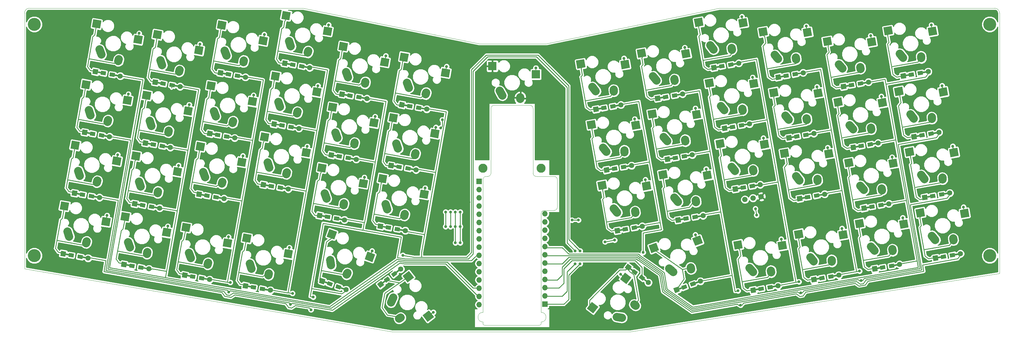
<source format=gbr>
%TF.GenerationSoftware,KiCad,Pcbnew,(5.0.1-3-g963ef8bb5)*%
%TF.CreationDate,2018-12-29T10:02:51-08:00*%
%TF.ProjectId,Laptreus-v1,4C617074726575732D76312E6B696361,rev?*%
%TF.SameCoordinates,Original*%
%TF.FileFunction,Copper,L1,Top,Signal*%
%TF.FilePolarity,Positive*%
%FSLAX46Y46*%
G04 Gerber Fmt 4.6, Leading zero omitted, Abs format (unit mm)*
G04 Created by KiCad (PCBNEW (5.0.1-3-g963ef8bb5)) date Saturday, December 29, 2018 at 10:02:51 AM*
%MOMM*%
%LPD*%
G01*
G04 APERTURE LIST*
%TA.AperFunction,NonConductor*%
%ADD10C,0.100000*%
%TD*%
%TA.AperFunction,SMDPad,CuDef*%
%ADD11C,1.200000*%
%TD*%
%TA.AperFunction,Conductor*%
%ADD12C,0.100000*%
%TD*%
%TA.AperFunction,ComponentPad*%
%ADD13C,1.600000*%
%TD*%
%TA.AperFunction,Conductor*%
%ADD14C,0.500000*%
%TD*%
%TA.AperFunction,SMDPad,CuDef*%
%ADD15C,2.500000*%
%TD*%
%TA.AperFunction,ViaPad*%
%ADD16C,0.900000*%
%TD*%
%TA.AperFunction,ComponentPad*%
%ADD17C,2.500000*%
%TD*%
%TA.AperFunction,Conductor*%
%ADD18C,2.500000*%
%TD*%
%TA.AperFunction,Conductor*%
%ADD19C,0.250000*%
%TD*%
%TA.AperFunction,SMDPad,CuDef*%
%ADD20R,2.550000X2.500000*%
%TD*%
%TA.AperFunction,Conductor*%
%ADD21R,0.250000X2.500000*%
%TD*%
%TA.AperFunction,ComponentPad*%
%ADD22R,1.700000X1.700000*%
%TD*%
%TA.AperFunction,ComponentPad*%
%ADD23O,1.700000X1.700000*%
%TD*%
%TA.AperFunction,ComponentPad*%
%ADD24C,1.676400*%
%TD*%
%TA.AperFunction,ComponentPad*%
%ADD25C,2.800000*%
%TD*%
%TA.AperFunction,ComponentPad*%
%ADD26C,4.000000*%
%TD*%
%TA.AperFunction,Conductor*%
%ADD27C,0.250000*%
%TD*%
%TA.AperFunction,Conductor*%
%ADD28C,0.254000*%
%TD*%
G04 APERTURE END LIST*
D10*
X240770059Y-150470119D02*
X240770059Y-150970119D01*
X240770062Y-146970117D02*
X240770060Y-147470118D01*
X240770067Y-147470119D02*
G75*
G02X240770059Y-150470119I-4J-1500000D01*
G01*
X222770064Y-150470119D02*
X222770064Y-150970119D01*
X222770065Y-150470114D02*
G75*
G02X222770059Y-147470118I-3J1499998D01*
G01*
X237270063Y-83470115D02*
G75*
G02X238270062Y-84470118I-2J-1000001D01*
G01*
X225270061Y-84470119D02*
G75*
G02X226270062Y-83470116I1000002J1D01*
G01*
X226270062Y-83470116D02*
X237270063Y-83470117D01*
X268270063Y-153470119D02*
X382270062Y-135470116D01*
X194770063Y-153470117D02*
X239270063Y-153470116D01*
X240770060Y-150970118D02*
G75*
G02X240270061Y-151470119I-500000J-1D01*
G01*
X223270064Y-151470119D02*
G75*
G02X222770064Y-150970119I0J500000D01*
G01*
X245770062Y-114970120D02*
G75*
G02X244770061Y-115970119I-1000000J1D01*
G01*
X223270064Y-151470117D02*
X240270061Y-151470119D01*
X244770061Y-105470118D02*
G75*
G02X245770060Y-106470119I-1J-1000000D01*
G01*
X380770063Y-53470116D02*
G75*
G02X382270060Y-54970119I-3J-1500000D01*
G01*
X81270064Y-54970119D02*
G75*
G02X82770060Y-53470119I1499998J2D01*
G01*
X225270060Y-104470118D02*
G75*
G02X224270060Y-105470118I-1000000J0D01*
G01*
X223770061Y-105470118D02*
X224270060Y-105470118D01*
X222770064Y-106470119D02*
G75*
G02X223770061Y-105470118I999999J2D01*
G01*
X240770059Y-116970114D02*
G75*
G02X241770063Y-115970118I1000000J-4D01*
G01*
X225270063Y-104470118D02*
X225270059Y-84470117D01*
X239270063Y-105470116D02*
G75*
G02X238270061Y-104470118I-2J1000000D01*
G01*
X238270061Y-104470118D02*
X238270062Y-84470117D01*
X244770060Y-105470119D02*
X239270064Y-105470119D01*
X241770063Y-115970118D02*
X244770061Y-115970119D01*
X240770060Y-116970118D02*
X240770062Y-146970117D01*
X82770060Y-53470119D02*
X167270060Y-53470120D01*
X242270062Y-64470119D02*
X295770061Y-53470120D01*
X221770061Y-64470116D02*
X242270062Y-64470119D01*
X167270060Y-53470120D02*
X221770061Y-64470116D01*
X239270063Y-153470116D02*
X268270063Y-153470119D01*
X245770060Y-106470119D02*
X245770063Y-114970117D01*
X222770059Y-147470118D02*
X222770064Y-106470119D01*
X81270064Y-133970119D02*
X194770063Y-153470117D01*
X295770061Y-53470120D02*
X380770061Y-53470118D01*
X81270062Y-54970118D02*
X81270064Y-133970119D01*
X382270060Y-54970119D02*
X382270062Y-135470116D01*
D11*
%TO.P,D50,1*%
%TO.N,Net-(D50-Pad1)*%
X355045794Y-73995420D03*
D12*
%TD*%
%TO.N,Net-(D50-Pad1)*%
%TO.C,D50*%
G36*
X355729451Y-73265617D02*
X355937829Y-74447386D01*
X354362137Y-74725223D01*
X354153759Y-73543454D01*
X355729451Y-73265617D01*
X355729451Y-73265617D01*
G37*
D11*
%TO.P,D50,2*%
%TO.N,/COL10*%
X357803256Y-73509206D03*
D12*
%TD*%
%TO.N,/COL10*%
%TO.C,D50*%
G36*
X358486913Y-72779403D02*
X358695291Y-73961172D01*
X357119599Y-74239009D01*
X356911221Y-73057240D01*
X358486913Y-72779403D01*
X358486913Y-72779403D01*
G37*
D13*
%TO.P,D50,2*%
%TO.N,/COL10*%
X360265275Y-73075085D03*
%TO.P,D50,1*%
%TO.N,Net-(D50-Pad1)*%
X352583775Y-74429541D03*
D12*
%TD*%
%TO.N,Net-(D50-Pad1)*%
%TO.C,D50*%
G36*
X353232703Y-73502776D02*
X353510540Y-75078469D01*
X351934847Y-75356306D01*
X351657010Y-73780613D01*
X353232703Y-73502776D01*
X353232703Y-73502776D01*
G37*
D14*
%TO.N,/COL10*%
%TO.C,D50*%
X358886544Y-73318193D03*
D12*
G36*
X360271103Y-72820201D02*
X360357927Y-73312605D01*
X357501985Y-73816185D01*
X357415161Y-73323781D01*
X360271103Y-72820201D01*
X360271103Y-72820201D01*
G37*
D14*
%TO.N,Net-(D50-Pad1)*%
X353962506Y-74186433D03*
D12*
G36*
X355347065Y-73688441D02*
X355433889Y-74180845D01*
X352577947Y-74684425D01*
X352491123Y-74192021D01*
X355347065Y-73688441D01*
X355347065Y-73688441D01*
G37*
%TD*%
D11*
%TO.P,D49,1*%
%TO.N,Net-(D49-Pad1)*%
X358353792Y-92756004D03*
D12*
%TD*%
%TO.N,Net-(D49-Pad1)*%
%TO.C,D49*%
G36*
X359037449Y-92026201D02*
X359245827Y-93207970D01*
X357670135Y-93485807D01*
X357461757Y-92304038D01*
X359037449Y-92026201D01*
X359037449Y-92026201D01*
G37*
D11*
%TO.P,D49,2*%
%TO.N,/COL9*%
X361111254Y-92269790D03*
D12*
%TD*%
%TO.N,/COL9*%
%TO.C,D49*%
G36*
X361794911Y-91539987D02*
X362003289Y-92721756D01*
X360427597Y-92999593D01*
X360219219Y-91817824D01*
X361794911Y-91539987D01*
X361794911Y-91539987D01*
G37*
D13*
%TO.P,D49,2*%
%TO.N,/COL9*%
X363573273Y-91835669D03*
%TO.P,D49,1*%
%TO.N,Net-(D49-Pad1)*%
X355891773Y-93190125D03*
D12*
%TD*%
%TO.N,Net-(D49-Pad1)*%
%TO.C,D49*%
G36*
X356540701Y-92263360D02*
X356818538Y-93839053D01*
X355242845Y-94116890D01*
X354965008Y-92541197D01*
X356540701Y-92263360D01*
X356540701Y-92263360D01*
G37*
D14*
%TO.N,/COL9*%
%TO.C,D49*%
X362194542Y-92078777D03*
D12*
G36*
X363579101Y-91580785D02*
X363665925Y-92073189D01*
X360809983Y-92576769D01*
X360723159Y-92084365D01*
X363579101Y-91580785D01*
X363579101Y-91580785D01*
G37*
D14*
%TO.N,Net-(D49-Pad1)*%
X357270504Y-92947017D03*
D12*
G36*
X358655063Y-92449025D02*
X358741887Y-92941429D01*
X355885945Y-93445009D01*
X355799121Y-92952605D01*
X358655063Y-92449025D01*
X358655063Y-92449025D01*
G37*
%TD*%
D11*
%TO.P,D48,1*%
%TO.N,Net-(D48-Pad1)*%
X361661788Y-111516592D03*
D12*
%TD*%
%TO.N,Net-(D48-Pad1)*%
%TO.C,D48*%
G36*
X362345445Y-110786789D02*
X362553823Y-111968558D01*
X360978131Y-112246395D01*
X360769753Y-111064626D01*
X362345445Y-110786789D01*
X362345445Y-110786789D01*
G37*
D11*
%TO.P,D48,2*%
%TO.N,/COL8*%
X364419250Y-111030378D03*
D12*
%TD*%
%TO.N,/COL8*%
%TO.C,D48*%
G36*
X365102907Y-110300575D02*
X365311285Y-111482344D01*
X363735593Y-111760181D01*
X363527215Y-110578412D01*
X365102907Y-110300575D01*
X365102907Y-110300575D01*
G37*
D13*
%TO.P,D48,2*%
%TO.N,/COL8*%
X366881269Y-110596257D03*
%TO.P,D48,1*%
%TO.N,Net-(D48-Pad1)*%
X359199769Y-111950713D03*
D12*
%TD*%
%TO.N,Net-(D48-Pad1)*%
%TO.C,D48*%
G36*
X359848697Y-111023948D02*
X360126534Y-112599641D01*
X358550841Y-112877478D01*
X358273004Y-111301785D01*
X359848697Y-111023948D01*
X359848697Y-111023948D01*
G37*
D14*
%TO.N,/COL8*%
%TO.C,D48*%
X365502538Y-110839365D03*
D12*
G36*
X366887097Y-110341373D02*
X366973921Y-110833777D01*
X364117979Y-111337357D01*
X364031155Y-110844953D01*
X366887097Y-110341373D01*
X366887097Y-110341373D01*
G37*
D14*
%TO.N,Net-(D48-Pad1)*%
X360578500Y-111707605D03*
D12*
G36*
X361963059Y-111209613D02*
X362049883Y-111702017D01*
X359193941Y-112205597D01*
X359107117Y-111713193D01*
X361963059Y-111209613D01*
X361963059Y-111209613D01*
G37*
%TD*%
D11*
%TO.P,D47,1*%
%TO.N,Net-(D47-Pad1)*%
X364969785Y-130277184D03*
D12*
%TD*%
%TO.N,Net-(D47-Pad1)*%
%TO.C,D47*%
G36*
X365653442Y-129547381D02*
X365861820Y-130729150D01*
X364286128Y-131006987D01*
X364077750Y-129825218D01*
X365653442Y-129547381D01*
X365653442Y-129547381D01*
G37*
D11*
%TO.P,D47,2*%
%TO.N,/COL7*%
X367727247Y-129790970D03*
D12*
%TD*%
%TO.N,/COL7*%
%TO.C,D47*%
G36*
X368410904Y-129061167D02*
X368619282Y-130242936D01*
X367043590Y-130520773D01*
X366835212Y-129339004D01*
X368410904Y-129061167D01*
X368410904Y-129061167D01*
G37*
D13*
%TO.P,D47,2*%
%TO.N,/COL7*%
X370189266Y-129356849D03*
%TO.P,D47,1*%
%TO.N,Net-(D47-Pad1)*%
X362507766Y-130711305D03*
D12*
%TD*%
%TO.N,Net-(D47-Pad1)*%
%TO.C,D47*%
G36*
X363156694Y-129784540D02*
X363434531Y-131360233D01*
X361858838Y-131638070D01*
X361581001Y-130062377D01*
X363156694Y-129784540D01*
X363156694Y-129784540D01*
G37*
D14*
%TO.N,/COL7*%
%TO.C,D47*%
X368810535Y-129599957D03*
D12*
G36*
X370195094Y-129101965D02*
X370281918Y-129594369D01*
X367425976Y-130097949D01*
X367339152Y-129605545D01*
X370195094Y-129101965D01*
X370195094Y-129101965D01*
G37*
D14*
%TO.N,Net-(D47-Pad1)*%
X363886497Y-130468197D03*
D12*
G36*
X365271056Y-129970205D02*
X365357880Y-130462609D01*
X362501938Y-130966189D01*
X362415114Y-130473785D01*
X365271056Y-129970205D01*
X365271056Y-129970205D01*
G37*
%TD*%
D11*
%TO.P,D44,1*%
%TO.N,Net-(D44-Pad1)*%
X346209197Y-133585176D03*
D12*
%TD*%
%TO.N,Net-(D44-Pad1)*%
%TO.C,D44*%
G36*
X346892854Y-132855373D02*
X347101232Y-134037142D01*
X345525540Y-134314979D01*
X345317162Y-133133210D01*
X346892854Y-132855373D01*
X346892854Y-132855373D01*
G37*
D11*
%TO.P,D44,2*%
%TO.N,/COL10*%
X348966659Y-133098962D03*
D12*
%TD*%
%TO.N,/COL10*%
%TO.C,D44*%
G36*
X349650316Y-132369159D02*
X349858694Y-133550928D01*
X348283002Y-133828765D01*
X348074624Y-132646996D01*
X349650316Y-132369159D01*
X349650316Y-132369159D01*
G37*
D13*
%TO.P,D44,2*%
%TO.N,/COL10*%
X351428678Y-132664841D03*
%TO.P,D44,1*%
%TO.N,Net-(D44-Pad1)*%
X343747178Y-134019297D03*
D12*
%TD*%
%TO.N,Net-(D44-Pad1)*%
%TO.C,D44*%
G36*
X344396106Y-133092532D02*
X344673943Y-134668225D01*
X343098250Y-134946062D01*
X342820413Y-133370369D01*
X344396106Y-133092532D01*
X344396106Y-133092532D01*
G37*
D14*
%TO.N,/COL10*%
%TO.C,D44*%
X350049947Y-132907949D03*
D12*
G36*
X351434506Y-132409957D02*
X351521330Y-132902361D01*
X348665388Y-133405941D01*
X348578564Y-132913537D01*
X351434506Y-132409957D01*
X351434506Y-132409957D01*
G37*
D14*
%TO.N,Net-(D44-Pad1)*%
X345125909Y-133776189D03*
D12*
G36*
X346510468Y-133278197D02*
X346597292Y-133770601D01*
X343741350Y-134274181D01*
X343654526Y-133781777D01*
X346510468Y-133278197D01*
X346510468Y-133278197D01*
G37*
%TD*%
D11*
%TO.P,D43,1*%
%TO.N,Net-(D43-Pad1)*%
X342901196Y-114824593D03*
D12*
%TD*%
%TO.N,Net-(D43-Pad1)*%
%TO.C,D43*%
G36*
X343584853Y-114094790D02*
X343793231Y-115276559D01*
X342217539Y-115554396D01*
X342009161Y-114372627D01*
X343584853Y-114094790D01*
X343584853Y-114094790D01*
G37*
D11*
%TO.P,D43,2*%
%TO.N,/COL10*%
X345658658Y-114338379D03*
D12*
%TD*%
%TO.N,/COL10*%
%TO.C,D43*%
G36*
X346342315Y-113608576D02*
X346550693Y-114790345D01*
X344975001Y-115068182D01*
X344766623Y-113886413D01*
X346342315Y-113608576D01*
X346342315Y-113608576D01*
G37*
D13*
%TO.P,D43,2*%
%TO.N,/COL10*%
X348120677Y-113904258D03*
%TO.P,D43,1*%
%TO.N,Net-(D43-Pad1)*%
X340439177Y-115258714D03*
D12*
%TD*%
%TO.N,Net-(D43-Pad1)*%
%TO.C,D43*%
G36*
X341088105Y-114331949D02*
X341365942Y-115907642D01*
X339790249Y-116185479D01*
X339512412Y-114609786D01*
X341088105Y-114331949D01*
X341088105Y-114331949D01*
G37*
D14*
%TO.N,/COL10*%
%TO.C,D43*%
X346741946Y-114147366D03*
D12*
G36*
X348126505Y-113649374D02*
X348213329Y-114141778D01*
X345357387Y-114645358D01*
X345270563Y-114152954D01*
X348126505Y-113649374D01*
X348126505Y-113649374D01*
G37*
D14*
%TO.N,Net-(D43-Pad1)*%
X341817908Y-115015606D03*
D12*
G36*
X343202467Y-114517614D02*
X343289291Y-115010018D01*
X340433349Y-115513598D01*
X340346525Y-115021194D01*
X343202467Y-114517614D01*
X343202467Y-114517614D01*
G37*
%TD*%
D11*
%TO.P,D42,1*%
%TO.N,Net-(D42-Pad1)*%
X339593196Y-96064000D03*
D12*
%TD*%
%TO.N,Net-(D42-Pad1)*%
%TO.C,D42*%
G36*
X340276853Y-95334197D02*
X340485231Y-96515966D01*
X338909539Y-96793803D01*
X338701161Y-95612034D01*
X340276853Y-95334197D01*
X340276853Y-95334197D01*
G37*
D11*
%TO.P,D42,2*%
%TO.N,/COL10*%
X342350658Y-95577786D03*
D12*
%TD*%
%TO.N,/COL10*%
%TO.C,D42*%
G36*
X343034315Y-94847983D02*
X343242693Y-96029752D01*
X341667001Y-96307589D01*
X341458623Y-95125820D01*
X343034315Y-94847983D01*
X343034315Y-94847983D01*
G37*
D13*
%TO.P,D42,2*%
%TO.N,/COL10*%
X344812677Y-95143665D03*
%TO.P,D42,1*%
%TO.N,Net-(D42-Pad1)*%
X337131177Y-96498121D03*
D12*
%TD*%
%TO.N,Net-(D42-Pad1)*%
%TO.C,D42*%
G36*
X337780105Y-95571356D02*
X338057942Y-97147049D01*
X336482249Y-97424886D01*
X336204412Y-95849193D01*
X337780105Y-95571356D01*
X337780105Y-95571356D01*
G37*
D14*
%TO.N,/COL10*%
%TO.C,D42*%
X343433946Y-95386773D03*
D12*
G36*
X344818505Y-94888781D02*
X344905329Y-95381185D01*
X342049387Y-95884765D01*
X341962563Y-95392361D01*
X344818505Y-94888781D01*
X344818505Y-94888781D01*
G37*
D14*
%TO.N,Net-(D42-Pad1)*%
X338509908Y-96255013D03*
D12*
G36*
X339894467Y-95757021D02*
X339981291Y-96249425D01*
X337125349Y-96753005D01*
X337038525Y-96260601D01*
X339894467Y-95757021D01*
X339894467Y-95757021D01*
G37*
%TD*%
D11*
%TO.P,D41,1*%
%TO.N,Net-(D41-Pad1)*%
X336580649Y-77251322D03*
D12*
%TD*%
%TO.N,Net-(D41-Pad1)*%
%TO.C,D41*%
G36*
X337264306Y-76521519D02*
X337472684Y-77703288D01*
X335896992Y-77981125D01*
X335688614Y-76799356D01*
X337264306Y-76521519D01*
X337264306Y-76521519D01*
G37*
D11*
%TO.P,D41,2*%
%TO.N,/COL10*%
X339338111Y-76765108D03*
D12*
%TD*%
%TO.N,/COL10*%
%TO.C,D41*%
G36*
X340021768Y-76035305D02*
X340230146Y-77217074D01*
X338654454Y-77494911D01*
X338446076Y-76313142D01*
X340021768Y-76035305D01*
X340021768Y-76035305D01*
G37*
D13*
%TO.P,D41,2*%
%TO.N,/COL10*%
X341800130Y-76330987D03*
%TO.P,D41,1*%
%TO.N,Net-(D41-Pad1)*%
X334118630Y-77685443D03*
D12*
%TD*%
%TO.N,Net-(D41-Pad1)*%
%TO.C,D41*%
G36*
X334767558Y-76758678D02*
X335045395Y-78334371D01*
X333469702Y-78612208D01*
X333191865Y-77036515D01*
X334767558Y-76758678D01*
X334767558Y-76758678D01*
G37*
D14*
%TO.N,/COL10*%
%TO.C,D41*%
X340421399Y-76574095D03*
D12*
G36*
X341805958Y-76076103D02*
X341892782Y-76568507D01*
X339036840Y-77072087D01*
X338950016Y-76579683D01*
X341805958Y-76076103D01*
X341805958Y-76076103D01*
G37*
D14*
%TO.N,Net-(D41-Pad1)*%
X335497361Y-77442335D03*
D12*
G36*
X336881920Y-76944343D02*
X336968744Y-77436747D01*
X334112802Y-77940327D01*
X334025978Y-77447923D01*
X336881920Y-76944343D01*
X336881920Y-76944343D01*
G37*
%TD*%
D11*
%TO.P,D40,1*%
%TO.N,Net-(D40-Pad1)*%
X327448615Y-136893177D03*
D12*
%TD*%
%TO.N,Net-(D40-Pad1)*%
%TO.C,D40*%
G36*
X328132272Y-136163374D02*
X328340650Y-137345143D01*
X326764958Y-137622980D01*
X326556580Y-136441211D01*
X328132272Y-136163374D01*
X328132272Y-136163374D01*
G37*
D11*
%TO.P,D40,2*%
%TO.N,/COL9*%
X330206077Y-136406963D03*
D12*
%TD*%
%TO.N,/COL9*%
%TO.C,D40*%
G36*
X330889734Y-135677160D02*
X331098112Y-136858929D01*
X329522420Y-137136766D01*
X329314042Y-135954997D01*
X330889734Y-135677160D01*
X330889734Y-135677160D01*
G37*
D13*
%TO.P,D40,2*%
%TO.N,/COL9*%
X332668096Y-135972842D03*
%TO.P,D40,1*%
%TO.N,Net-(D40-Pad1)*%
X324986596Y-137327298D03*
D12*
%TD*%
%TO.N,Net-(D40-Pad1)*%
%TO.C,D40*%
G36*
X325635524Y-136400533D02*
X325913361Y-137976226D01*
X324337668Y-138254063D01*
X324059831Y-136678370D01*
X325635524Y-136400533D01*
X325635524Y-136400533D01*
G37*
D14*
%TO.N,/COL9*%
%TO.C,D40*%
X331289365Y-136215950D03*
D12*
G36*
X332673924Y-135717958D02*
X332760748Y-136210362D01*
X329904806Y-136713942D01*
X329817982Y-136221538D01*
X332673924Y-135717958D01*
X332673924Y-135717958D01*
G37*
D14*
%TO.N,Net-(D40-Pad1)*%
X326365327Y-137084190D03*
D12*
G36*
X327749886Y-136586198D02*
X327836710Y-137078602D01*
X324980768Y-137582182D01*
X324893944Y-137089778D01*
X327749886Y-136586198D01*
X327749886Y-136586198D01*
G37*
%TD*%
D11*
%TO.P,D39,1*%
%TO.N,Net-(D39-Pad1)*%
X323037943Y-111879055D03*
D12*
%TD*%
%TO.N,Net-(D39-Pad1)*%
%TO.C,D39*%
G36*
X323721600Y-111149252D02*
X323929978Y-112331021D01*
X322354286Y-112608858D01*
X322145908Y-111427089D01*
X323721600Y-111149252D01*
X323721600Y-111149252D01*
G37*
D11*
%TO.P,D39,2*%
%TO.N,/COL9*%
X325795405Y-111392841D03*
D12*
%TD*%
%TO.N,/COL9*%
%TO.C,D39*%
G36*
X326479062Y-110663038D02*
X326687440Y-111844807D01*
X325111748Y-112122644D01*
X324903370Y-110940875D01*
X326479062Y-110663038D01*
X326479062Y-110663038D01*
G37*
D13*
%TO.P,D39,2*%
%TO.N,/COL9*%
X328257424Y-110958720D03*
%TO.P,D39,1*%
%TO.N,Net-(D39-Pad1)*%
X320575924Y-112313176D03*
D12*
%TD*%
%TO.N,Net-(D39-Pad1)*%
%TO.C,D39*%
G36*
X321224852Y-111386411D02*
X321502689Y-112962104D01*
X319926996Y-113239941D01*
X319649159Y-111664248D01*
X321224852Y-111386411D01*
X321224852Y-111386411D01*
G37*
D14*
%TO.N,/COL9*%
%TO.C,D39*%
X326878693Y-111201828D03*
D12*
G36*
X328263252Y-110703836D02*
X328350076Y-111196240D01*
X325494134Y-111699820D01*
X325407310Y-111207416D01*
X328263252Y-110703836D01*
X328263252Y-110703836D01*
G37*
D14*
%TO.N,Net-(D39-Pad1)*%
X321954655Y-112070068D03*
D12*
G36*
X323339214Y-111572076D02*
X323426038Y-112064480D01*
X320570096Y-112568060D01*
X320483272Y-112075656D01*
X323339214Y-111572076D01*
X323339214Y-111572076D01*
G37*
%TD*%
D11*
%TO.P,D38,1*%
%TO.N,Net-(D38-Pad1)*%
X319729946Y-93118472D03*
D12*
%TD*%
%TO.N,Net-(D38-Pad1)*%
%TO.C,D38*%
G36*
X320413603Y-92388669D02*
X320621981Y-93570438D01*
X319046289Y-93848275D01*
X318837911Y-92666506D01*
X320413603Y-92388669D01*
X320413603Y-92388669D01*
G37*
D11*
%TO.P,D38,2*%
%TO.N,/COL9*%
X322487408Y-92632258D03*
D12*
%TD*%
%TO.N,/COL9*%
%TO.C,D38*%
G36*
X323171065Y-91902455D02*
X323379443Y-93084224D01*
X321803751Y-93362061D01*
X321595373Y-92180292D01*
X323171065Y-91902455D01*
X323171065Y-91902455D01*
G37*
D13*
%TO.P,D38,2*%
%TO.N,/COL9*%
X324949427Y-92198137D03*
%TO.P,D38,1*%
%TO.N,Net-(D38-Pad1)*%
X317267927Y-93552593D03*
D12*
%TD*%
%TO.N,Net-(D38-Pad1)*%
%TO.C,D38*%
G36*
X317916855Y-92625828D02*
X318194692Y-94201521D01*
X316618999Y-94479358D01*
X316341162Y-92903665D01*
X317916855Y-92625828D01*
X317916855Y-92625828D01*
G37*
D14*
%TO.N,/COL9*%
%TO.C,D38*%
X323570696Y-92441245D03*
D12*
G36*
X324955255Y-91943253D02*
X325042079Y-92435657D01*
X322186137Y-92939237D01*
X322099313Y-92446833D01*
X324955255Y-91943253D01*
X324955255Y-91943253D01*
G37*
D14*
%TO.N,Net-(D38-Pad1)*%
X318646658Y-93309485D03*
D12*
G36*
X320031217Y-92811493D02*
X320118041Y-93303897D01*
X317262099Y-93807477D01*
X317175275Y-93315073D01*
X320031217Y-92811493D01*
X320031217Y-92811493D01*
G37*
%TD*%
D11*
%TO.P,D37,1*%
%TO.N,Net-(D37-Pad1)*%
X316421950Y-74357884D03*
D12*
%TD*%
%TO.N,Net-(D37-Pad1)*%
%TO.C,D37*%
G36*
X317105607Y-73628081D02*
X317313985Y-74809850D01*
X315738293Y-75087687D01*
X315529915Y-73905918D01*
X317105607Y-73628081D01*
X317105607Y-73628081D01*
G37*
D11*
%TO.P,D37,2*%
%TO.N,/COL9*%
X319179412Y-73871670D03*
D12*
%TD*%
%TO.N,/COL9*%
%TO.C,D37*%
G36*
X319863069Y-73141867D02*
X320071447Y-74323636D01*
X318495755Y-74601473D01*
X318287377Y-73419704D01*
X319863069Y-73141867D01*
X319863069Y-73141867D01*
G37*
D13*
%TO.P,D37,2*%
%TO.N,/COL9*%
X321641431Y-73437549D03*
%TO.P,D37,1*%
%TO.N,Net-(D37-Pad1)*%
X313959931Y-74792005D03*
D12*
%TD*%
%TO.N,Net-(D37-Pad1)*%
%TO.C,D37*%
G36*
X314608859Y-73865240D02*
X314886696Y-75440933D01*
X313311003Y-75718770D01*
X313033166Y-74143077D01*
X314608859Y-73865240D01*
X314608859Y-73865240D01*
G37*
D14*
%TO.N,/COL9*%
%TO.C,D37*%
X320262700Y-73680657D03*
D12*
G36*
X321647259Y-73182665D02*
X321734083Y-73675069D01*
X318878141Y-74178649D01*
X318791317Y-73686245D01*
X321647259Y-73182665D01*
X321647259Y-73182665D01*
G37*
D14*
%TO.N,Net-(D37-Pad1)*%
X315338662Y-74548897D03*
D12*
G36*
X316723221Y-74050905D02*
X316810045Y-74543309D01*
X313954103Y-75046889D01*
X313867279Y-74554485D01*
X316723221Y-74050905D01*
X316723221Y-74050905D01*
G37*
%TD*%
D11*
%TO.P,D36,1*%
%TO.N,Net-(D36-Pad1)*%
X308688026Y-140201172D03*
D12*
%TD*%
%TO.N,Net-(D36-Pad1)*%
%TO.C,D36*%
G36*
X309371683Y-139471369D02*
X309580061Y-140653138D01*
X308004369Y-140930975D01*
X307795991Y-139749206D01*
X309371683Y-139471369D01*
X309371683Y-139471369D01*
G37*
D11*
%TO.P,D36,2*%
%TO.N,/COL8*%
X311445488Y-139714958D03*
D12*
%TD*%
%TO.N,/COL8*%
%TO.C,D36*%
G36*
X312129145Y-138985155D02*
X312337523Y-140166924D01*
X310761831Y-140444761D01*
X310553453Y-139262992D01*
X312129145Y-138985155D01*
X312129145Y-138985155D01*
G37*
D13*
%TO.P,D36,2*%
%TO.N,/COL8*%
X313907507Y-139280837D03*
%TO.P,D36,1*%
%TO.N,Net-(D36-Pad1)*%
X306226007Y-140635293D03*
D12*
%TD*%
%TO.N,Net-(D36-Pad1)*%
%TO.C,D36*%
G36*
X306874935Y-139708528D02*
X307152772Y-141284221D01*
X305577079Y-141562058D01*
X305299242Y-139986365D01*
X306874935Y-139708528D01*
X306874935Y-139708528D01*
G37*
D14*
%TO.N,/COL8*%
%TO.C,D36*%
X312528776Y-139523945D03*
D12*
G36*
X313913335Y-139025953D02*
X314000159Y-139518357D01*
X311144217Y-140021937D01*
X311057393Y-139529533D01*
X313913335Y-139025953D01*
X313913335Y-139025953D01*
G37*
D14*
%TO.N,Net-(D36-Pad1)*%
X307604738Y-140392185D03*
D12*
G36*
X308989297Y-139894193D02*
X309076121Y-140386597D01*
X306220179Y-140890177D01*
X306133355Y-140397773D01*
X308989297Y-139894193D01*
X308989297Y-139894193D01*
G37*
%TD*%
D11*
%TO.P,D35,1*%
%TO.N,Net-(D35-Pad1)*%
X303174688Y-108933522D03*
D12*
%TD*%
%TO.N,Net-(D35-Pad1)*%
%TO.C,D35*%
G36*
X303858345Y-108203719D02*
X304066723Y-109385488D01*
X302491031Y-109663325D01*
X302282653Y-108481556D01*
X303858345Y-108203719D01*
X303858345Y-108203719D01*
G37*
D11*
%TO.P,D35,2*%
%TO.N,/COL8*%
X305932150Y-108447308D03*
D12*
%TD*%
%TO.N,/COL8*%
%TO.C,D35*%
G36*
X306615807Y-107717505D02*
X306824185Y-108899274D01*
X305248493Y-109177111D01*
X305040115Y-107995342D01*
X306615807Y-107717505D01*
X306615807Y-107717505D01*
G37*
D13*
%TO.P,D35,2*%
%TO.N,/COL8*%
X308394169Y-108013187D03*
%TO.P,D35,1*%
%TO.N,Net-(D35-Pad1)*%
X300712669Y-109367643D03*
D12*
%TD*%
%TO.N,Net-(D35-Pad1)*%
%TO.C,D35*%
G36*
X301361597Y-108440878D02*
X301639434Y-110016571D01*
X300063741Y-110294408D01*
X299785904Y-108718715D01*
X301361597Y-108440878D01*
X301361597Y-108440878D01*
G37*
D14*
%TO.N,/COL8*%
%TO.C,D35*%
X307015438Y-108256295D03*
D12*
G36*
X308399997Y-107758303D02*
X308486821Y-108250707D01*
X305630879Y-108754287D01*
X305544055Y-108261883D01*
X308399997Y-107758303D01*
X308399997Y-107758303D01*
G37*
D14*
%TO.N,Net-(D35-Pad1)*%
X302091400Y-109124535D03*
D12*
G36*
X303475959Y-108626543D02*
X303562783Y-109118947D01*
X300706841Y-109622527D01*
X300620017Y-109130123D01*
X303475959Y-108626543D01*
X303475959Y-108626543D01*
G37*
%TD*%
D11*
%TO.P,D34,1*%
%TO.N,Net-(D34-Pad1)*%
X299866699Y-90172937D03*
D12*
%TD*%
%TO.N,Net-(D34-Pad1)*%
%TO.C,D34*%
G36*
X300550356Y-89443134D02*
X300758734Y-90624903D01*
X299183042Y-90902740D01*
X298974664Y-89720971D01*
X300550356Y-89443134D01*
X300550356Y-89443134D01*
G37*
D11*
%TO.P,D34,2*%
%TO.N,/COL8*%
X302624161Y-89686723D03*
D12*
%TD*%
%TO.N,/COL8*%
%TO.C,D34*%
G36*
X303307818Y-88956920D02*
X303516196Y-90138689D01*
X301940504Y-90416526D01*
X301732126Y-89234757D01*
X303307818Y-88956920D01*
X303307818Y-88956920D01*
G37*
D13*
%TO.P,D34,2*%
%TO.N,/COL8*%
X305086180Y-89252602D03*
%TO.P,D34,1*%
%TO.N,Net-(D34-Pad1)*%
X297404680Y-90607058D03*
D12*
%TD*%
%TO.N,Net-(D34-Pad1)*%
%TO.C,D34*%
G36*
X298053608Y-89680293D02*
X298331445Y-91255986D01*
X296755752Y-91533823D01*
X296477915Y-89958130D01*
X298053608Y-89680293D01*
X298053608Y-89680293D01*
G37*
D14*
%TO.N,/COL8*%
%TO.C,D34*%
X303707449Y-89495710D03*
D12*
G36*
X305092008Y-88997718D02*
X305178832Y-89490122D01*
X302322890Y-89993702D01*
X302236066Y-89501298D01*
X305092008Y-88997718D01*
X305092008Y-88997718D01*
G37*
D14*
%TO.N,Net-(D34-Pad1)*%
X298783411Y-90363950D03*
D12*
G36*
X300167970Y-89865958D02*
X300254794Y-90358362D01*
X297398852Y-90861942D01*
X297312028Y-90369538D01*
X300167970Y-89865958D01*
X300167970Y-89865958D01*
G37*
%TD*%
D11*
%TO.P,D33,1*%
%TO.N,Net-(D33-Pad1)*%
X296558695Y-71412351D03*
D12*
%TD*%
%TO.N,Net-(D33-Pad1)*%
%TO.C,D33*%
G36*
X297242352Y-70682548D02*
X297450730Y-71864317D01*
X295875038Y-72142154D01*
X295666660Y-70960385D01*
X297242352Y-70682548D01*
X297242352Y-70682548D01*
G37*
D11*
%TO.P,D33,2*%
%TO.N,/COL8*%
X299316157Y-70926137D03*
D12*
%TD*%
%TO.N,/COL8*%
%TO.C,D33*%
G36*
X299999814Y-70196334D02*
X300208192Y-71378103D01*
X298632500Y-71655940D01*
X298424122Y-70474171D01*
X299999814Y-70196334D01*
X299999814Y-70196334D01*
G37*
D13*
%TO.P,D33,2*%
%TO.N,/COL8*%
X301778176Y-70492016D03*
%TO.P,D33,1*%
%TO.N,Net-(D33-Pad1)*%
X294096676Y-71846472D03*
D12*
%TD*%
%TO.N,Net-(D33-Pad1)*%
%TO.C,D33*%
G36*
X294745604Y-70919707D02*
X295023441Y-72495400D01*
X293447748Y-72773237D01*
X293169911Y-71197544D01*
X294745604Y-70919707D01*
X294745604Y-70919707D01*
G37*
D14*
%TO.N,/COL8*%
%TO.C,D33*%
X300399445Y-70735124D03*
D12*
G36*
X301784004Y-70237132D02*
X301870828Y-70729536D01*
X299014886Y-71233116D01*
X298928062Y-70740712D01*
X301784004Y-70237132D01*
X301784004Y-70237132D01*
G37*
D14*
%TO.N,Net-(D33-Pad1)*%
X295475407Y-71603364D03*
D12*
G36*
X296859966Y-71105372D02*
X296946790Y-71597776D01*
X294090848Y-72101356D01*
X294004024Y-71608952D01*
X296859966Y-71105372D01*
X296859966Y-71105372D01*
G37*
%TD*%
D11*
%TO.P,D32,1*%
%TO.N,Net-(D32-Pad1)*%
X284946495Y-139657270D03*
D12*
%TD*%
%TO.N,Net-(D32-Pad1)*%
%TO.C,D32*%
G36*
X285493037Y-138819838D02*
X285903461Y-139947469D01*
X284399953Y-140494702D01*
X283989529Y-139367071D01*
X285493037Y-138819838D01*
X285493037Y-138819838D01*
G37*
D11*
%TO.P,D32,2*%
%TO.N,/COL7*%
X287577635Y-138699614D03*
D12*
%TD*%
%TO.N,/COL7*%
%TO.C,D32*%
G36*
X288124177Y-137862182D02*
X288534601Y-138989813D01*
X287031093Y-139537046D01*
X286620669Y-138409415D01*
X288124177Y-137862182D01*
X288124177Y-137862182D01*
G37*
D13*
%TO.P,D32,2*%
%TO.N,/COL7*%
X289926866Y-137844563D03*
%TO.P,D32,1*%
%TO.N,Net-(D32-Pad1)*%
X282597264Y-140512321D03*
D12*
%TD*%
%TO.N,Net-(D32-Pad1)*%
%TO.C,D32*%
G36*
X283075402Y-139486951D02*
X283622634Y-140990459D01*
X282119126Y-141537691D01*
X281571894Y-140034183D01*
X283075402Y-139486951D01*
X283075402Y-139486951D01*
G37*
D14*
%TO.N,/COL7*%
%TO.C,D32*%
X288611297Y-138323392D03*
D12*
G36*
X289888346Y-137592540D02*
X290059356Y-138062386D01*
X287334248Y-139054244D01*
X287163238Y-138584398D01*
X289888346Y-137592540D01*
X289888346Y-137592540D01*
G37*
D14*
%TO.N,Net-(D32-Pad1)*%
X283912833Y-140033492D03*
D12*
G36*
X285189882Y-139302640D02*
X285360892Y-139772486D01*
X282635784Y-140764344D01*
X282464774Y-140294498D01*
X285189882Y-139302640D01*
X285189882Y-139302640D01*
G37*
%TD*%
D11*
%TO.P,D31,1*%
%TO.N,Net-(D31-Pad1)*%
X285516773Y-118495056D03*
D12*
%TD*%
%TO.N,Net-(D31-Pad1)*%
%TO.C,D31*%
G36*
X286200430Y-117765253D02*
X286408808Y-118947022D01*
X284833116Y-119224859D01*
X284624738Y-118043090D01*
X286200430Y-117765253D01*
X286200430Y-117765253D01*
G37*
D11*
%TO.P,D31,2*%
%TO.N,/COL7*%
X288274235Y-118008842D03*
D12*
%TD*%
%TO.N,/COL7*%
%TO.C,D31*%
G36*
X288957892Y-117279039D02*
X289166270Y-118460808D01*
X287590578Y-118738645D01*
X287382200Y-117556876D01*
X288957892Y-117279039D01*
X288957892Y-117279039D01*
G37*
D13*
%TO.P,D31,2*%
%TO.N,/COL7*%
X290736254Y-117574721D03*
%TO.P,D31,1*%
%TO.N,Net-(D31-Pad1)*%
X283054754Y-118929177D03*
D12*
%TD*%
%TO.N,Net-(D31-Pad1)*%
%TO.C,D31*%
G36*
X283703682Y-118002412D02*
X283981519Y-119578105D01*
X282405826Y-119855942D01*
X282127989Y-118280249D01*
X283703682Y-118002412D01*
X283703682Y-118002412D01*
G37*
D14*
%TO.N,/COL7*%
%TO.C,D31*%
X289357523Y-117817829D03*
D12*
G36*
X290742082Y-117319837D02*
X290828906Y-117812241D01*
X287972964Y-118315821D01*
X287886140Y-117823417D01*
X290742082Y-117319837D01*
X290742082Y-117319837D01*
G37*
D14*
%TO.N,Net-(D31-Pad1)*%
X284433485Y-118686069D03*
D12*
G36*
X285818044Y-118188077D02*
X285904868Y-118680481D01*
X283048926Y-119184061D01*
X282962102Y-118691657D01*
X285818044Y-118188077D01*
X285818044Y-118188077D01*
G37*
%TD*%
D11*
%TO.P,D30,1*%
%TO.N,Net-(D30-Pad1)*%
X282208771Y-99734467D03*
D12*
%TD*%
%TO.N,Net-(D30-Pad1)*%
%TO.C,D30*%
G36*
X282892428Y-99004664D02*
X283100806Y-100186433D01*
X281525114Y-100464270D01*
X281316736Y-99282501D01*
X282892428Y-99004664D01*
X282892428Y-99004664D01*
G37*
D11*
%TO.P,D30,2*%
%TO.N,/COL7*%
X284966233Y-99248253D03*
D12*
%TD*%
%TO.N,/COL7*%
%TO.C,D30*%
G36*
X285649890Y-98518450D02*
X285858268Y-99700219D01*
X284282576Y-99978056D01*
X284074198Y-98796287D01*
X285649890Y-98518450D01*
X285649890Y-98518450D01*
G37*
D13*
%TO.P,D30,2*%
%TO.N,/COL7*%
X287428252Y-98814132D03*
%TO.P,D30,1*%
%TO.N,Net-(D30-Pad1)*%
X279746752Y-100168588D03*
D12*
%TD*%
%TO.N,Net-(D30-Pad1)*%
%TO.C,D30*%
G36*
X280395680Y-99241823D02*
X280673517Y-100817516D01*
X279097824Y-101095353D01*
X278819987Y-99519660D01*
X280395680Y-99241823D01*
X280395680Y-99241823D01*
G37*
D14*
%TO.N,/COL7*%
%TO.C,D30*%
X286049521Y-99057240D03*
D12*
G36*
X287434080Y-98559248D02*
X287520904Y-99051652D01*
X284664962Y-99555232D01*
X284578138Y-99062828D01*
X287434080Y-98559248D01*
X287434080Y-98559248D01*
G37*
D14*
%TO.N,Net-(D30-Pad1)*%
X281125483Y-99925480D03*
D12*
G36*
X282510042Y-99427488D02*
X282596866Y-99919892D01*
X279740924Y-100423472D01*
X279654100Y-99931068D01*
X282510042Y-99427488D01*
X282510042Y-99427488D01*
G37*
%TD*%
D11*
%TO.P,D29,1*%
%TO.N,Net-(D29-Pad1)*%
X279196219Y-80921784D03*
D12*
%TD*%
%TO.N,Net-(D29-Pad1)*%
%TO.C,D29*%
G36*
X279879876Y-80191981D02*
X280088254Y-81373750D01*
X278512562Y-81651587D01*
X278304184Y-80469818D01*
X279879876Y-80191981D01*
X279879876Y-80191981D01*
G37*
D11*
%TO.P,D29,2*%
%TO.N,/COL7*%
X281953681Y-80435570D03*
D12*
%TD*%
%TO.N,/COL7*%
%TO.C,D29*%
G36*
X282637338Y-79705767D02*
X282845716Y-80887536D01*
X281270024Y-81165373D01*
X281061646Y-79983604D01*
X282637338Y-79705767D01*
X282637338Y-79705767D01*
G37*
D13*
%TO.P,D29,2*%
%TO.N,/COL7*%
X284415700Y-80001449D03*
%TO.P,D29,1*%
%TO.N,Net-(D29-Pad1)*%
X276734200Y-81355905D03*
D12*
%TD*%
%TO.N,Net-(D29-Pad1)*%
%TO.C,D29*%
G36*
X277383128Y-80429140D02*
X277660965Y-82004833D01*
X276085272Y-82282670D01*
X275807435Y-80706977D01*
X277383128Y-80429140D01*
X277383128Y-80429140D01*
G37*
D14*
%TO.N,/COL7*%
%TO.C,D29*%
X283036969Y-80244557D03*
D12*
G36*
X284421528Y-79746565D02*
X284508352Y-80238969D01*
X281652410Y-80742549D01*
X281565586Y-80250145D01*
X284421528Y-79746565D01*
X284421528Y-79746565D01*
G37*
D14*
%TO.N,Net-(D29-Pad1)*%
X278112931Y-81112797D03*
D12*
G36*
X279497490Y-80614805D02*
X279584314Y-81107209D01*
X276728372Y-81610789D01*
X276641548Y-81118385D01*
X279497490Y-80614805D01*
X279497490Y-80614805D01*
G37*
%TD*%
D11*
%TO.P,D28,1*%
%TO.N,Net-(D28-Pad1)*%
X269650096Y-135047942D03*
D12*
%TD*%
%TO.N,Net-(D28-Pad1)*%
%TO.C,D28*%
G36*
X270650036Y-135058939D02*
X269919522Y-136010963D01*
X268650156Y-135036945D01*
X269380670Y-134084921D01*
X270650036Y-135058939D01*
X270650036Y-135058939D01*
G37*
D11*
%TO.P,D28,2*%
%TO.N,/COL6*%
X271871486Y-136752474D03*
D12*
%TD*%
%TO.N,/COL6*%
%TO.C,D28*%
G36*
X272871426Y-136763471D02*
X272140912Y-137715495D01*
X270871546Y-136741477D01*
X271602060Y-135789453D01*
X272871426Y-136763471D01*
X272871426Y-136763471D01*
G37*
D13*
%TO.P,D28,2*%
%TO.N,/COL6*%
X273854869Y-138274378D03*
%TO.P,D28,1*%
%TO.N,Net-(D28-Pad1)*%
X267666713Y-133526038D03*
D12*
%TD*%
%TO.N,Net-(D28-Pad1)*%
%TO.C,D28*%
G36*
X268788405Y-133378364D02*
X267814387Y-134647730D01*
X266545021Y-133673712D01*
X267519039Y-132404346D01*
X268788405Y-133378364D01*
X268788405Y-133378364D01*
G37*
D14*
%TO.N,/COL6*%
%TO.C,D28*%
X272744174Y-137422112D03*
D12*
G36*
X274046727Y-138106478D02*
X273742346Y-138503154D01*
X271441621Y-136737746D01*
X271746002Y-136341070D01*
X274046727Y-138106478D01*
X274046727Y-138106478D01*
G37*
D14*
%TO.N,Net-(D28-Pad1)*%
X268777408Y-134378304D03*
D12*
G36*
X270079961Y-135062670D02*
X269775580Y-135459346D01*
X267474855Y-133693938D01*
X267779236Y-133297262D01*
X270079961Y-135062670D01*
X270079961Y-135062670D01*
G37*
%TD*%
D11*
%TO.P,D27,1*%
%TO.N,Net-(D27-Pad1)*%
X266756188Y-121803059D03*
D12*
%TD*%
%TO.N,Net-(D27-Pad1)*%
%TO.C,D27*%
G36*
X267439845Y-121073256D02*
X267648223Y-122255025D01*
X266072531Y-122532862D01*
X265864153Y-121351093D01*
X267439845Y-121073256D01*
X267439845Y-121073256D01*
G37*
D11*
%TO.P,D27,2*%
%TO.N,/COL6*%
X269513650Y-121316845D03*
D12*
%TD*%
%TO.N,/COL6*%
%TO.C,D27*%
G36*
X270197307Y-120587042D02*
X270405685Y-121768811D01*
X268829993Y-122046648D01*
X268621615Y-120864879D01*
X270197307Y-120587042D01*
X270197307Y-120587042D01*
G37*
D13*
%TO.P,D27,2*%
%TO.N,/COL6*%
X271975669Y-120882724D03*
%TO.P,D27,1*%
%TO.N,Net-(D27-Pad1)*%
X264294169Y-122237180D03*
D12*
%TD*%
%TO.N,Net-(D27-Pad1)*%
%TO.C,D27*%
G36*
X264943097Y-121310415D02*
X265220934Y-122886108D01*
X263645241Y-123163945D01*
X263367404Y-121588252D01*
X264943097Y-121310415D01*
X264943097Y-121310415D01*
G37*
D14*
%TO.N,/COL6*%
%TO.C,D27*%
X270596938Y-121125832D03*
D12*
G36*
X271981497Y-120627840D02*
X272068321Y-121120244D01*
X269212379Y-121623824D01*
X269125555Y-121131420D01*
X271981497Y-120627840D01*
X271981497Y-120627840D01*
G37*
D14*
%TO.N,Net-(D27-Pad1)*%
X265672900Y-121994072D03*
D12*
G36*
X267057459Y-121496080D02*
X267144283Y-121988484D01*
X264288341Y-122492064D01*
X264201517Y-121999660D01*
X267057459Y-121496080D01*
X267057459Y-121496080D01*
G37*
%TD*%
D11*
%TO.P,D26,1*%
%TO.N,Net-(D26-Pad1)*%
X263448182Y-103042466D03*
D12*
%TD*%
%TO.N,Net-(D26-Pad1)*%
%TO.C,D26*%
G36*
X264131839Y-102312663D02*
X264340217Y-103494432D01*
X262764525Y-103772269D01*
X262556147Y-102590500D01*
X264131839Y-102312663D01*
X264131839Y-102312663D01*
G37*
D11*
%TO.P,D26,2*%
%TO.N,/COL6*%
X266205644Y-102556252D03*
D12*
%TD*%
%TO.N,/COL6*%
%TO.C,D26*%
G36*
X266889301Y-101826449D02*
X267097679Y-103008218D01*
X265521987Y-103286055D01*
X265313609Y-102104286D01*
X266889301Y-101826449D01*
X266889301Y-101826449D01*
G37*
D13*
%TO.P,D26,2*%
%TO.N,/COL6*%
X268667663Y-102122131D03*
%TO.P,D26,1*%
%TO.N,Net-(D26-Pad1)*%
X260986163Y-103476587D03*
D12*
%TD*%
%TO.N,Net-(D26-Pad1)*%
%TO.C,D26*%
G36*
X261635091Y-102549822D02*
X261912928Y-104125515D01*
X260337235Y-104403352D01*
X260059398Y-102827659D01*
X261635091Y-102549822D01*
X261635091Y-102549822D01*
G37*
D14*
%TO.N,/COL6*%
%TO.C,D26*%
X267288932Y-102365239D03*
D12*
G36*
X268673491Y-101867247D02*
X268760315Y-102359651D01*
X265904373Y-102863231D01*
X265817549Y-102370827D01*
X268673491Y-101867247D01*
X268673491Y-101867247D01*
G37*
D14*
%TO.N,Net-(D26-Pad1)*%
X262364894Y-103233479D03*
D12*
G36*
X263749453Y-102735487D02*
X263836277Y-103227891D01*
X260980335Y-103731471D01*
X260893511Y-103239067D01*
X263749453Y-102735487D01*
X263749453Y-102735487D01*
G37*
%TD*%
D11*
%TO.P,D25,1*%
%TO.N,Net-(D25-Pad1)*%
X260140190Y-84281872D03*
D12*
%TD*%
%TO.N,Net-(D25-Pad1)*%
%TO.C,D25*%
G36*
X260823847Y-83552069D02*
X261032225Y-84733838D01*
X259456533Y-85011675D01*
X259248155Y-83829906D01*
X260823847Y-83552069D01*
X260823847Y-83552069D01*
G37*
D11*
%TO.P,D25,2*%
%TO.N,/COL6*%
X262897652Y-83795658D03*
D12*
%TD*%
%TO.N,/COL6*%
%TO.C,D25*%
G36*
X263581309Y-83065855D02*
X263789687Y-84247624D01*
X262213995Y-84525461D01*
X262005617Y-83343692D01*
X263581309Y-83065855D01*
X263581309Y-83065855D01*
G37*
D13*
%TO.P,D25,2*%
%TO.N,/COL6*%
X265359671Y-83361537D03*
%TO.P,D25,1*%
%TO.N,Net-(D25-Pad1)*%
X257678171Y-84715993D03*
D12*
%TD*%
%TO.N,Net-(D25-Pad1)*%
%TO.C,D25*%
G36*
X258327099Y-83789228D02*
X258604936Y-85364921D01*
X257029243Y-85642758D01*
X256751406Y-84067065D01*
X258327099Y-83789228D01*
X258327099Y-83789228D01*
G37*
D14*
%TO.N,/COL6*%
%TO.C,D25*%
X263980940Y-83604645D03*
D12*
G36*
X265365499Y-83106653D02*
X265452323Y-83599057D01*
X262596381Y-84102637D01*
X262509557Y-83610233D01*
X265365499Y-83106653D01*
X265365499Y-83106653D01*
G37*
D14*
%TO.N,Net-(D25-Pad1)*%
X259056902Y-84472885D03*
D12*
G36*
X260441461Y-83974893D02*
X260528285Y-84467297D01*
X257672343Y-84970877D01*
X257585519Y-84478473D01*
X260441461Y-83974893D01*
X260441461Y-83974893D01*
G37*
%TD*%
D11*
%TO.P,D24,1*%
%TO.N,Net-(D24-Pad1)*%
X193175229Y-137335241D03*
D12*
%TD*%
%TO.N,Net-(D24-Pad1)*%
%TO.C,D24*%
G36*
X193444655Y-136372220D02*
X194175169Y-137324244D01*
X192905803Y-138298262D01*
X192175289Y-137346238D01*
X193444655Y-136372220D01*
X193444655Y-136372220D01*
G37*
D11*
%TO.P,D24,2*%
%TO.N,/COL5*%
X195396619Y-135630709D03*
D12*
%TD*%
%TO.N,/COL5*%
%TO.C,D24*%
G36*
X195666045Y-134667688D02*
X196396559Y-135619712D01*
X195127193Y-136593730D01*
X194396679Y-135641706D01*
X195666045Y-134667688D01*
X195666045Y-134667688D01*
G37*
D13*
%TO.P,D24,2*%
%TO.N,/COL5*%
X197380002Y-134108805D03*
%TO.P,D24,1*%
%TO.N,Net-(D24-Pad1)*%
X191191846Y-138857145D03*
D12*
%TD*%
%TO.N,Net-(D24-Pad1)*%
%TO.C,D24*%
G36*
X191339520Y-137735453D02*
X192313538Y-139004819D01*
X191044172Y-139978837D01*
X190070154Y-138709471D01*
X191339520Y-137735453D01*
X191339520Y-137735453D01*
G37*
D14*
%TO.N,/COL5*%
%TO.C,D24*%
X196269307Y-134961071D03*
D12*
G36*
X197267479Y-133880029D02*
X197571860Y-134276705D01*
X195271135Y-136042113D01*
X194966754Y-135645437D01*
X197267479Y-133880029D01*
X197267479Y-133880029D01*
G37*
D14*
%TO.N,Net-(D24-Pad1)*%
X192302541Y-138004879D03*
D12*
G36*
X193300713Y-136923837D02*
X193605094Y-137320513D01*
X191304369Y-139085921D01*
X190999988Y-138689245D01*
X193300713Y-136923837D01*
X193300713Y-136923837D01*
G37*
%TD*%
D11*
%TO.P,D23,1*%
%TO.N,Net-(D23-Pad1)*%
X193591351Y-121284835D03*
D12*
%TD*%
%TO.N,Net-(D23-Pad1)*%
%TO.C,D23*%
G36*
X194483386Y-120832869D02*
X194275008Y-122014638D01*
X192699316Y-121736801D01*
X192907694Y-120555032D01*
X194483386Y-120832869D01*
X194483386Y-120832869D01*
G37*
D11*
%TO.P,D23,2*%
%TO.N,/COL5*%
X196348813Y-121771049D03*
D12*
%TD*%
%TO.N,/COL5*%
%TO.C,D23*%
G36*
X197240848Y-121319083D02*
X197032470Y-122500852D01*
X195456778Y-122223015D01*
X195665156Y-121041246D01*
X197240848Y-121319083D01*
X197240848Y-121319083D01*
G37*
D13*
%TO.P,D23,2*%
%TO.N,/COL5*%
X198810832Y-122205170D03*
%TO.P,D23,1*%
%TO.N,Net-(D23-Pad1)*%
X191129332Y-120850714D03*
D12*
%TD*%
%TO.N,Net-(D23-Pad1)*%
%TO.C,D23*%
G36*
X192056097Y-120201786D02*
X191778260Y-121777479D01*
X190202567Y-121499642D01*
X190480404Y-119923949D01*
X192056097Y-120201786D01*
X192056097Y-120201786D01*
G37*
D14*
%TO.N,/COL5*%
%TO.C,D23*%
X197432101Y-121962062D03*
D12*
G36*
X198903484Y-121967650D02*
X198816660Y-122460054D01*
X195960718Y-121956474D01*
X196047542Y-121464070D01*
X198903484Y-121967650D01*
X198903484Y-121967650D01*
G37*
D14*
%TO.N,Net-(D23-Pad1)*%
X192508063Y-121093822D03*
D12*
G36*
X193979446Y-121099410D02*
X193892622Y-121591814D01*
X191036680Y-121088234D01*
X191123504Y-120595830D01*
X193979446Y-121099410D01*
X193979446Y-121099410D01*
G37*
%TD*%
D11*
%TO.P,D22,1*%
%TO.N,Net-(D22-Pad1)*%
X196899345Y-102524245D03*
D12*
%TD*%
%TO.N,Net-(D22-Pad1)*%
%TO.C,D22*%
G36*
X197791380Y-102072279D02*
X197583002Y-103254048D01*
X196007310Y-102976211D01*
X196215688Y-101794442D01*
X197791380Y-102072279D01*
X197791380Y-102072279D01*
G37*
D11*
%TO.P,D22,2*%
%TO.N,/COL5*%
X199656807Y-103010459D03*
D12*
%TD*%
%TO.N,/COL5*%
%TO.C,D22*%
G36*
X200548842Y-102558493D02*
X200340464Y-103740262D01*
X198764772Y-103462425D01*
X198973150Y-102280656D01*
X200548842Y-102558493D01*
X200548842Y-102558493D01*
G37*
D13*
%TO.P,D22,2*%
%TO.N,/COL5*%
X202118826Y-103444580D03*
%TO.P,D22,1*%
%TO.N,Net-(D22-Pad1)*%
X194437326Y-102090124D03*
D12*
%TD*%
%TO.N,Net-(D22-Pad1)*%
%TO.C,D22*%
G36*
X195364091Y-101441196D02*
X195086254Y-103016889D01*
X193510561Y-102739052D01*
X193788398Y-101163359D01*
X195364091Y-101441196D01*
X195364091Y-101441196D01*
G37*
D14*
%TO.N,/COL5*%
%TO.C,D22*%
X200740095Y-103201472D03*
D12*
G36*
X202211478Y-103207060D02*
X202124654Y-103699464D01*
X199268712Y-103195884D01*
X199355536Y-102703480D01*
X202211478Y-103207060D01*
X202211478Y-103207060D01*
G37*
D14*
%TO.N,Net-(D22-Pad1)*%
X195816057Y-102333232D03*
D12*
G36*
X197287440Y-102338820D02*
X197200616Y-102831224D01*
X194344674Y-102327644D01*
X194431498Y-101835240D01*
X197287440Y-102338820D01*
X197287440Y-102338820D01*
G37*
%TD*%
D11*
%TO.P,D21,1*%
%TO.N,Net-(D21-Pad1)*%
X200207346Y-83763656D03*
D12*
%TD*%
%TO.N,Net-(D21-Pad1)*%
%TO.C,D21*%
G36*
X201099381Y-83311690D02*
X200891003Y-84493459D01*
X199315311Y-84215622D01*
X199523689Y-83033853D01*
X201099381Y-83311690D01*
X201099381Y-83311690D01*
G37*
D11*
%TO.P,D21,2*%
%TO.N,/COL5*%
X202964808Y-84249870D03*
D12*
%TD*%
%TO.N,/COL5*%
%TO.C,D21*%
G36*
X203856843Y-83797904D02*
X203648465Y-84979673D01*
X202072773Y-84701836D01*
X202281151Y-83520067D01*
X203856843Y-83797904D01*
X203856843Y-83797904D01*
G37*
D13*
%TO.P,D21,2*%
%TO.N,/COL5*%
X205426827Y-84683991D03*
%TO.P,D21,1*%
%TO.N,Net-(D21-Pad1)*%
X197745327Y-83329535D03*
D12*
%TD*%
%TO.N,Net-(D21-Pad1)*%
%TO.C,D21*%
G36*
X198672092Y-82680607D02*
X198394255Y-84256300D01*
X196818562Y-83978463D01*
X197096399Y-82402770D01*
X198672092Y-82680607D01*
X198672092Y-82680607D01*
G37*
D14*
%TO.N,/COL5*%
%TO.C,D21*%
X204048096Y-84440883D03*
D12*
G36*
X205519479Y-84446471D02*
X205432655Y-84938875D01*
X202576713Y-84435295D01*
X202663537Y-83942891D01*
X205519479Y-84446471D01*
X205519479Y-84446471D01*
G37*
D14*
%TO.N,Net-(D21-Pad1)*%
X199124058Y-83572643D03*
D12*
G36*
X200595441Y-83578231D02*
X200508617Y-84070635D01*
X197652675Y-83567055D01*
X197739499Y-83074651D01*
X200595441Y-83578231D01*
X200595441Y-83578231D01*
G37*
%TD*%
D11*
%TO.P,D20,1*%
%TO.N,Net-(D20-Pad1)*%
X175529451Y-138666505D03*
D12*
%TD*%
%TO.N,Net-(D20-Pad1)*%
%TO.C,D20*%
G36*
X176486417Y-138376306D02*
X176075993Y-139503937D01*
X174572485Y-138956704D01*
X174982909Y-137829073D01*
X176486417Y-138376306D01*
X176486417Y-138376306D01*
G37*
D11*
%TO.P,D20,2*%
%TO.N,/COL4*%
X178160591Y-139624161D03*
D12*
%TD*%
%TO.N,/COL4*%
%TO.C,D20*%
G36*
X179117557Y-139333962D02*
X178707133Y-140461593D01*
X177203625Y-139914360D01*
X177614049Y-138786729D01*
X179117557Y-139333962D01*
X179117557Y-139333962D01*
G37*
D13*
%TO.P,D20,2*%
%TO.N,/COL4*%
X180509822Y-140479212D03*
%TO.P,D20,1*%
%TO.N,Net-(D20-Pad1)*%
X173180220Y-137811454D03*
D12*
%TD*%
%TO.N,Net-(D20-Pad1)*%
%TO.C,D20*%
G36*
X174205590Y-137333316D02*
X173658358Y-138836824D01*
X172154850Y-138289592D01*
X172702082Y-136786084D01*
X174205590Y-137333316D01*
X174205590Y-137333316D01*
G37*
D14*
%TO.N,/COL4*%
%TO.C,D20*%
X179194253Y-140000383D03*
D12*
G36*
X180642312Y-140261389D02*
X180471302Y-140731235D01*
X177746194Y-139739377D01*
X177917204Y-139269531D01*
X180642312Y-140261389D01*
X180642312Y-140261389D01*
G37*
D14*
%TO.N,Net-(D20-Pad1)*%
X174495789Y-138290283D03*
D12*
G36*
X175943848Y-138551289D02*
X175772838Y-139021135D01*
X173047730Y-138029277D01*
X173218740Y-137559431D01*
X175943848Y-138551289D01*
X175943848Y-138551289D01*
G37*
%TD*%
D11*
%TO.P,D19,1*%
%TO.N,Net-(D19-Pad1)*%
X174830763Y-117976835D03*
D12*
%TD*%
%TO.N,Net-(D19-Pad1)*%
%TO.C,D19*%
G36*
X175722798Y-117524869D02*
X175514420Y-118706638D01*
X173938728Y-118428801D01*
X174147106Y-117247032D01*
X175722798Y-117524869D01*
X175722798Y-117524869D01*
G37*
D11*
%TO.P,D19,2*%
%TO.N,/COL4*%
X177588225Y-118463049D03*
D12*
%TD*%
%TO.N,/COL4*%
%TO.C,D19*%
G36*
X178480260Y-118011083D02*
X178271882Y-119192852D01*
X176696190Y-118915015D01*
X176904568Y-117733246D01*
X178480260Y-118011083D01*
X178480260Y-118011083D01*
G37*
D13*
%TO.P,D19,2*%
%TO.N,/COL4*%
X180050244Y-118897170D03*
%TO.P,D19,1*%
%TO.N,Net-(D19-Pad1)*%
X172368744Y-117542714D03*
D12*
%TD*%
%TO.N,Net-(D19-Pad1)*%
%TO.C,D19*%
G36*
X173295509Y-116893786D02*
X173017672Y-118469479D01*
X171441979Y-118191642D01*
X171719816Y-116615949D01*
X173295509Y-116893786D01*
X173295509Y-116893786D01*
G37*
D14*
%TO.N,/COL4*%
%TO.C,D19*%
X178671513Y-118654062D03*
D12*
G36*
X180142896Y-118659650D02*
X180056072Y-119152054D01*
X177200130Y-118648474D01*
X177286954Y-118156070D01*
X180142896Y-118659650D01*
X180142896Y-118659650D01*
G37*
D14*
%TO.N,Net-(D19-Pad1)*%
X173747475Y-117785822D03*
D12*
G36*
X175218858Y-117791410D02*
X175132034Y-118283814D01*
X172276092Y-117780234D01*
X172362916Y-117287830D01*
X175218858Y-117791410D01*
X175218858Y-117791410D01*
G37*
%TD*%
D11*
%TO.P,D18,1*%
%TO.N,Net-(D18-Pad1)*%
X178434200Y-99268338D03*
D12*
%TD*%
%TO.N,Net-(D18-Pad1)*%
%TO.C,D18*%
G36*
X179326235Y-98816372D02*
X179117857Y-99998141D01*
X177542165Y-99720304D01*
X177750543Y-98538535D01*
X179326235Y-98816372D01*
X179326235Y-98816372D01*
G37*
D11*
%TO.P,D18,2*%
%TO.N,/COL4*%
X181191662Y-99754552D03*
D12*
%TD*%
%TO.N,/COL4*%
%TO.C,D18*%
G36*
X182083697Y-99302586D02*
X181875319Y-100484355D01*
X180299627Y-100206518D01*
X180508005Y-99024749D01*
X182083697Y-99302586D01*
X182083697Y-99302586D01*
G37*
D13*
%TO.P,D18,2*%
%TO.N,/COL4*%
X183653681Y-100188673D03*
%TO.P,D18,1*%
%TO.N,Net-(D18-Pad1)*%
X175972181Y-98834217D03*
D12*
%TD*%
%TO.N,Net-(D18-Pad1)*%
%TO.C,D18*%
G36*
X176898946Y-98185289D02*
X176621109Y-99760982D01*
X175045416Y-99483145D01*
X175323253Y-97907452D01*
X176898946Y-98185289D01*
X176898946Y-98185289D01*
G37*
D14*
%TO.N,/COL4*%
%TO.C,D18*%
X182274950Y-99945565D03*
D12*
G36*
X183746333Y-99951153D02*
X183659509Y-100443557D01*
X180803567Y-99939977D01*
X180890391Y-99447573D01*
X183746333Y-99951153D01*
X183746333Y-99951153D01*
G37*
D14*
%TO.N,Net-(D18-Pad1)*%
X177350912Y-99077325D03*
D12*
G36*
X178822295Y-99082913D02*
X178735471Y-99575317D01*
X175879529Y-99071737D01*
X175966353Y-98579333D01*
X178822295Y-99082913D01*
X178822295Y-99082913D01*
G37*
%TD*%
D11*
%TO.P,D17,1*%
%TO.N,Net-(D17-Pad1)*%
X181742201Y-80507755D03*
D12*
%TD*%
%TO.N,Net-(D17-Pad1)*%
%TO.C,D17*%
G36*
X182634236Y-80055789D02*
X182425858Y-81237558D01*
X180850166Y-80959721D01*
X181058544Y-79777952D01*
X182634236Y-80055789D01*
X182634236Y-80055789D01*
G37*
D11*
%TO.P,D17,2*%
%TO.N,/COL4*%
X184499663Y-80993969D03*
D12*
%TD*%
%TO.N,/COL4*%
%TO.C,D17*%
G36*
X185391698Y-80542003D02*
X185183320Y-81723772D01*
X183607628Y-81445935D01*
X183816006Y-80264166D01*
X185391698Y-80542003D01*
X185391698Y-80542003D01*
G37*
D13*
%TO.P,D17,2*%
%TO.N,/COL4*%
X186961682Y-81428090D03*
%TO.P,D17,1*%
%TO.N,Net-(D17-Pad1)*%
X179280182Y-80073634D03*
D12*
%TD*%
%TO.N,Net-(D17-Pad1)*%
%TO.C,D17*%
G36*
X180206947Y-79424706D02*
X179929110Y-81000399D01*
X178353417Y-80722562D01*
X178631254Y-79146869D01*
X180206947Y-79424706D01*
X180206947Y-79424706D01*
G37*
D14*
%TO.N,/COL4*%
%TO.C,D17*%
X185582951Y-81184982D03*
D12*
G36*
X187054334Y-81190570D02*
X186967510Y-81682974D01*
X184111568Y-81179394D01*
X184198392Y-80686990D01*
X187054334Y-81190570D01*
X187054334Y-81190570D01*
G37*
D14*
%TO.N,Net-(D17-Pad1)*%
X180658913Y-80316742D03*
D12*
G36*
X182130296Y-80322330D02*
X182043472Y-80814734D01*
X179187530Y-80311154D01*
X179274354Y-79818750D01*
X182130296Y-80322330D01*
X182130296Y-80322330D01*
G37*
%TD*%
D11*
%TO.P,D16,1*%
%TO.N,Net-(D16-Pad1)*%
X151954950Y-139735048D03*
D12*
%TD*%
%TO.N,Net-(D16-Pad1)*%
%TO.C,D16*%
G36*
X152846985Y-139283082D02*
X152638607Y-140464851D01*
X151062915Y-140187014D01*
X151271293Y-139005245D01*
X152846985Y-139283082D01*
X152846985Y-139283082D01*
G37*
D11*
%TO.P,D16,2*%
%TO.N,/COL3*%
X154712412Y-140221262D03*
D12*
%TD*%
%TO.N,/COL3*%
%TO.C,D16*%
G36*
X155604447Y-139769296D02*
X155396069Y-140951065D01*
X153820377Y-140673228D01*
X154028755Y-139491459D01*
X155604447Y-139769296D01*
X155604447Y-139769296D01*
G37*
D13*
%TO.P,D16,2*%
%TO.N,/COL3*%
X157174431Y-140655383D03*
%TO.P,D16,1*%
%TO.N,Net-(D16-Pad1)*%
X149492931Y-139300927D03*
D12*
%TD*%
%TO.N,Net-(D16-Pad1)*%
%TO.C,D16*%
G36*
X150419696Y-138651999D02*
X150141859Y-140227692D01*
X148566166Y-139949855D01*
X148844003Y-138374162D01*
X150419696Y-138651999D01*
X150419696Y-138651999D01*
G37*
D14*
%TO.N,/COL3*%
%TO.C,D16*%
X155795700Y-140412275D03*
D12*
G36*
X157267083Y-140417863D02*
X157180259Y-140910267D01*
X154324317Y-140406687D01*
X154411141Y-139914283D01*
X157267083Y-140417863D01*
X157267083Y-140417863D01*
G37*
D14*
%TO.N,Net-(D16-Pad1)*%
X150871662Y-139544035D03*
D12*
G36*
X152343045Y-139549623D02*
X152256221Y-140042027D01*
X149400279Y-139538447D01*
X149487103Y-139046043D01*
X152343045Y-139549623D01*
X152343045Y-139549623D01*
G37*
%TD*%
D11*
%TO.P,D15,1*%
%TO.N,Net-(D15-Pad1)*%
X157468284Y-108467404D03*
D12*
%TD*%
%TO.N,Net-(D15-Pad1)*%
%TO.C,D15*%
G36*
X158360319Y-108015438D02*
X158151941Y-109197207D01*
X156576249Y-108919370D01*
X156784627Y-107737601D01*
X158360319Y-108015438D01*
X158360319Y-108015438D01*
G37*
D11*
%TO.P,D15,2*%
%TO.N,/COL3*%
X160225746Y-108953618D03*
D12*
%TD*%
%TO.N,/COL3*%
%TO.C,D15*%
G36*
X161117781Y-108501652D02*
X160909403Y-109683421D01*
X159333711Y-109405584D01*
X159542089Y-108223815D01*
X161117781Y-108501652D01*
X161117781Y-108501652D01*
G37*
D13*
%TO.P,D15,2*%
%TO.N,/COL3*%
X162687765Y-109387739D03*
%TO.P,D15,1*%
%TO.N,Net-(D15-Pad1)*%
X155006265Y-108033283D03*
D12*
%TD*%
%TO.N,Net-(D15-Pad1)*%
%TO.C,D15*%
G36*
X155933030Y-107384355D02*
X155655193Y-108960048D01*
X154079500Y-108682211D01*
X154357337Y-107106518D01*
X155933030Y-107384355D01*
X155933030Y-107384355D01*
G37*
D14*
%TO.N,/COL3*%
%TO.C,D15*%
X161309034Y-109144631D03*
D12*
G36*
X162780417Y-109150219D02*
X162693593Y-109642623D01*
X159837651Y-109139043D01*
X159924475Y-108646639D01*
X162780417Y-109150219D01*
X162780417Y-109150219D01*
G37*
D14*
%TO.N,Net-(D15-Pad1)*%
X156384996Y-108276391D03*
D12*
G36*
X157856379Y-108281979D02*
X157769555Y-108774383D01*
X154913613Y-108270803D01*
X155000437Y-107778399D01*
X157856379Y-108281979D01*
X157856379Y-108281979D01*
G37*
%TD*%
D11*
%TO.P,D14,1*%
%TO.N,Net-(D14-Pad1)*%
X160776281Y-89706816D03*
D12*
%TD*%
%TO.N,Net-(D14-Pad1)*%
%TO.C,D14*%
G36*
X161668316Y-89254850D02*
X161459938Y-90436619D01*
X159884246Y-90158782D01*
X160092624Y-88977013D01*
X161668316Y-89254850D01*
X161668316Y-89254850D01*
G37*
D11*
%TO.P,D14,2*%
%TO.N,/COL3*%
X163533743Y-90193030D03*
D12*
%TD*%
%TO.N,/COL3*%
%TO.C,D14*%
G36*
X164425778Y-89741064D02*
X164217400Y-90922833D01*
X162641708Y-90644996D01*
X162850086Y-89463227D01*
X164425778Y-89741064D01*
X164425778Y-89741064D01*
G37*
D13*
%TO.P,D14,2*%
%TO.N,/COL3*%
X165995762Y-90627151D03*
%TO.P,D14,1*%
%TO.N,Net-(D14-Pad1)*%
X158314262Y-89272695D03*
D12*
%TD*%
%TO.N,Net-(D14-Pad1)*%
%TO.C,D14*%
G36*
X159241027Y-88623767D02*
X158963190Y-90199460D01*
X157387497Y-89921623D01*
X157665334Y-88345930D01*
X159241027Y-88623767D01*
X159241027Y-88623767D01*
G37*
D14*
%TO.N,/COL3*%
%TO.C,D14*%
X164617031Y-90384043D03*
D12*
G36*
X166088414Y-90389631D02*
X166001590Y-90882035D01*
X163145648Y-90378455D01*
X163232472Y-89886051D01*
X166088414Y-90389631D01*
X166088414Y-90389631D01*
G37*
D14*
%TO.N,Net-(D14-Pad1)*%
X159692993Y-89515803D03*
D12*
G36*
X161164376Y-89521391D02*
X161077552Y-90013795D01*
X158221610Y-89510215D01*
X158308434Y-89017811D01*
X161164376Y-89521391D01*
X161164376Y-89521391D01*
G37*
%TD*%
D11*
%TO.P,D13,1*%
%TO.N,Net-(D13-Pad1)*%
X164084281Y-70946227D03*
D12*
%TD*%
%TO.N,Net-(D13-Pad1)*%
%TO.C,D13*%
G36*
X164976316Y-70494261D02*
X164767938Y-71676030D01*
X163192246Y-71398193D01*
X163400624Y-70216424D01*
X164976316Y-70494261D01*
X164976316Y-70494261D01*
G37*
D11*
%TO.P,D13,2*%
%TO.N,/COL3*%
X166841743Y-71432441D03*
D12*
%TD*%
%TO.N,/COL3*%
%TO.C,D13*%
G36*
X167733778Y-70980475D02*
X167525400Y-72162244D01*
X165949708Y-71884407D01*
X166158086Y-70702638D01*
X167733778Y-70980475D01*
X167733778Y-70980475D01*
G37*
D13*
%TO.P,D13,2*%
%TO.N,/COL3*%
X169303762Y-71866562D03*
%TO.P,D13,1*%
%TO.N,Net-(D13-Pad1)*%
X161622262Y-70512106D03*
D12*
%TD*%
%TO.N,Net-(D13-Pad1)*%
%TO.C,D13*%
G36*
X162549027Y-69863178D02*
X162271190Y-71438871D01*
X160695497Y-71161034D01*
X160973334Y-69585341D01*
X162549027Y-69863178D01*
X162549027Y-69863178D01*
G37*
D14*
%TO.N,/COL3*%
%TO.C,D13*%
X167925031Y-71623454D03*
D12*
G36*
X169396414Y-71629042D02*
X169309590Y-72121446D01*
X166453648Y-71617866D01*
X166540472Y-71125462D01*
X169396414Y-71629042D01*
X169396414Y-71629042D01*
G37*
D14*
%TO.N,Net-(D13-Pad1)*%
X163000993Y-70755214D03*
D12*
G36*
X164472376Y-70760802D02*
X164385552Y-71253206D01*
X161529610Y-70749626D01*
X161616434Y-70257222D01*
X164472376Y-70760802D01*
X164472376Y-70760802D01*
G37*
%TD*%
D11*
%TO.P,D12,1*%
%TO.N,Net-(D12-Pad1)*%
X133194364Y-136427051D03*
D12*
%TD*%
%TO.N,Net-(D12-Pad1)*%
%TO.C,D12*%
G36*
X134086399Y-135975085D02*
X133878021Y-137156854D01*
X132302329Y-136879017D01*
X132510707Y-135697248D01*
X134086399Y-135975085D01*
X134086399Y-135975085D01*
G37*
D11*
%TO.P,D12,2*%
%TO.N,/COL2*%
X135951826Y-136913265D03*
D12*
%TD*%
%TO.N,/COL2*%
%TO.C,D12*%
G36*
X136843861Y-136461299D02*
X136635483Y-137643068D01*
X135059791Y-137365231D01*
X135268169Y-136183462D01*
X136843861Y-136461299D01*
X136843861Y-136461299D01*
G37*
D13*
%TO.P,D12,2*%
%TO.N,/COL2*%
X138413845Y-137347386D03*
%TO.P,D12,1*%
%TO.N,Net-(D12-Pad1)*%
X130732345Y-135992930D03*
D12*
%TD*%
%TO.N,Net-(D12-Pad1)*%
%TO.C,D12*%
G36*
X131659110Y-135344002D02*
X131381273Y-136919695D01*
X129805580Y-136641858D01*
X130083417Y-135066165D01*
X131659110Y-135344002D01*
X131659110Y-135344002D01*
G37*
D14*
%TO.N,/COL2*%
%TO.C,D12*%
X137035114Y-137104278D03*
D12*
G36*
X138506497Y-137109866D02*
X138419673Y-137602270D01*
X135563731Y-137098690D01*
X135650555Y-136606286D01*
X138506497Y-137109866D01*
X138506497Y-137109866D01*
G37*
D14*
%TO.N,Net-(D12-Pad1)*%
X132111076Y-136236038D03*
D12*
G36*
X133582459Y-136241626D02*
X133495635Y-136734030D01*
X130639693Y-136230450D01*
X130726517Y-135738046D01*
X133582459Y-136241626D01*
X133582459Y-136241626D01*
G37*
%TD*%
D11*
%TO.P,D11,1*%
%TO.N,Net-(D11-Pad1)*%
X137605027Y-111412936D03*
D12*
%TD*%
%TO.N,Net-(D11-Pad1)*%
%TO.C,D11*%
G36*
X138497062Y-110960970D02*
X138288684Y-112142739D01*
X136712992Y-111864902D01*
X136921370Y-110683133D01*
X138497062Y-110960970D01*
X138497062Y-110960970D01*
G37*
D11*
%TO.P,D11,2*%
%TO.N,/COL2*%
X140362489Y-111899150D03*
D12*
%TD*%
%TO.N,/COL2*%
%TO.C,D11*%
G36*
X141254524Y-111447184D02*
X141046146Y-112628953D01*
X139470454Y-112351116D01*
X139678832Y-111169347D01*
X141254524Y-111447184D01*
X141254524Y-111447184D01*
G37*
D13*
%TO.P,D11,2*%
%TO.N,/COL2*%
X142824508Y-112333271D03*
%TO.P,D11,1*%
%TO.N,Net-(D11-Pad1)*%
X135143008Y-110978815D03*
D12*
%TD*%
%TO.N,Net-(D11-Pad1)*%
%TO.C,D11*%
G36*
X136069773Y-110329887D02*
X135791936Y-111905580D01*
X134216243Y-111627743D01*
X134494080Y-110052050D01*
X136069773Y-110329887D01*
X136069773Y-110329887D01*
G37*
D14*
%TO.N,/COL2*%
%TO.C,D11*%
X141445777Y-112090163D03*
D12*
G36*
X142917160Y-112095751D02*
X142830336Y-112588155D01*
X139974394Y-112084575D01*
X140061218Y-111592171D01*
X142917160Y-112095751D01*
X142917160Y-112095751D01*
G37*
D14*
%TO.N,Net-(D11-Pad1)*%
X136521739Y-111221923D03*
D12*
G36*
X137993122Y-111227511D02*
X137906298Y-111719915D01*
X135050356Y-111216335D01*
X135137180Y-110723931D01*
X137993122Y-111227511D01*
X137993122Y-111227511D01*
G37*
%TD*%
D11*
%TO.P,D10,1*%
%TO.N,Net-(D10-Pad1)*%
X140913032Y-92652343D03*
D12*
%TD*%
%TO.N,Net-(D10-Pad1)*%
%TO.C,D10*%
G36*
X141805067Y-92200377D02*
X141596689Y-93382146D01*
X140020997Y-93104309D01*
X140229375Y-91922540D01*
X141805067Y-92200377D01*
X141805067Y-92200377D01*
G37*
D11*
%TO.P,D10,2*%
%TO.N,/COL2*%
X143670494Y-93138557D03*
D12*
%TD*%
%TO.N,/COL2*%
%TO.C,D10*%
G36*
X144562529Y-92686591D02*
X144354151Y-93868360D01*
X142778459Y-93590523D01*
X142986837Y-92408754D01*
X144562529Y-92686591D01*
X144562529Y-92686591D01*
G37*
D13*
%TO.P,D10,2*%
%TO.N,/COL2*%
X146132513Y-93572678D03*
%TO.P,D10,1*%
%TO.N,Net-(D10-Pad1)*%
X138451013Y-92218222D03*
D12*
%TD*%
%TO.N,Net-(D10-Pad1)*%
%TO.C,D10*%
G36*
X139377778Y-91569294D02*
X139099941Y-93144987D01*
X137524248Y-92867150D01*
X137802085Y-91291457D01*
X139377778Y-91569294D01*
X139377778Y-91569294D01*
G37*
D14*
%TO.N,/COL2*%
%TO.C,D10*%
X144753782Y-93329570D03*
D12*
G36*
X146225165Y-93335158D02*
X146138341Y-93827562D01*
X143282399Y-93323982D01*
X143369223Y-92831578D01*
X146225165Y-93335158D01*
X146225165Y-93335158D01*
G37*
D14*
%TO.N,Net-(D10-Pad1)*%
X139829744Y-92461330D03*
D12*
G36*
X141301127Y-92466918D02*
X141214303Y-92959322D01*
X138358361Y-92455742D01*
X138445185Y-91963338D01*
X141301127Y-92466918D01*
X141301127Y-92466918D01*
G37*
%TD*%
D11*
%TO.P,D9,1*%
%TO.N,Net-(D9-Pad1)*%
X144221018Y-73891758D03*
D12*
%TD*%
%TO.N,Net-(D9-Pad1)*%
%TO.C,D9*%
G36*
X145113053Y-73439792D02*
X144904675Y-74621561D01*
X143328983Y-74343724D01*
X143537361Y-73161955D01*
X145113053Y-73439792D01*
X145113053Y-73439792D01*
G37*
D11*
%TO.P,D9,2*%
%TO.N,/COL2*%
X146978480Y-74377972D03*
D12*
%TD*%
%TO.N,/COL2*%
%TO.C,D9*%
G36*
X147870515Y-73926006D02*
X147662137Y-75107775D01*
X146086445Y-74829938D01*
X146294823Y-73648169D01*
X147870515Y-73926006D01*
X147870515Y-73926006D01*
G37*
D13*
%TO.P,D9,2*%
%TO.N,/COL2*%
X149440499Y-74812093D03*
%TO.P,D9,1*%
%TO.N,Net-(D9-Pad1)*%
X141758999Y-73457637D03*
D12*
%TD*%
%TO.N,Net-(D9-Pad1)*%
%TO.C,D9*%
G36*
X142685764Y-72808709D02*
X142407927Y-74384402D01*
X140832234Y-74106565D01*
X141110071Y-72530872D01*
X142685764Y-72808709D01*
X142685764Y-72808709D01*
G37*
D14*
%TO.N,/COL2*%
%TO.C,D9*%
X148061768Y-74568985D03*
D12*
G36*
X149533151Y-74574573D02*
X149446327Y-75066977D01*
X146590385Y-74563397D01*
X146677209Y-74070993D01*
X149533151Y-74574573D01*
X149533151Y-74574573D01*
G37*
D14*
%TO.N,Net-(D9-Pad1)*%
X143137730Y-73700745D03*
D12*
G36*
X144609113Y-73706333D02*
X144522289Y-74198737D01*
X141666347Y-73695157D01*
X141753171Y-73202753D01*
X144609113Y-73706333D01*
X144609113Y-73706333D01*
G37*
%TD*%
D11*
%TO.P,D7,1*%
%TO.N,Net-(D7-Pad1)*%
X117741771Y-114358458D03*
D12*
%TD*%
%TO.N,Net-(D7-Pad1)*%
%TO.C,D7*%
G36*
X118633806Y-113906492D02*
X118425428Y-115088261D01*
X116849736Y-114810424D01*
X117058114Y-113628655D01*
X118633806Y-113906492D01*
X118633806Y-113906492D01*
G37*
D11*
%TO.P,D7,2*%
%TO.N,/COL1*%
X120499233Y-114844672D03*
D12*
%TD*%
%TO.N,/COL1*%
%TO.C,D7*%
G36*
X121391268Y-114392706D02*
X121182890Y-115574475D01*
X119607198Y-115296638D01*
X119815576Y-114114869D01*
X121391268Y-114392706D01*
X121391268Y-114392706D01*
G37*
D13*
%TO.P,D7,2*%
%TO.N,/COL1*%
X122961252Y-115278793D03*
%TO.P,D7,1*%
%TO.N,Net-(D7-Pad1)*%
X115279752Y-113924337D03*
D12*
%TD*%
%TO.N,Net-(D7-Pad1)*%
%TO.C,D7*%
G36*
X116206517Y-113275409D02*
X115928680Y-114851102D01*
X114352987Y-114573265D01*
X114630824Y-112997572D01*
X116206517Y-113275409D01*
X116206517Y-113275409D01*
G37*
D14*
%TO.N,/COL1*%
%TO.C,D7*%
X121582521Y-115035685D03*
D12*
G36*
X123053904Y-115041273D02*
X122967080Y-115533677D01*
X120111138Y-115030097D01*
X120197962Y-114537693D01*
X123053904Y-115041273D01*
X123053904Y-115041273D01*
G37*
D14*
%TO.N,Net-(D7-Pad1)*%
X116658483Y-114167445D03*
D12*
G36*
X118129866Y-114173033D02*
X118043042Y-114665437D01*
X115187100Y-114161857D01*
X115273924Y-113669453D01*
X118129866Y-114173033D01*
X118129866Y-114173033D01*
G37*
%TD*%
D11*
%TO.P,D6,1*%
%TO.N,Net-(D6-Pad1)*%
X121049768Y-95597877D03*
D12*
%TD*%
%TO.N,Net-(D6-Pad1)*%
%TO.C,D6*%
G36*
X121941803Y-95145911D02*
X121733425Y-96327680D01*
X120157733Y-96049843D01*
X120366111Y-94868074D01*
X121941803Y-95145911D01*
X121941803Y-95145911D01*
G37*
D11*
%TO.P,D6,2*%
%TO.N,/COL1*%
X123807230Y-96084091D03*
D12*
%TD*%
%TO.N,/COL1*%
%TO.C,D6*%
G36*
X124699265Y-95632125D02*
X124490887Y-96813894D01*
X122915195Y-96536057D01*
X123123573Y-95354288D01*
X124699265Y-95632125D01*
X124699265Y-95632125D01*
G37*
D13*
%TO.P,D6,2*%
%TO.N,/COL1*%
X126269249Y-96518212D03*
%TO.P,D6,1*%
%TO.N,Net-(D6-Pad1)*%
X118587749Y-95163756D03*
D12*
%TD*%
%TO.N,Net-(D6-Pad1)*%
%TO.C,D6*%
G36*
X119514514Y-94514828D02*
X119236677Y-96090521D01*
X117660984Y-95812684D01*
X117938821Y-94236991D01*
X119514514Y-94514828D01*
X119514514Y-94514828D01*
G37*
D14*
%TO.N,/COL1*%
%TO.C,D6*%
X124890518Y-96275104D03*
D12*
G36*
X126361901Y-96280692D02*
X126275077Y-96773096D01*
X123419135Y-96269516D01*
X123505959Y-95777112D01*
X126361901Y-96280692D01*
X126361901Y-96280692D01*
G37*
D14*
%TO.N,Net-(D6-Pad1)*%
X119966480Y-95406864D03*
D12*
G36*
X121437863Y-95412452D02*
X121351039Y-95904856D01*
X118495097Y-95401276D01*
X118581921Y-94908872D01*
X121437863Y-95412452D01*
X121437863Y-95412452D01*
G37*
%TD*%
D11*
%TO.P,D5,1*%
%TO.N,Net-(D5-Pad1)*%
X124062331Y-76785197D03*
D12*
%TD*%
%TO.N,Net-(D5-Pad1)*%
%TO.C,D5*%
G36*
X124954366Y-76333231D02*
X124745988Y-77515000D01*
X123170296Y-77237163D01*
X123378674Y-76055394D01*
X124954366Y-76333231D01*
X124954366Y-76333231D01*
G37*
D11*
%TO.P,D5,2*%
%TO.N,/COL1*%
X126819793Y-77271411D03*
D12*
%TD*%
%TO.N,/COL1*%
%TO.C,D5*%
G36*
X127711828Y-76819445D02*
X127503450Y-78001214D01*
X125927758Y-77723377D01*
X126136136Y-76541608D01*
X127711828Y-76819445D01*
X127711828Y-76819445D01*
G37*
D13*
%TO.P,D5,2*%
%TO.N,/COL1*%
X129281812Y-77705532D03*
%TO.P,D5,1*%
%TO.N,Net-(D5-Pad1)*%
X121600312Y-76351076D03*
D12*
%TD*%
%TO.N,Net-(D5-Pad1)*%
%TO.C,D5*%
G36*
X122527077Y-75702148D02*
X122249240Y-77277841D01*
X120673547Y-77000004D01*
X120951384Y-75424311D01*
X122527077Y-75702148D01*
X122527077Y-75702148D01*
G37*
D14*
%TO.N,/COL1*%
%TO.C,D5*%
X127903081Y-77462424D03*
D12*
G36*
X129374464Y-77468012D02*
X129287640Y-77960416D01*
X126431698Y-77456836D01*
X126518522Y-76964432D01*
X129374464Y-77468012D01*
X129374464Y-77468012D01*
G37*
D14*
%TO.N,Net-(D5-Pad1)*%
X122979043Y-76594184D03*
D12*
G36*
X124450426Y-76599772D02*
X124363602Y-77092176D01*
X121507660Y-76588596D01*
X121594484Y-76096192D01*
X124450426Y-76599772D01*
X124450426Y-76599772D01*
G37*
%TD*%
D11*
%TO.P,D4,1*%
%TO.N,Net-(D4-Pad1)*%
X95673188Y-129811056D03*
D12*
%TD*%
%TO.N,Net-(D4-Pad1)*%
%TO.C,D4*%
G36*
X96565223Y-129359090D02*
X96356845Y-130540859D01*
X94781153Y-130263022D01*
X94989531Y-129081253D01*
X96565223Y-129359090D01*
X96565223Y-129359090D01*
G37*
D11*
%TO.P,D4,2*%
%TO.N,/COL4*%
X98430650Y-130297270D03*
D12*
%TD*%
%TO.N,/COL4*%
%TO.C,D4*%
G36*
X99322685Y-129845304D02*
X99114307Y-131027073D01*
X97538615Y-130749236D01*
X97746993Y-129567467D01*
X99322685Y-129845304D01*
X99322685Y-129845304D01*
G37*
D13*
%TO.P,D4,2*%
%TO.N,/COL4*%
X100892669Y-130731391D03*
%TO.P,D4,1*%
%TO.N,Net-(D4-Pad1)*%
X93211169Y-129376935D03*
D12*
%TD*%
%TO.N,Net-(D4-Pad1)*%
%TO.C,D4*%
G36*
X94137934Y-128728007D02*
X93860097Y-130303700D01*
X92284404Y-130025863D01*
X92562241Y-128450170D01*
X94137934Y-128728007D01*
X94137934Y-128728007D01*
G37*
D14*
%TO.N,/COL4*%
%TO.C,D4*%
X99513938Y-130488283D03*
D12*
G36*
X100985321Y-130493871D02*
X100898497Y-130986275D01*
X98042555Y-130482695D01*
X98129379Y-129990291D01*
X100985321Y-130493871D01*
X100985321Y-130493871D01*
G37*
D14*
%TO.N,Net-(D4-Pad1)*%
X94589900Y-129620043D03*
D12*
G36*
X96061283Y-129625631D02*
X95974459Y-130118035D01*
X93118517Y-129614455D01*
X93205341Y-129122051D01*
X96061283Y-129625631D01*
X96061283Y-129625631D01*
G37*
%TD*%
D11*
%TO.P,D3,1*%
%TO.N,Net-(D3-Pad1)*%
X99165832Y-111083027D03*
D12*
%TD*%
%TO.N,Net-(D3-Pad1)*%
%TO.C,D3*%
G36*
X100057867Y-110631061D02*
X99849489Y-111812830D01*
X98273797Y-111534993D01*
X98482175Y-110353224D01*
X100057867Y-110631061D01*
X100057867Y-110631061D01*
G37*
D11*
%TO.P,D3,2*%
%TO.N,/COL3*%
X101923294Y-111569241D03*
D12*
%TD*%
%TO.N,/COL3*%
%TO.C,D3*%
G36*
X102815329Y-111117275D02*
X102606951Y-112299044D01*
X101031259Y-112021207D01*
X101239637Y-110839438D01*
X102815329Y-111117275D01*
X102815329Y-111117275D01*
G37*
D13*
%TO.P,D3,2*%
%TO.N,/COL3*%
X104385313Y-112003362D03*
%TO.P,D3,1*%
%TO.N,Net-(D3-Pad1)*%
X96703813Y-110648906D03*
D12*
%TD*%
%TO.N,Net-(D3-Pad1)*%
%TO.C,D3*%
G36*
X97630578Y-109999978D02*
X97352741Y-111575671D01*
X95777048Y-111297834D01*
X96054885Y-109722141D01*
X97630578Y-109999978D01*
X97630578Y-109999978D01*
G37*
D14*
%TO.N,/COL3*%
%TO.C,D3*%
X103006582Y-111760254D03*
D12*
G36*
X104477965Y-111765842D02*
X104391141Y-112258246D01*
X101535199Y-111754666D01*
X101622023Y-111262262D01*
X104477965Y-111765842D01*
X104477965Y-111765842D01*
G37*
D14*
%TO.N,Net-(D3-Pad1)*%
X98082544Y-110892014D03*
D12*
G36*
X99553927Y-110897602D02*
X99467103Y-111390006D01*
X96611161Y-110886426D01*
X96697985Y-110394022D01*
X99553927Y-110897602D01*
X99553927Y-110897602D01*
G37*
%TD*%
D11*
%TO.P,D2,1*%
%TO.N,Net-(D2-Pad1)*%
X102289183Y-92289878D03*
D12*
%TD*%
%TO.N,Net-(D2-Pad1)*%
%TO.C,D2*%
G36*
X103181218Y-91837912D02*
X102972840Y-93019681D01*
X101397148Y-92741844D01*
X101605526Y-91560075D01*
X103181218Y-91837912D01*
X103181218Y-91837912D01*
G37*
D11*
%TO.P,D2,2*%
%TO.N,/COL2*%
X105046645Y-92776092D03*
D12*
%TD*%
%TO.N,/COL2*%
%TO.C,D2*%
G36*
X105938680Y-92324126D02*
X105730302Y-93505895D01*
X104154610Y-93228058D01*
X104362988Y-92046289D01*
X105938680Y-92324126D01*
X105938680Y-92324126D01*
G37*
D13*
%TO.P,D2,2*%
%TO.N,/COL2*%
X107508664Y-93210213D03*
%TO.P,D2,1*%
%TO.N,Net-(D2-Pad1)*%
X99827164Y-91855757D03*
D12*
%TD*%
%TO.N,Net-(D2-Pad1)*%
%TO.C,D2*%
G36*
X100753929Y-91206829D02*
X100476092Y-92782522D01*
X98900399Y-92504685D01*
X99178236Y-90928992D01*
X100753929Y-91206829D01*
X100753929Y-91206829D01*
G37*
D14*
%TO.N,/COL2*%
%TO.C,D2*%
X106129933Y-92967105D03*
D12*
G36*
X107601316Y-92972693D02*
X107514492Y-93465097D01*
X104658550Y-92961517D01*
X104745374Y-92469113D01*
X107601316Y-92972693D01*
X107601316Y-92972693D01*
G37*
D14*
%TO.N,Net-(D2-Pad1)*%
X101205895Y-92098865D03*
D12*
G36*
X102677278Y-92104453D02*
X102590454Y-92596857D01*
X99734512Y-92093277D01*
X99821336Y-91600873D01*
X102677278Y-92104453D01*
X102677278Y-92104453D01*
G37*
%TD*%
D11*
%TO.P,D1,1*%
%TO.N,Net-(D1-Pad1)*%
X105597181Y-73529296D03*
D12*
%TD*%
%TO.N,Net-(D1-Pad1)*%
%TO.C,D1*%
G36*
X106489216Y-73077330D02*
X106280838Y-74259099D01*
X104705146Y-73981262D01*
X104913524Y-72799493D01*
X106489216Y-73077330D01*
X106489216Y-73077330D01*
G37*
D11*
%TO.P,D1,2*%
%TO.N,/COL1*%
X108354643Y-74015510D03*
D12*
%TD*%
%TO.N,/COL1*%
%TO.C,D1*%
G36*
X109246678Y-73563544D02*
X109038300Y-74745313D01*
X107462608Y-74467476D01*
X107670986Y-73285707D01*
X109246678Y-73563544D01*
X109246678Y-73563544D01*
G37*
D13*
%TO.P,D1,2*%
%TO.N,/COL1*%
X110816662Y-74449631D03*
%TO.P,D1,1*%
%TO.N,Net-(D1-Pad1)*%
X103135162Y-73095175D03*
D12*
%TD*%
%TO.N,Net-(D1-Pad1)*%
%TO.C,D1*%
G36*
X104061927Y-72446247D02*
X103784090Y-74021940D01*
X102208397Y-73744103D01*
X102486234Y-72168410D01*
X104061927Y-72446247D01*
X104061927Y-72446247D01*
G37*
D14*
%TO.N,/COL1*%
%TO.C,D1*%
X109437931Y-74206523D03*
D12*
G36*
X110909314Y-74212111D02*
X110822490Y-74704515D01*
X107966548Y-74200935D01*
X108053372Y-73708531D01*
X110909314Y-74212111D01*
X110909314Y-74212111D01*
G37*
D14*
%TO.N,Net-(D1-Pad1)*%
X104513893Y-73338283D03*
D12*
G36*
X105985276Y-73343871D02*
X105898452Y-73836275D01*
X103042510Y-73332695D01*
X103129334Y-72840291D01*
X105985276Y-73343871D01*
X105985276Y-73343871D01*
G37*
%TD*%
D11*
%TO.P,D8,1*%
%TO.N,Net-(D8-Pad1)*%
X114433777Y-133119046D03*
D12*
%TD*%
%TO.N,Net-(D8-Pad1)*%
%TO.C,D8*%
G36*
X115325812Y-132667080D02*
X115117434Y-133848849D01*
X113541742Y-133571012D01*
X113750120Y-132389243D01*
X115325812Y-132667080D01*
X115325812Y-132667080D01*
G37*
D11*
%TO.P,D8,2*%
%TO.N,/COL1*%
X117191239Y-133605260D03*
D12*
%TD*%
%TO.N,/COL1*%
%TO.C,D8*%
G36*
X118083274Y-133153294D02*
X117874896Y-134335063D01*
X116299204Y-134057226D01*
X116507582Y-132875457D01*
X118083274Y-133153294D01*
X118083274Y-133153294D01*
G37*
D13*
%TO.P,D8,2*%
%TO.N,/COL1*%
X119653258Y-134039381D03*
%TO.P,D8,1*%
%TO.N,Net-(D8-Pad1)*%
X111971758Y-132684925D03*
D12*
%TD*%
%TO.N,Net-(D8-Pad1)*%
%TO.C,D8*%
G36*
X112898523Y-132035997D02*
X112620686Y-133611690D01*
X111044993Y-133333853D01*
X111322830Y-131758160D01*
X112898523Y-132035997D01*
X112898523Y-132035997D01*
G37*
D14*
%TO.N,/COL1*%
%TO.C,D8*%
X118274527Y-133796273D03*
D12*
G36*
X119745910Y-133801861D02*
X119659086Y-134294265D01*
X116803144Y-133790685D01*
X116889968Y-133298281D01*
X119745910Y-133801861D01*
X119745910Y-133801861D01*
G37*
D14*
%TO.N,Net-(D8-Pad1)*%
X113350489Y-132928033D03*
D12*
G36*
X114821872Y-132933621D02*
X114735048Y-133426025D01*
X111879106Y-132922445D01*
X111965930Y-132430041D01*
X114821872Y-132933621D01*
X114821872Y-132933621D01*
G37*
%TD*%
D15*
%TO.P,SW26,1*%
%TO.N,/ROW1*%
X269980034Y-89639610D03*
D12*
%TD*%
%TO.N,/ROW1*%
%TO.C,SW26*%
G36*
X268941464Y-91092021D02*
X268507344Y-88630002D01*
X271018604Y-88187199D01*
X271452724Y-90649218D01*
X268941464Y-91092021D01*
X268941464Y-91092021D01*
G37*
D15*
%TO.P,SW26,2*%
%TO.N,Net-(D26-Pad1)*%
X256293302Y-89473766D03*
D12*
%TD*%
%TO.N,Net-(D26-Pad1)*%
%TO.C,SW26*%
G36*
X255254732Y-90926177D02*
X254820612Y-88464158D01*
X257331872Y-88021355D01*
X257765992Y-90483374D01*
X255254732Y-90926177D01*
X255254732Y-90926177D01*
G37*
D16*
%TO.N,/ROW1*%
%TO.C,SW26*%
X269639682Y-87709387D03*
D17*
%TD*%
%TO.P,SW26,1*%
%TO.N,/ROW1*%
X260387473Y-97230664D03*
D18*
%TO.N,/ROW1*%
%TO.C,SW26*%
X259860859Y-96582665D02*
X260914087Y-97878663D01*
D17*
%TD*%
%TO.P,SW26,2*%
%TO.N,Net-(D26-Pad1)*%
X266486404Y-97698708D03*
D18*
%TO.N,Net-(D26-Pad1)*%
%TO.C,SW26*%
X266455587Y-97410350D02*
X266517221Y-97987066D01*
D19*
%TO.N,/ROW1*%
X269813330Y-88694194D03*
D12*
G36*
X269907289Y-89946910D02*
X269473169Y-87484890D01*
X269719371Y-87441478D01*
X270153491Y-89903498D01*
X269907289Y-89946910D01*
X269907289Y-89946910D01*
G37*
%TD*%
D15*
%TO.P,SW21,1*%
%TO.N,/ROW0*%
X211224767Y-73455206D03*
D12*
%TD*%
%TO.N,/ROW0*%
%TO.C,SW21*%
G36*
X209752077Y-74464814D02*
X210186197Y-72002795D01*
X212697457Y-72445598D01*
X212263337Y-74907617D01*
X209752077Y-74464814D01*
X209752077Y-74464814D01*
G37*
D15*
%TO.P,SW21,2*%
%TO.N,Net-(D21-Pad1)*%
X198420170Y-68618226D03*
D12*
%TD*%
%TO.N,Net-(D21-Pad1)*%
%TO.C,SW21*%
G36*
X196947480Y-69627834D02*
X197381600Y-67165815D01*
X199892860Y-67608618D01*
X199458740Y-70070637D01*
X196947480Y-69627834D01*
X196947480Y-69627834D01*
G37*
D16*
%TO.N,/ROW0*%
%TO.C,SW21*%
X211565118Y-71524983D03*
D17*
%TD*%
%TO.P,SW21,1*%
%TO.N,/ROW0*%
X199614416Y-77307616D03*
D18*
%TO.N,/ROW0*%
%TO.C,SW21*%
X199341189Y-76518584D02*
X199887643Y-78096648D01*
D17*
%TD*%
%TO.P,SW21,2*%
%TO.N,Net-(D21-Pad1)*%
X205185457Y-79833390D03*
D18*
%TO.N,Net-(D21-Pad1)*%
%TO.C,SW21*%
X205255123Y-79551882D02*
X205115791Y-80114898D01*
D19*
%TO.N,/ROW0*%
X211391470Y-72509790D03*
D12*
G36*
X211051309Y-73719094D02*
X211485429Y-71257074D01*
X211731631Y-71300486D01*
X211297511Y-73762506D01*
X211051309Y-73719094D01*
X211051309Y-73719094D01*
G37*
%TD*%
D15*
%TO.P,SW24,1*%
%TO.N,/ROW3*%
X205913195Y-148657713D03*
D12*
%TD*%
%TO.N,/ROW3*%
%TO.C,SW24*%
G36*
X204145333Y-148407139D02*
X206128716Y-146885236D01*
X207681057Y-148908287D01*
X205697674Y-150430190D01*
X204145333Y-148407139D01*
X204145333Y-148407139D01*
G37*
D15*
%TO.P,SW24,2*%
%TO.N,Net-(D24-Pad1)*%
X199740472Y-136440857D03*
D12*
%TD*%
%TO.N,Net-(D24-Pad1)*%
%TO.C,SW24*%
G36*
X197972610Y-136190283D02*
X199955993Y-134668380D01*
X201508334Y-136691431D01*
X199524951Y-138213334D01*
X197972610Y-136190283D01*
X197972610Y-136190283D01*
G37*
D16*
%TO.N,/ROW3*%
%TO.C,SW24*%
X207468168Y-147464541D03*
D17*
%TD*%
%TO.P,SW24,1*%
%TO.N,/ROW3*%
X194750496Y-143654169D03*
D18*
%TO.N,/ROW3*%
%TO.C,SW24*%
X195082114Y-142887844D02*
X194418878Y-144420494D01*
D17*
%TD*%
%TO.P,SW24,2*%
%TO.N,Net-(D24-Pad1)*%
X197151510Y-149280105D03*
D18*
%TO.N,Net-(D24-Pad1)*%
%TO.C,SW24*%
X197393057Y-149119621D02*
X196909963Y-149440589D01*
D19*
%TO.N,/ROW3*%
X206674815Y-148073303D03*
D12*
G36*
X205607028Y-148735086D02*
X207590411Y-147213182D01*
X207742602Y-147411520D01*
X205759219Y-148933424D01*
X205607028Y-148735086D01*
X205607028Y-148735086D01*
G37*
%TD*%
D15*
%TO.P,SW14,1*%
%TO.N,/ROW1*%
X171498259Y-79346269D03*
D12*
%TD*%
%TO.N,/ROW1*%
%TO.C,SW14*%
G36*
X170025569Y-80355877D02*
X170459689Y-77893858D01*
X172970949Y-78336661D01*
X172536829Y-80798680D01*
X170025569Y-80355877D01*
X170025569Y-80355877D01*
G37*
D15*
%TO.P,SW14,2*%
%TO.N,Net-(D14-Pad1)*%
X158693662Y-74509289D03*
D12*
%TD*%
%TO.N,Net-(D14-Pad1)*%
%TO.C,SW14*%
G36*
X157220972Y-75518897D02*
X157655092Y-73056878D01*
X160166352Y-73499681D01*
X159732232Y-75961700D01*
X157220972Y-75518897D01*
X157220972Y-75518897D01*
G37*
D16*
%TO.N,/ROW1*%
%TO.C,SW14*%
X171838610Y-77416046D03*
D17*
%TD*%
%TO.P,SW14,1*%
%TO.N,/ROW1*%
X159887908Y-83198679D03*
D18*
%TO.N,/ROW1*%
%TO.C,SW14*%
X159614681Y-82409647D02*
X160161135Y-83987711D01*
D17*
%TD*%
%TO.P,SW14,2*%
%TO.N,Net-(D14-Pad1)*%
X165458949Y-85724453D03*
D18*
%TO.N,Net-(D14-Pad1)*%
%TO.C,SW14*%
X165528615Y-85442945D02*
X165389283Y-86005961D01*
D19*
%TO.N,/ROW1*%
X171664962Y-78400853D03*
D12*
G36*
X171324801Y-79610157D02*
X171758921Y-77148137D01*
X172005123Y-77191549D01*
X171571003Y-79653569D01*
X171324801Y-79610157D01*
X171324801Y-79610157D01*
G37*
%TD*%
D15*
%TO.P,SW1,1*%
%TO.N,/ROW4*%
X116319160Y-63168746D03*
D12*
%TD*%
%TO.N,/ROW4*%
%TO.C,SW1*%
G36*
X114846470Y-64178354D02*
X115280590Y-61716335D01*
X117791850Y-62159138D01*
X117357730Y-64621157D01*
X114846470Y-64178354D01*
X114846470Y-64178354D01*
G37*
D15*
%TO.P,SW1,2*%
%TO.N,Net-(D1-Pad1)*%
X103514563Y-58331766D03*
D12*
%TD*%
%TO.N,Net-(D1-Pad1)*%
%TO.C,SW1*%
G36*
X102041873Y-59341374D02*
X102475993Y-56879355D01*
X104987253Y-57322158D01*
X104553133Y-59784177D01*
X102041873Y-59341374D01*
X102041873Y-59341374D01*
G37*
D16*
%TO.N,/ROW4*%
%TO.C,SW1*%
X116659511Y-61238523D03*
D17*
%TD*%
%TO.P,SW1,1*%
%TO.N,/ROW4*%
X104708809Y-67021156D03*
D18*
%TO.N,/ROW4*%
%TO.C,SW1*%
X104435582Y-66232124D02*
X104982036Y-67810188D01*
D17*
%TD*%
%TO.P,SW1,2*%
%TO.N,Net-(D1-Pad1)*%
X110279850Y-69546930D03*
D18*
%TO.N,Net-(D1-Pad1)*%
%TO.C,SW1*%
X110349516Y-69265422D02*
X110210184Y-69828438D01*
D19*
%TO.N,/ROW4*%
X116485863Y-62223330D03*
D12*
G36*
X116145702Y-63432634D02*
X116579822Y-60970614D01*
X116826024Y-61014026D01*
X116391904Y-63476046D01*
X116145702Y-63432634D01*
X116145702Y-63432634D01*
G37*
%TD*%
D15*
%TO.P,SW2,1*%
%TO.N,/ROW4*%
X113011169Y-81929332D03*
D12*
%TD*%
%TO.N,/ROW4*%
%TO.C,SW2*%
G36*
X111538479Y-82938940D02*
X111972599Y-80476921D01*
X114483859Y-80919724D01*
X114049739Y-83381743D01*
X111538479Y-82938940D01*
X111538479Y-82938940D01*
G37*
D15*
%TO.P,SW2,2*%
%TO.N,Net-(D2-Pad1)*%
X100206572Y-77092352D03*
D12*
%TD*%
%TO.N,Net-(D2-Pad1)*%
%TO.C,SW2*%
G36*
X98733882Y-78101960D02*
X99168002Y-75639941D01*
X101679262Y-76082744D01*
X101245142Y-78544763D01*
X98733882Y-78101960D01*
X98733882Y-78101960D01*
G37*
D16*
%TO.N,/ROW4*%
%TO.C,SW2*%
X113351520Y-79999109D03*
D17*
%TD*%
%TO.P,SW2,1*%
%TO.N,/ROW4*%
X101400818Y-85781742D03*
D18*
%TO.N,/ROW4*%
%TO.C,SW2*%
X101127591Y-84992710D02*
X101674045Y-86570774D01*
D17*
%TD*%
%TO.P,SW2,2*%
%TO.N,Net-(D2-Pad1)*%
X106971859Y-88307516D03*
D18*
%TO.N,Net-(D2-Pad1)*%
%TO.C,SW2*%
X107041525Y-88026008D02*
X106902193Y-88589024D01*
D19*
%TO.N,/ROW4*%
X113177872Y-80983916D03*
D12*
G36*
X112837711Y-82193220D02*
X113271831Y-79731200D01*
X113518033Y-79774612D01*
X113083913Y-82236632D01*
X112837711Y-82193220D01*
X112837711Y-82193220D01*
G37*
%TD*%
D15*
%TO.P,SW3,1*%
%TO.N,/ROW4*%
X109703168Y-100689921D03*
D12*
%TD*%
%TO.N,/ROW4*%
%TO.C,SW3*%
G36*
X108230478Y-101699529D02*
X108664598Y-99237510D01*
X111175858Y-99680313D01*
X110741738Y-102142332D01*
X108230478Y-101699529D01*
X108230478Y-101699529D01*
G37*
D15*
%TO.P,SW3,2*%
%TO.N,Net-(D3-Pad1)*%
X96898571Y-95852941D03*
D12*
%TD*%
%TO.N,Net-(D3-Pad1)*%
%TO.C,SW3*%
G36*
X95425881Y-96862549D02*
X95860001Y-94400530D01*
X98371261Y-94843333D01*
X97937141Y-97305352D01*
X95425881Y-96862549D01*
X95425881Y-96862549D01*
G37*
D16*
%TO.N,/ROW4*%
%TO.C,SW3*%
X110043519Y-98759698D03*
D17*
%TD*%
%TO.P,SW3,1*%
%TO.N,/ROW4*%
X98092817Y-104542331D03*
D18*
%TO.N,/ROW4*%
%TO.C,SW3*%
X97819590Y-103753299D02*
X98366044Y-105331363D01*
D17*
%TD*%
%TO.P,SW3,2*%
%TO.N,Net-(D3-Pad1)*%
X103663858Y-107068105D03*
D18*
%TO.N,Net-(D3-Pad1)*%
%TO.C,SW3*%
X103733524Y-106786597D02*
X103594192Y-107349613D01*
D19*
%TO.N,/ROW4*%
X109869871Y-99744505D03*
D12*
G36*
X109529710Y-100953809D02*
X109963830Y-98491789D01*
X110210032Y-98535201D01*
X109775912Y-100997221D01*
X109529710Y-100953809D01*
X109529710Y-100953809D01*
G37*
%TD*%
D15*
%TO.P,SW4,1*%
%TO.N,/ROW4*%
X106395169Y-119450506D03*
D12*
%TD*%
%TO.N,/ROW4*%
%TO.C,SW4*%
G36*
X104922479Y-120460114D02*
X105356599Y-117998095D01*
X107867859Y-118440898D01*
X107433739Y-120902917D01*
X104922479Y-120460114D01*
X104922479Y-120460114D01*
G37*
D15*
%TO.P,SW4,2*%
%TO.N,Net-(D4-Pad1)*%
X93590572Y-114613526D03*
D12*
%TD*%
%TO.N,Net-(D4-Pad1)*%
%TO.C,SW4*%
G36*
X92117882Y-115623134D02*
X92552002Y-113161115D01*
X95063262Y-113603918D01*
X94629142Y-116065937D01*
X92117882Y-115623134D01*
X92117882Y-115623134D01*
G37*
D16*
%TO.N,/ROW4*%
%TO.C,SW4*%
X106735520Y-117520283D03*
D17*
%TD*%
%TO.P,SW4,1*%
%TO.N,/ROW4*%
X94784818Y-123302916D03*
D18*
%TO.N,/ROW4*%
%TO.C,SW4*%
X94511591Y-122513884D02*
X95058045Y-124091948D01*
D17*
%TD*%
%TO.P,SW4,2*%
%TO.N,Net-(D4-Pad1)*%
X100355859Y-125828690D03*
D18*
%TO.N,Net-(D4-Pad1)*%
%TO.C,SW4*%
X100425525Y-125547182D02*
X100286193Y-126110198D01*
D19*
%TO.N,/ROW4*%
X106561872Y-118505090D03*
D12*
G36*
X106221711Y-119714394D02*
X106655831Y-117252374D01*
X106902033Y-117295786D01*
X106467913Y-119757806D01*
X106221711Y-119714394D01*
X106221711Y-119714394D01*
G37*
%TD*%
D15*
%TO.P,SW5,1*%
%TO.N,/ROW0*%
X135079749Y-66476742D03*
D12*
%TD*%
%TO.N,/ROW0*%
%TO.C,SW5*%
G36*
X133607059Y-67486350D02*
X134041179Y-65024331D01*
X136552439Y-65467134D01*
X136118319Y-67929153D01*
X133607059Y-67486350D01*
X133607059Y-67486350D01*
G37*
D15*
%TO.P,SW5,2*%
%TO.N,Net-(D5-Pad1)*%
X122275152Y-61639762D03*
D12*
%TD*%
%TO.N,Net-(D5-Pad1)*%
%TO.C,SW5*%
G36*
X120802462Y-62649370D02*
X121236582Y-60187351D01*
X123747842Y-60630154D01*
X123313722Y-63092173D01*
X120802462Y-62649370D01*
X120802462Y-62649370D01*
G37*
D16*
%TO.N,/ROW0*%
%TO.C,SW5*%
X135420100Y-64546519D03*
D17*
%TD*%
%TO.P,SW5,1*%
%TO.N,/ROW0*%
X123469398Y-70329152D03*
D18*
%TO.N,/ROW0*%
%TO.C,SW5*%
X123196171Y-69540120D02*
X123742625Y-71118184D01*
D17*
%TD*%
%TO.P,SW5,2*%
%TO.N,Net-(D5-Pad1)*%
X129040439Y-72854926D03*
D18*
%TO.N,Net-(D5-Pad1)*%
%TO.C,SW5*%
X129110105Y-72573418D02*
X128970773Y-73136434D01*
D19*
%TO.N,/ROW0*%
X135246452Y-65531326D03*
D12*
G36*
X134906291Y-66740630D02*
X135340411Y-64278610D01*
X135586613Y-64322022D01*
X135152493Y-66784042D01*
X134906291Y-66740630D01*
X134906291Y-66740630D01*
G37*
%TD*%
D15*
%TO.P,SW6,1*%
%TO.N,/ROW1*%
X131771755Y-85237329D03*
D12*
%TD*%
%TO.N,/ROW1*%
%TO.C,SW6*%
G36*
X130299065Y-86246937D02*
X130733185Y-83784918D01*
X133244445Y-84227721D01*
X132810325Y-86689740D01*
X130299065Y-86246937D01*
X130299065Y-86246937D01*
G37*
D15*
%TO.P,SW6,2*%
%TO.N,Net-(D6-Pad1)*%
X118967158Y-80400349D03*
D12*
%TD*%
%TO.N,Net-(D6-Pad1)*%
%TO.C,SW6*%
G36*
X117494468Y-81409957D02*
X117928588Y-78947938D01*
X120439848Y-79390741D01*
X120005728Y-81852760D01*
X117494468Y-81409957D01*
X117494468Y-81409957D01*
G37*
D16*
%TO.N,/ROW1*%
%TO.C,SW6*%
X132112106Y-83307106D03*
D17*
%TD*%
%TO.P,SW6,1*%
%TO.N,/ROW1*%
X120161404Y-89089739D03*
D18*
%TO.N,/ROW1*%
%TO.C,SW6*%
X119888177Y-88300707D02*
X120434631Y-89878771D01*
D17*
%TD*%
%TO.P,SW6,2*%
%TO.N,Net-(D6-Pad1)*%
X125732445Y-91615513D03*
D18*
%TO.N,Net-(D6-Pad1)*%
%TO.C,SW6*%
X125802111Y-91334005D02*
X125662779Y-91897021D01*
D19*
%TO.N,/ROW1*%
X131938458Y-84291913D03*
D12*
G36*
X131598297Y-85501217D02*
X132032417Y-83039197D01*
X132278619Y-83082609D01*
X131844499Y-85544629D01*
X131598297Y-85501217D01*
X131598297Y-85501217D01*
G37*
%TD*%
D15*
%TO.P,SW7,1*%
%TO.N,/ROW2*%
X128463751Y-103997915D03*
D12*
%TD*%
%TO.N,/ROW2*%
%TO.C,SW7*%
G36*
X126991061Y-105007523D02*
X127425181Y-102545504D01*
X129936441Y-102988307D01*
X129502321Y-105450326D01*
X126991061Y-105007523D01*
X126991061Y-105007523D01*
G37*
D15*
%TO.P,SW7,2*%
%TO.N,Net-(D7-Pad1)*%
X115659154Y-99160935D03*
D12*
%TD*%
%TO.N,Net-(D7-Pad1)*%
%TO.C,SW7*%
G36*
X114186464Y-100170543D02*
X114620584Y-97708524D01*
X117131844Y-98151327D01*
X116697724Y-100613346D01*
X114186464Y-100170543D01*
X114186464Y-100170543D01*
G37*
D16*
%TO.N,/ROW2*%
%TO.C,SW7*%
X128804102Y-102067692D03*
D17*
%TD*%
%TO.P,SW7,1*%
%TO.N,/ROW2*%
X116853400Y-107850325D03*
D18*
%TO.N,/ROW2*%
%TO.C,SW7*%
X116580173Y-107061293D02*
X117126627Y-108639357D01*
D17*
%TD*%
%TO.P,SW7,2*%
%TO.N,Net-(D7-Pad1)*%
X122424441Y-110376099D03*
D18*
%TO.N,Net-(D7-Pad1)*%
%TO.C,SW7*%
X122494107Y-110094591D02*
X122354775Y-110657607D01*
D19*
%TO.N,/ROW2*%
X128630454Y-103052499D03*
D12*
G36*
X128290293Y-104261803D02*
X128724413Y-101799783D01*
X128970615Y-101843195D01*
X128536495Y-104305215D01*
X128290293Y-104261803D01*
X128290293Y-104261803D01*
G37*
%TD*%
D15*
%TO.P,SW8,1*%
%TO.N,/ROW3*%
X125155753Y-122758502D03*
D12*
%TD*%
%TO.N,/ROW3*%
%TO.C,SW8*%
G36*
X123683063Y-123768110D02*
X124117183Y-121306091D01*
X126628443Y-121748894D01*
X126194323Y-124210913D01*
X123683063Y-123768110D01*
X123683063Y-123768110D01*
G37*
D15*
%TO.P,SW8,2*%
%TO.N,Net-(D8-Pad1)*%
X112351156Y-117921522D03*
D12*
%TD*%
%TO.N,Net-(D8-Pad1)*%
%TO.C,SW8*%
G36*
X110878466Y-118931130D02*
X111312586Y-116469111D01*
X113823846Y-116911914D01*
X113389726Y-119373933D01*
X110878466Y-118931130D01*
X110878466Y-118931130D01*
G37*
D16*
%TO.N,/ROW3*%
%TO.C,SW8*%
X125496104Y-120828279D03*
D17*
%TD*%
%TO.P,SW8,1*%
%TO.N,/ROW3*%
X113545402Y-126610912D03*
D18*
%TO.N,/ROW3*%
%TO.C,SW8*%
X113272175Y-125821880D02*
X113818629Y-127399944D01*
D17*
%TD*%
%TO.P,SW8,2*%
%TO.N,Net-(D8-Pad1)*%
X119116443Y-129136686D03*
D18*
%TO.N,Net-(D8-Pad1)*%
%TO.C,SW8*%
X119186109Y-128855178D02*
X119046777Y-129418194D01*
D19*
%TO.N,/ROW3*%
X125322456Y-121813086D03*
D12*
G36*
X124982295Y-123022390D02*
X125416415Y-120560370D01*
X125662617Y-120603782D01*
X125228497Y-123065802D01*
X124982295Y-123022390D01*
X124982295Y-123022390D01*
G37*
%TD*%
D15*
%TO.P,SW9,1*%
%TO.N,/ROW0*%
X154943005Y-63531215D03*
D12*
%TD*%
%TO.N,/ROW0*%
%TO.C,SW9*%
G36*
X153470315Y-64540823D02*
X153904435Y-62078804D01*
X156415695Y-62521607D01*
X155981575Y-64983626D01*
X153470315Y-64540823D01*
X153470315Y-64540823D01*
G37*
D15*
%TO.P,SW9,2*%
%TO.N,Net-(D9-Pad1)*%
X142138408Y-58694235D03*
D12*
%TD*%
%TO.N,Net-(D9-Pad1)*%
%TO.C,SW9*%
G36*
X140665718Y-59703843D02*
X141099838Y-57241824D01*
X143611098Y-57684627D01*
X143176978Y-60146646D01*
X140665718Y-59703843D01*
X140665718Y-59703843D01*
G37*
D16*
%TO.N,/ROW0*%
%TO.C,SW9*%
X155283356Y-61600992D03*
D17*
%TD*%
%TO.P,SW9,1*%
%TO.N,/ROW0*%
X143332654Y-67383625D03*
D18*
%TO.N,/ROW0*%
%TO.C,SW9*%
X143059427Y-66594593D02*
X143605881Y-68172657D01*
D17*
%TD*%
%TO.P,SW9,2*%
%TO.N,Net-(D9-Pad1)*%
X148903695Y-69909399D03*
D18*
%TO.N,Net-(D9-Pad1)*%
%TO.C,SW9*%
X148973361Y-69627891D02*
X148834029Y-70190907D01*
D19*
%TO.N,/ROW0*%
X155109708Y-62585799D03*
D12*
G36*
X154769547Y-63795103D02*
X155203667Y-61333083D01*
X155449869Y-61376495D01*
X155015749Y-63838515D01*
X154769547Y-63795103D01*
X154769547Y-63795103D01*
G37*
%TD*%
D15*
%TO.P,SW10,1*%
%TO.N,/ROW1*%
X151635010Y-82291799D03*
D12*
%TD*%
%TO.N,/ROW1*%
%TO.C,SW10*%
G36*
X150162320Y-83301407D02*
X150596440Y-80839388D01*
X153107700Y-81282191D01*
X152673580Y-83744210D01*
X150162320Y-83301407D01*
X150162320Y-83301407D01*
G37*
D15*
%TO.P,SW10,2*%
%TO.N,Net-(D10-Pad1)*%
X138830413Y-77454819D03*
D12*
%TD*%
%TO.N,Net-(D10-Pad1)*%
%TO.C,SW10*%
G36*
X137357723Y-78464427D02*
X137791843Y-76002408D01*
X140303103Y-76445211D01*
X139868983Y-78907230D01*
X137357723Y-78464427D01*
X137357723Y-78464427D01*
G37*
D16*
%TO.N,/ROW1*%
%TO.C,SW10*%
X151975361Y-80361576D03*
D17*
%TD*%
%TO.P,SW10,1*%
%TO.N,/ROW1*%
X140024659Y-86144209D03*
D18*
%TO.N,/ROW1*%
%TO.C,SW10*%
X139751432Y-85355177D02*
X140297886Y-86933241D01*
D17*
%TD*%
%TO.P,SW10,2*%
%TO.N,Net-(D10-Pad1)*%
X145595700Y-88669983D03*
D18*
%TO.N,Net-(D10-Pad1)*%
%TO.C,SW10*%
X145665366Y-88388475D02*
X145526034Y-88951491D01*
D19*
%TO.N,/ROW1*%
X151801713Y-81346383D03*
D12*
G36*
X151461552Y-82555687D02*
X151895672Y-80093667D01*
X152141874Y-80137079D01*
X151707754Y-82599099D01*
X151461552Y-82555687D01*
X151461552Y-82555687D01*
G37*
%TD*%
D15*
%TO.P,SW11,1*%
%TO.N,/ROW2*%
X148327007Y-101052387D03*
D12*
%TD*%
%TO.N,/ROW2*%
%TO.C,SW11*%
G36*
X146854317Y-102061995D02*
X147288437Y-99599976D01*
X149799697Y-100042779D01*
X149365577Y-102504798D01*
X146854317Y-102061995D01*
X146854317Y-102061995D01*
G37*
D15*
%TO.P,SW11,2*%
%TO.N,Net-(D11-Pad1)*%
X135522410Y-96215407D03*
D12*
%TD*%
%TO.N,Net-(D11-Pad1)*%
%TO.C,SW11*%
G36*
X134049720Y-97225015D02*
X134483840Y-94762996D01*
X136995100Y-95205799D01*
X136560980Y-97667818D01*
X134049720Y-97225015D01*
X134049720Y-97225015D01*
G37*
D16*
%TO.N,/ROW2*%
%TO.C,SW11*%
X148667358Y-99122164D03*
D17*
%TD*%
%TO.P,SW11,1*%
%TO.N,/ROW2*%
X136716656Y-104904797D03*
D18*
%TO.N,/ROW2*%
%TO.C,SW11*%
X136443429Y-104115765D02*
X136989883Y-105693829D01*
D17*
%TD*%
%TO.P,SW11,2*%
%TO.N,Net-(D11-Pad1)*%
X142287697Y-107430571D03*
D18*
%TO.N,Net-(D11-Pad1)*%
%TO.C,SW11*%
X142357363Y-107149063D02*
X142218031Y-107712079D01*
D19*
%TO.N,/ROW2*%
X148493710Y-100106971D03*
D12*
G36*
X148153549Y-101316275D02*
X148587669Y-98854255D01*
X148833871Y-98897667D01*
X148399751Y-101359687D01*
X148153549Y-101316275D01*
X148153549Y-101316275D01*
G37*
%TD*%
D15*
%TO.P,SW12,1*%
%TO.N,/ROW3*%
X143916343Y-126066505D03*
D12*
%TD*%
%TO.N,/ROW3*%
%TO.C,SW12*%
G36*
X142443653Y-127076113D02*
X142877773Y-124614094D01*
X145389033Y-125056897D01*
X144954913Y-127518916D01*
X142443653Y-127076113D01*
X142443653Y-127076113D01*
G37*
D15*
%TO.P,SW12,2*%
%TO.N,Net-(D12-Pad1)*%
X131111746Y-121229525D03*
D12*
%TD*%
%TO.N,Net-(D12-Pad1)*%
%TO.C,SW12*%
G36*
X129639056Y-122239133D02*
X130073176Y-119777114D01*
X132584436Y-120219917D01*
X132150316Y-122681936D01*
X129639056Y-122239133D01*
X129639056Y-122239133D01*
G37*
D16*
%TO.N,/ROW3*%
%TO.C,SW12*%
X144256694Y-124136282D03*
D17*
%TD*%
%TO.P,SW12,1*%
%TO.N,/ROW3*%
X132305992Y-129918915D03*
D18*
%TO.N,/ROW3*%
%TO.C,SW12*%
X132032765Y-129129883D02*
X132579219Y-130707947D01*
D17*
%TD*%
%TO.P,SW12,2*%
%TO.N,Net-(D12-Pad1)*%
X137877033Y-132444689D03*
D18*
%TO.N,Net-(D12-Pad1)*%
%TO.C,SW12*%
X137946699Y-132163181D02*
X137807367Y-132726197D01*
D19*
%TO.N,/ROW3*%
X144083046Y-125121089D03*
D12*
G36*
X143742885Y-126330393D02*
X144177005Y-123868373D01*
X144423207Y-123911785D01*
X143989087Y-126373805D01*
X143742885Y-126330393D01*
X143742885Y-126330393D01*
G37*
%TD*%
D15*
%TO.P,SW13,1*%
%TO.N,/ROW0*%
X174806253Y-60585674D03*
D12*
%TD*%
%TO.N,/ROW0*%
%TO.C,SW13*%
G36*
X173333563Y-61595282D02*
X173767683Y-59133263D01*
X176278943Y-59576066D01*
X175844823Y-62038085D01*
X173333563Y-61595282D01*
X173333563Y-61595282D01*
G37*
D15*
%TO.P,SW13,2*%
%TO.N,Net-(D13-Pad1)*%
X162001656Y-55748694D03*
D12*
%TD*%
%TO.N,Net-(D13-Pad1)*%
%TO.C,SW13*%
G36*
X160528966Y-56758302D02*
X160963086Y-54296283D01*
X163474346Y-54739086D01*
X163040226Y-57201105D01*
X160528966Y-56758302D01*
X160528966Y-56758302D01*
G37*
D16*
%TO.N,/ROW0*%
%TO.C,SW13*%
X175146604Y-58655451D03*
D17*
%TD*%
%TO.P,SW13,1*%
%TO.N,/ROW0*%
X163195902Y-64438084D03*
D18*
%TO.N,/ROW0*%
%TO.C,SW13*%
X162922675Y-63649052D02*
X163469129Y-65227116D01*
D17*
%TD*%
%TO.P,SW13,2*%
%TO.N,Net-(D13-Pad1)*%
X168766943Y-66963858D03*
D18*
%TO.N,Net-(D13-Pad1)*%
%TO.C,SW13*%
X168836609Y-66682350D02*
X168697277Y-67245366D01*
D19*
%TO.N,/ROW0*%
X174972956Y-59640258D03*
D12*
G36*
X174632795Y-60849562D02*
X175066915Y-58387542D01*
X175313117Y-58430954D01*
X174878997Y-60892974D01*
X174632795Y-60849562D01*
X174632795Y-60849562D01*
G37*
%TD*%
D15*
%TO.P,SW15,1*%
%TO.N,/ROW2*%
X168190265Y-98106852D03*
D12*
%TD*%
%TO.N,/ROW2*%
%TO.C,SW15*%
G36*
X166717575Y-99116460D02*
X167151695Y-96654441D01*
X169662955Y-97097244D01*
X169228835Y-99559263D01*
X166717575Y-99116460D01*
X166717575Y-99116460D01*
G37*
D15*
%TO.P,SW15,2*%
%TO.N,Net-(D15-Pad1)*%
X155385668Y-93269872D03*
D12*
%TD*%
%TO.N,Net-(D15-Pad1)*%
%TO.C,SW15*%
G36*
X153912978Y-94279480D02*
X154347098Y-91817461D01*
X156858358Y-92260264D01*
X156424238Y-94722283D01*
X153912978Y-94279480D01*
X153912978Y-94279480D01*
G37*
D16*
%TO.N,/ROW2*%
%TO.C,SW15*%
X168530616Y-96176629D03*
D17*
%TD*%
%TO.P,SW15,1*%
%TO.N,/ROW2*%
X156579914Y-101959262D03*
D18*
%TO.N,/ROW2*%
%TO.C,SW15*%
X156306687Y-101170230D02*
X156853141Y-102748294D01*
D17*
%TD*%
%TO.P,SW15,2*%
%TO.N,Net-(D15-Pad1)*%
X162150955Y-104485036D03*
D18*
%TO.N,Net-(D15-Pad1)*%
%TO.C,SW15*%
X162220621Y-104203528D02*
X162081289Y-104766544D01*
D19*
%TO.N,/ROW2*%
X168356968Y-97161436D03*
D12*
G36*
X168016807Y-98370740D02*
X168450927Y-95908720D01*
X168697129Y-95952132D01*
X168263009Y-98414152D01*
X168016807Y-98370740D01*
X168016807Y-98370740D01*
G37*
%TD*%
D15*
%TO.P,SW16,1*%
%TO.N,/ROW3*%
X162676940Y-129374499D03*
D12*
%TD*%
%TO.N,/ROW3*%
%TO.C,SW16*%
G36*
X161204250Y-130384107D02*
X161638370Y-127922088D01*
X164149630Y-128364891D01*
X163715510Y-130826910D01*
X161204250Y-130384107D01*
X161204250Y-130384107D01*
G37*
D15*
%TO.P,SW16,2*%
%TO.N,Net-(D16-Pad1)*%
X149872343Y-124537519D03*
D12*
%TD*%
%TO.N,Net-(D16-Pad1)*%
%TO.C,SW16*%
G36*
X148399653Y-125547127D02*
X148833773Y-123085108D01*
X151345033Y-123527911D01*
X150910913Y-125989930D01*
X148399653Y-125547127D01*
X148399653Y-125547127D01*
G37*
D16*
%TO.N,/ROW3*%
%TO.C,SW16*%
X163017291Y-127444276D03*
D17*
%TD*%
%TO.P,SW16,1*%
%TO.N,/ROW3*%
X151066589Y-133226909D03*
D18*
%TO.N,/ROW3*%
%TO.C,SW16*%
X150793362Y-132437877D02*
X151339816Y-134015941D01*
D17*
%TD*%
%TO.P,SW16,2*%
%TO.N,Net-(D16-Pad1)*%
X156637630Y-135752683D03*
D18*
%TO.N,Net-(D16-Pad1)*%
%TO.C,SW16*%
X156707296Y-135471175D02*
X156567964Y-136034191D01*
D19*
%TO.N,/ROW3*%
X162843643Y-128429083D03*
D12*
G36*
X162503482Y-129638387D02*
X162937602Y-127176367D01*
X163183804Y-127219779D01*
X162749684Y-129681799D01*
X162503482Y-129638387D01*
X162503482Y-129638387D01*
G37*
%TD*%
D15*
%TO.P,SW17,1*%
%TO.N,/ROW0*%
X192464173Y-70147207D03*
D12*
%TD*%
%TO.N,/ROW0*%
%TO.C,SW17*%
G36*
X190991483Y-71156815D02*
X191425603Y-68694796D01*
X193936863Y-69137599D01*
X193502743Y-71599618D01*
X190991483Y-71156815D01*
X190991483Y-71156815D01*
G37*
D15*
%TO.P,SW17,2*%
%TO.N,Net-(D17-Pad1)*%
X179659576Y-65310227D03*
D12*
%TD*%
%TO.N,Net-(D17-Pad1)*%
%TO.C,SW17*%
G36*
X178186886Y-66319835D02*
X178621006Y-63857816D01*
X181132266Y-64300619D01*
X180698146Y-66762638D01*
X178186886Y-66319835D01*
X178186886Y-66319835D01*
G37*
D16*
%TO.N,/ROW0*%
%TO.C,SW17*%
X192804524Y-68216984D03*
D17*
%TD*%
%TO.P,SW17,1*%
%TO.N,/ROW0*%
X180853822Y-73999617D03*
D18*
%TO.N,/ROW0*%
%TO.C,SW17*%
X180580595Y-73210585D02*
X181127049Y-74788649D01*
D17*
%TD*%
%TO.P,SW17,2*%
%TO.N,Net-(D17-Pad1)*%
X186424863Y-76525391D03*
D18*
%TO.N,Net-(D17-Pad1)*%
%TO.C,SW17*%
X186494529Y-76243883D02*
X186355197Y-76806899D01*
D19*
%TO.N,/ROW0*%
X192630876Y-69201791D03*
D12*
G36*
X192290715Y-70411095D02*
X192724835Y-67949075D01*
X192971037Y-67992487D01*
X192536917Y-70454507D01*
X192290715Y-70411095D01*
X192290715Y-70411095D01*
G37*
%TD*%
D15*
%TO.P,SW18,1*%
%TO.N,/ROW1*%
X189156189Y-88907793D03*
D12*
%TD*%
%TO.N,/ROW1*%
%TO.C,SW18*%
G36*
X187683499Y-89917401D02*
X188117619Y-87455382D01*
X190628879Y-87898185D01*
X190194759Y-90360204D01*
X187683499Y-89917401D01*
X187683499Y-89917401D01*
G37*
D15*
%TO.P,SW18,2*%
%TO.N,Net-(D18-Pad1)*%
X176351592Y-84070813D03*
D12*
%TD*%
%TO.N,Net-(D18-Pad1)*%
%TO.C,SW18*%
G36*
X174878902Y-85080421D02*
X175313022Y-82618402D01*
X177824282Y-83061205D01*
X177390162Y-85523224D01*
X174878902Y-85080421D01*
X174878902Y-85080421D01*
G37*
D16*
%TO.N,/ROW1*%
%TO.C,SW18*%
X189496540Y-86977570D03*
D17*
%TD*%
%TO.P,SW18,1*%
%TO.N,/ROW1*%
X177545838Y-92760203D03*
D18*
%TO.N,/ROW1*%
%TO.C,SW18*%
X177272611Y-91971171D02*
X177819065Y-93549235D01*
D17*
%TD*%
%TO.P,SW18,2*%
%TO.N,Net-(D18-Pad1)*%
X183116879Y-95285977D03*
D18*
%TO.N,Net-(D18-Pad1)*%
%TO.C,SW18*%
X183186545Y-95004469D02*
X183047213Y-95567485D01*
D19*
%TO.N,/ROW1*%
X189322892Y-87962377D03*
D12*
G36*
X188982731Y-89171681D02*
X189416851Y-86709661D01*
X189663053Y-86753073D01*
X189228933Y-89215093D01*
X188982731Y-89171681D01*
X188982731Y-89171681D01*
G37*
%TD*%
D15*
%TO.P,SW19,1*%
%TO.N,/ROW2*%
X185848185Y-107668381D03*
D12*
%TD*%
%TO.N,/ROW2*%
%TO.C,SW19*%
G36*
X184375495Y-108677989D02*
X184809615Y-106215970D01*
X187320875Y-106658773D01*
X186886755Y-109120792D01*
X184375495Y-108677989D01*
X184375495Y-108677989D01*
G37*
D15*
%TO.P,SW19,2*%
%TO.N,Net-(D19-Pad1)*%
X173043588Y-102831401D03*
D12*
%TD*%
%TO.N,Net-(D19-Pad1)*%
%TO.C,SW19*%
G36*
X171570898Y-103841009D02*
X172005018Y-101378990D01*
X174516278Y-101821793D01*
X174082158Y-104283812D01*
X171570898Y-103841009D01*
X171570898Y-103841009D01*
G37*
D16*
%TO.N,/ROW2*%
%TO.C,SW19*%
X186188536Y-105738158D03*
D17*
%TD*%
%TO.P,SW19,1*%
%TO.N,/ROW2*%
X174237834Y-111520791D03*
D18*
%TO.N,/ROW2*%
%TO.C,SW19*%
X173964607Y-110731759D02*
X174511061Y-112309823D01*
D17*
%TD*%
%TO.P,SW19,2*%
%TO.N,Net-(D19-Pad1)*%
X179808875Y-114046565D03*
D18*
%TO.N,Net-(D19-Pad1)*%
%TO.C,SW19*%
X179878541Y-113765057D02*
X179739209Y-114328073D01*
D19*
%TO.N,/ROW2*%
X186014888Y-106722965D03*
D12*
G36*
X185674727Y-107932269D02*
X186108847Y-105470249D01*
X186355049Y-105513661D01*
X185920929Y-107975681D01*
X185674727Y-107932269D01*
X185674727Y-107932269D01*
G37*
%TD*%
D15*
%TO.P,SW20,1*%
%TO.N,/ROW3*%
X187887626Y-130325210D03*
D12*
%TD*%
%TO.N,/ROW3*%
%TO.C,SW20*%
G36*
X186261993Y-131063750D02*
X187117043Y-128714519D01*
X189513259Y-129586670D01*
X188658209Y-131935901D01*
X186261993Y-131063750D01*
X186261993Y-131063750D01*
G37*
D15*
%TO.P,SW20,2*%
%TO.N,Net-(D20-Pad1)*%
X176117491Y-123338220D03*
D12*
%TD*%
%TO.N,Net-(D20-Pad1)*%
%TO.C,SW20*%
G36*
X174491858Y-124076760D02*
X175346908Y-121727529D01*
X177743124Y-122599680D01*
X176888074Y-124948911D01*
X174491858Y-124076760D01*
X174491858Y-124076760D01*
G37*
D16*
%TO.N,/ROW3*%
%TO.C,SW20*%
X188557985Y-128483412D03*
D17*
%TD*%
%TO.P,SW20,1*%
%TO.N,/ROW3*%
X175784698Y-132102977D03*
D18*
%TO.N,/ROW3*%
%TO.C,SW20*%
X175652636Y-131278486D02*
X175916760Y-132927468D01*
D17*
%TD*%
%TO.P,SW20,2*%
%TO.N,Net-(D20-Pad1)*%
X180832506Y-135557779D03*
D18*
%TO.N,Net-(D20-Pad1)*%
%TO.C,SW20*%
X180949997Y-135292645D02*
X180715015Y-135822913D01*
D19*
%TO.N,/ROW3*%
X188215966Y-129423104D03*
D12*
G36*
X187670979Y-130554967D02*
X188526030Y-128205736D01*
X188760953Y-128291241D01*
X187905902Y-130640472D01*
X187670979Y-130554967D01*
X187670979Y-130554967D01*
G37*
%TD*%
D15*
%TO.P,SW22,1*%
%TO.N,/ROW1*%
X207916772Y-92215789D03*
D12*
%TD*%
%TO.N,/ROW1*%
%TO.C,SW22*%
G36*
X206444082Y-93225397D02*
X206878202Y-90763378D01*
X209389462Y-91206181D01*
X208955342Y-93668200D01*
X206444082Y-93225397D01*
X206444082Y-93225397D01*
G37*
D15*
%TO.P,SW22,2*%
%TO.N,Net-(D22-Pad1)*%
X195112175Y-87378809D03*
D12*
%TD*%
%TO.N,Net-(D22-Pad1)*%
%TO.C,SW22*%
G36*
X193639485Y-88388417D02*
X194073605Y-85926398D01*
X196584865Y-86369201D01*
X196150745Y-88831220D01*
X193639485Y-88388417D01*
X193639485Y-88388417D01*
G37*
D16*
%TO.N,/ROW1*%
%TO.C,SW22*%
X208257123Y-90285566D03*
D17*
%TD*%
%TO.P,SW22,1*%
%TO.N,/ROW1*%
X196306421Y-96068199D03*
D18*
%TO.N,/ROW1*%
%TO.C,SW22*%
X196033194Y-95279167D02*
X196579648Y-96857231D01*
D17*
%TD*%
%TO.P,SW22,2*%
%TO.N,Net-(D22-Pad1)*%
X201877462Y-98593973D03*
D18*
%TO.N,Net-(D22-Pad1)*%
%TO.C,SW22*%
X201947128Y-98312465D02*
X201807796Y-98875481D01*
D19*
%TO.N,/ROW1*%
X208083475Y-91270373D03*
D12*
G36*
X207743314Y-92479677D02*
X208177434Y-90017657D01*
X208423636Y-90061069D01*
X207989516Y-92523089D01*
X207743314Y-92479677D01*
X207743314Y-92479677D01*
G37*
%TD*%
D15*
%TO.P,SW23,1*%
%TO.N,/ROW2*%
X204608769Y-110976375D03*
D12*
%TD*%
%TO.N,/ROW2*%
%TO.C,SW23*%
G36*
X203136079Y-111985983D02*
X203570199Y-109523964D01*
X206081459Y-109966767D01*
X205647339Y-112428786D01*
X203136079Y-111985983D01*
X203136079Y-111985983D01*
G37*
D15*
%TO.P,SW23,2*%
%TO.N,Net-(D23-Pad1)*%
X191804172Y-106139395D03*
D12*
%TD*%
%TO.N,Net-(D23-Pad1)*%
%TO.C,SW23*%
G36*
X190331482Y-107149003D02*
X190765602Y-104686984D01*
X193276862Y-105129787D01*
X192842742Y-107591806D01*
X190331482Y-107149003D01*
X190331482Y-107149003D01*
G37*
D16*
%TO.N,/ROW2*%
%TO.C,SW23*%
X204949120Y-109046152D03*
D17*
%TD*%
%TO.P,SW23,1*%
%TO.N,/ROW2*%
X192998418Y-114828785D03*
D18*
%TO.N,/ROW2*%
%TO.C,SW23*%
X192725191Y-114039753D02*
X193271645Y-115617817D01*
D17*
%TD*%
%TO.P,SW23,2*%
%TO.N,Net-(D23-Pad1)*%
X198569459Y-117354559D03*
D18*
%TO.N,Net-(D23-Pad1)*%
%TO.C,SW23*%
X198639125Y-117073051D02*
X198499793Y-117636067D01*
D19*
%TO.N,/ROW2*%
X204775472Y-110030959D03*
D12*
G36*
X204435311Y-111240263D02*
X204869431Y-108778243D01*
X205115633Y-108821655D01*
X204681513Y-111283675D01*
X204435311Y-111240263D01*
X204435311Y-111240263D01*
G37*
%TD*%
D15*
%TO.P,SW27,1*%
%TO.N,/ROW2*%
X273288037Y-108400193D03*
D12*
%TD*%
%TO.N,/ROW2*%
%TO.C,SW27*%
G36*
X272249467Y-109852604D02*
X271815347Y-107390585D01*
X274326607Y-106947782D01*
X274760727Y-109409801D01*
X272249467Y-109852604D01*
X272249467Y-109852604D01*
G37*
D15*
%TO.P,SW27,2*%
%TO.N,Net-(D27-Pad1)*%
X259601305Y-108234349D03*
D12*
%TD*%
%TO.N,Net-(D27-Pad1)*%
%TO.C,SW27*%
G36*
X258562735Y-109686760D02*
X258128615Y-107224741D01*
X260639875Y-106781938D01*
X261073995Y-109243957D01*
X258562735Y-109686760D01*
X258562735Y-109686760D01*
G37*
D16*
%TO.N,/ROW2*%
%TO.C,SW27*%
X272947685Y-106469970D03*
D17*
%TD*%
%TO.P,SW27,1*%
%TO.N,/ROW2*%
X263695476Y-115991247D03*
D18*
%TO.N,/ROW2*%
%TO.C,SW27*%
X263168862Y-115343248D02*
X264222090Y-116639246D01*
D17*
%TD*%
%TO.P,SW27,2*%
%TO.N,Net-(D27-Pad1)*%
X269794407Y-116459291D03*
D18*
%TO.N,Net-(D27-Pad1)*%
%TO.C,SW27*%
X269763590Y-116170933D02*
X269825224Y-116747649D01*
D19*
%TO.N,/ROW2*%
X273121333Y-107454777D03*
D12*
G36*
X273215292Y-108707493D02*
X272781172Y-106245473D01*
X273027374Y-106202061D01*
X273461494Y-108664081D01*
X273215292Y-108707493D01*
X273215292Y-108707493D01*
G37*
%TD*%
D15*
%TO.P,SW28,1*%
%TO.N,/ROW3*%
X266853207Y-136938612D03*
D12*
%TD*%
%TO.N,/ROW3*%
%TO.C,SW28*%
G36*
X267068728Y-138711089D02*
X265085345Y-137189186D01*
X266637686Y-135166135D01*
X268621069Y-136688038D01*
X267068728Y-138711089D01*
X267068728Y-138711089D01*
G37*
D15*
%TO.P,SW28,2*%
%TO.N,Net-(D28-Pad1)*%
X256650248Y-146062961D03*
D12*
%TD*%
%TO.N,Net-(D28-Pad1)*%
%TO.C,SW28*%
G36*
X256865769Y-147835438D02*
X254882386Y-146313535D01*
X256434727Y-144290484D01*
X258418110Y-145812387D01*
X256865769Y-147835438D01*
X256865769Y-147835438D01*
G37*
D16*
%TO.N,/ROW3*%
%TO.C,SW28*%
X265298234Y-135745440D03*
D17*
%TD*%
%TO.P,SW28,1*%
%TO.N,/ROW3*%
X264909273Y-149015965D03*
D18*
%TO.N,/ROW3*%
%TO.C,SW28*%
X264083231Y-148893986D02*
X265735315Y-149137944D01*
D17*
%TD*%
%TO.P,SW28,2*%
%TO.N,Net-(D28-Pad1)*%
X269722081Y-145240665D03*
D18*
%TO.N,Net-(D28-Pad1)*%
%TO.C,SW28*%
X269504549Y-145048885D02*
X269939613Y-145432445D01*
D19*
%TO.N,/ROW3*%
X266091587Y-136354201D03*
D12*
G36*
X267007183Y-137214322D02*
X265023800Y-135692418D01*
X265175991Y-135494080D01*
X267159374Y-137015984D01*
X267007183Y-137214322D01*
X267007183Y-137214322D01*
G37*
%TD*%
D15*
%TO.P,SW29,1*%
%TO.N,/ROW0*%
X285432630Y-67571017D03*
D12*
%TD*%
%TO.N,/ROW0*%
%TO.C,SW29*%
G36*
X284394060Y-69023428D02*
X283959940Y-66561409D01*
X286471200Y-66118606D01*
X286905320Y-68580625D01*
X284394060Y-69023428D01*
X284394060Y-69023428D01*
G37*
D15*
%TO.P,SW29,2*%
%TO.N,Net-(D29-Pad1)*%
X271745898Y-67405173D03*
D12*
%TD*%
%TO.N,Net-(D29-Pad1)*%
%TO.C,SW29*%
G36*
X270707328Y-68857584D02*
X270273208Y-66395565D01*
X272784468Y-65952762D01*
X273218588Y-68414781D01*
X270707328Y-68857584D01*
X270707328Y-68857584D01*
G37*
D16*
%TO.N,/ROW0*%
%TO.C,SW29*%
X285092278Y-65640794D03*
D17*
%TD*%
%TO.P,SW29,1*%
%TO.N,/ROW0*%
X275840069Y-75162071D03*
D18*
%TO.N,/ROW0*%
%TO.C,SW29*%
X275313455Y-74514072D02*
X276366683Y-75810070D01*
D17*
%TD*%
%TO.P,SW29,2*%
%TO.N,Net-(D29-Pad1)*%
X281939000Y-75630115D03*
D18*
%TO.N,Net-(D29-Pad1)*%
%TO.C,SW29*%
X281908183Y-75341757D02*
X281969817Y-75918473D01*
D19*
%TO.N,/ROW0*%
X285265926Y-66625601D03*
D12*
G36*
X285359885Y-67878317D02*
X284925765Y-65416297D01*
X285171967Y-65372885D01*
X285606087Y-67834905D01*
X285359885Y-67878317D01*
X285359885Y-67878317D01*
G37*
%TD*%
D15*
%TO.P,SW30,1*%
%TO.N,/ROW1*%
X288740621Y-86331600D03*
D12*
%TD*%
%TO.N,/ROW1*%
%TO.C,SW30*%
G36*
X287702051Y-87784011D02*
X287267931Y-85321992D01*
X289779191Y-84879189D01*
X290213311Y-87341208D01*
X287702051Y-87784011D01*
X287702051Y-87784011D01*
G37*
D15*
%TO.P,SW30,2*%
%TO.N,Net-(D30-Pad1)*%
X275053889Y-86165756D03*
D12*
%TD*%
%TO.N,Net-(D30-Pad1)*%
%TO.C,SW30*%
G36*
X274015319Y-87618167D02*
X273581199Y-85156148D01*
X276092459Y-84713345D01*
X276526579Y-87175364D01*
X274015319Y-87618167D01*
X274015319Y-87618167D01*
G37*
D16*
%TO.N,/ROW1*%
%TO.C,SW30*%
X288400269Y-84401377D03*
D17*
%TD*%
%TO.P,SW30,1*%
%TO.N,/ROW1*%
X279148060Y-93922654D03*
D18*
%TO.N,/ROW1*%
%TO.C,SW30*%
X278621446Y-93274655D02*
X279674674Y-94570653D01*
D17*
%TD*%
%TO.P,SW30,2*%
%TO.N,Net-(D30-Pad1)*%
X285246991Y-94390698D03*
D18*
%TO.N,Net-(D30-Pad1)*%
%TO.C,SW30*%
X285216174Y-94102340D02*
X285277808Y-94679056D01*
D19*
%TO.N,/ROW1*%
X288573917Y-85386184D03*
D12*
G36*
X288667876Y-86638900D02*
X288233756Y-84176880D01*
X288479958Y-84133468D01*
X288914078Y-86595488D01*
X288667876Y-86638900D01*
X288667876Y-86638900D01*
G37*
%TD*%
D15*
%TO.P,SW31,1*%
%TO.N,/ROW2*%
X292048619Y-105092191D03*
D12*
%TD*%
%TO.N,/ROW2*%
%TO.C,SW31*%
G36*
X291010049Y-106544602D02*
X290575929Y-104082583D01*
X293087189Y-103639780D01*
X293521309Y-106101799D01*
X291010049Y-106544602D01*
X291010049Y-106544602D01*
G37*
D15*
%TO.P,SW31,2*%
%TO.N,Net-(D31-Pad1)*%
X278361887Y-104926347D03*
D12*
%TD*%
%TO.N,Net-(D31-Pad1)*%
%TO.C,SW31*%
G36*
X277323317Y-106378758D02*
X276889197Y-103916739D01*
X279400457Y-103473936D01*
X279834577Y-105935955D01*
X277323317Y-106378758D01*
X277323317Y-106378758D01*
G37*
D16*
%TO.N,/ROW2*%
%TO.C,SW31*%
X291708267Y-103161968D03*
D17*
%TD*%
%TO.P,SW31,1*%
%TO.N,/ROW2*%
X282456058Y-112683245D03*
D18*
%TO.N,/ROW2*%
%TO.C,SW31*%
X281929444Y-112035246D02*
X282982672Y-113331244D01*
D17*
%TD*%
%TO.P,SW31,2*%
%TO.N,Net-(D31-Pad1)*%
X288554989Y-113151289D03*
D18*
%TO.N,Net-(D31-Pad1)*%
%TO.C,SW31*%
X288524172Y-112862931D02*
X288585806Y-113439647D01*
D19*
%TO.N,/ROW2*%
X291881915Y-104146775D03*
D12*
G36*
X291975874Y-105399491D02*
X291541754Y-102937471D01*
X291787956Y-102894059D01*
X292222076Y-105356079D01*
X291975874Y-105399491D01*
X291975874Y-105399491D01*
G37*
%TD*%
D15*
%TO.P,SW32,1*%
%TO.N,/ROW3*%
X289051731Y-125323776D03*
D12*
%TD*%
%TO.N,/ROW3*%
%TO.C,SW32*%
G36*
X288281148Y-126934467D02*
X287426098Y-124585236D01*
X289822314Y-123713085D01*
X290677364Y-126062316D01*
X288281148Y-126934467D01*
X288281148Y-126934467D01*
G37*
D15*
%TO.P,SW32,2*%
%TO.N,Net-(D32-Pad1)*%
X275544134Y-127537128D03*
D12*
%TD*%
%TO.N,Net-(D32-Pad1)*%
%TO.C,SW32*%
G36*
X274773551Y-129147819D02*
X273918501Y-126798588D01*
X276314717Y-125926437D01*
X277169767Y-128275668D01*
X274773551Y-129147819D01*
X274773551Y-129147819D01*
G37*
D16*
%TO.N,/ROW3*%
%TO.C,SW32*%
X288381371Y-123481979D03*
D17*
%TD*%
%TO.P,SW32,1*%
%TO.N,/ROW3*%
X280923076Y-134465237D03*
D18*
%TO.N,/ROW3*%
%TO.C,SW32*%
X280291938Y-133918528D02*
X281554214Y-135011946D01*
D17*
%TD*%
%TO.P,SW32,2*%
%TO.N,Net-(D32-Pad1)*%
X287010626Y-133867101D03*
D18*
%TO.N,Net-(D32-Pad1)*%
%TO.C,SW32*%
X286930205Y-133588475D02*
X287091047Y-134145727D01*
D19*
%TO.N,/ROW3*%
X288723391Y-124421672D03*
D12*
G36*
X289033455Y-125639040D02*
X288178404Y-123289809D01*
X288413327Y-123204304D01*
X289268378Y-125553535D01*
X289033455Y-125639040D01*
X289033455Y-125639040D01*
G37*
%TD*%
D15*
%TO.P,SW33,1*%
%TO.N,/ROW0*%
X303090551Y-58009489D03*
D12*
%TD*%
%TO.N,/ROW0*%
%TO.C,SW33*%
G36*
X302051981Y-59461900D02*
X301617861Y-56999881D01*
X304129121Y-56557078D01*
X304563241Y-59019097D01*
X302051981Y-59461900D01*
X302051981Y-59461900D01*
G37*
D15*
%TO.P,SW33,2*%
%TO.N,Net-(D33-Pad1)*%
X289403819Y-57843645D03*
D12*
%TD*%
%TO.N,Net-(D33-Pad1)*%
%TO.C,SW33*%
G36*
X288365249Y-59296056D02*
X287931129Y-56834037D01*
X290442389Y-56391234D01*
X290876509Y-58853253D01*
X288365249Y-59296056D01*
X288365249Y-59296056D01*
G37*
D16*
%TO.N,/ROW0*%
%TO.C,SW33*%
X302750199Y-56079266D03*
D17*
%TD*%
%TO.P,SW33,1*%
%TO.N,/ROW0*%
X293497990Y-65600543D03*
D18*
%TO.N,/ROW0*%
%TO.C,SW33*%
X292971376Y-64952544D02*
X294024604Y-66248542D01*
D17*
%TD*%
%TO.P,SW33,2*%
%TO.N,Net-(D33-Pad1)*%
X299596921Y-66068587D03*
D18*
%TO.N,Net-(D33-Pad1)*%
%TO.C,SW33*%
X299566104Y-65780229D02*
X299627738Y-66356945D01*
D19*
%TO.N,/ROW0*%
X302923847Y-57064073D03*
D12*
G36*
X303017806Y-58316789D02*
X302583686Y-55854769D01*
X302829888Y-55811357D01*
X303264008Y-58273377D01*
X303017806Y-58316789D01*
X303017806Y-58316789D01*
G37*
%TD*%
D15*
%TO.P,SW34,1*%
%TO.N,/ROW1*%
X306398550Y-76770073D03*
D12*
%TD*%
%TO.N,/ROW1*%
%TO.C,SW34*%
G36*
X305359980Y-78222484D02*
X304925860Y-75760465D01*
X307437120Y-75317662D01*
X307871240Y-77779681D01*
X305359980Y-78222484D01*
X305359980Y-78222484D01*
G37*
D15*
%TO.P,SW34,2*%
%TO.N,Net-(D34-Pad1)*%
X292711818Y-76604229D03*
D12*
%TD*%
%TO.N,Net-(D34-Pad1)*%
%TO.C,SW34*%
G36*
X291673248Y-78056640D02*
X291239128Y-75594621D01*
X293750388Y-75151818D01*
X294184508Y-77613837D01*
X291673248Y-78056640D01*
X291673248Y-78056640D01*
G37*
D16*
%TO.N,/ROW1*%
%TO.C,SW34*%
X306058198Y-74839850D03*
D17*
%TD*%
%TO.P,SW34,1*%
%TO.N,/ROW1*%
X296805989Y-84361127D03*
D18*
%TO.N,/ROW1*%
%TO.C,SW34*%
X296279375Y-83713128D02*
X297332603Y-85009126D01*
D17*
%TD*%
%TO.P,SW34,2*%
%TO.N,Net-(D34-Pad1)*%
X302904920Y-84829171D03*
D18*
%TO.N,Net-(D34-Pad1)*%
%TO.C,SW34*%
X302874103Y-84540813D02*
X302935737Y-85117529D01*
D19*
%TO.N,/ROW1*%
X306231846Y-75824657D03*
D12*
G36*
X306325805Y-77077373D02*
X305891685Y-74615353D01*
X306137887Y-74571941D01*
X306572007Y-77033961D01*
X306325805Y-77077373D01*
X306325805Y-77077373D01*
G37*
%TD*%
D15*
%TO.P,SW35,1*%
%TO.N,/ROW2*%
X309706541Y-95530664D03*
D12*
%TD*%
%TO.N,/ROW2*%
%TO.C,SW35*%
G36*
X308667971Y-96983075D02*
X308233851Y-94521056D01*
X310745111Y-94078253D01*
X311179231Y-96540272D01*
X308667971Y-96983075D01*
X308667971Y-96983075D01*
G37*
D15*
%TO.P,SW35,2*%
%TO.N,Net-(D35-Pad1)*%
X296019809Y-95364820D03*
D12*
%TD*%
%TO.N,Net-(D35-Pad1)*%
%TO.C,SW35*%
G36*
X294981239Y-96817231D02*
X294547119Y-94355212D01*
X297058379Y-93912409D01*
X297492499Y-96374428D01*
X294981239Y-96817231D01*
X294981239Y-96817231D01*
G37*
D16*
%TO.N,/ROW2*%
%TO.C,SW35*%
X309366189Y-93600441D03*
D17*
%TD*%
%TO.P,SW35,1*%
%TO.N,/ROW2*%
X300113980Y-103121718D03*
D18*
%TO.N,/ROW2*%
%TO.C,SW35*%
X299587366Y-102473719D02*
X300640594Y-103769717D01*
D17*
%TD*%
%TO.P,SW35,2*%
%TO.N,Net-(D35-Pad1)*%
X306212911Y-103589762D03*
D18*
%TO.N,Net-(D35-Pad1)*%
%TO.C,SW35*%
X306182094Y-103301404D02*
X306243728Y-103878120D01*
D19*
%TO.N,/ROW2*%
X309539837Y-94585248D03*
D12*
G36*
X309633796Y-95837964D02*
X309199676Y-93375944D01*
X309445878Y-93332532D01*
X309879998Y-95794552D01*
X309633796Y-95837964D01*
X309633796Y-95837964D01*
G37*
%TD*%
D15*
%TO.P,SW36,1*%
%TO.N,/ROW3*%
X315219880Y-126798307D03*
D12*
%TD*%
%TO.N,/ROW3*%
%TO.C,SW36*%
G36*
X314181310Y-128250718D02*
X313747190Y-125788699D01*
X316258450Y-125345896D01*
X316692570Y-127807915D01*
X314181310Y-128250718D01*
X314181310Y-128250718D01*
G37*
D15*
%TO.P,SW36,2*%
%TO.N,Net-(D36-Pad1)*%
X301533148Y-126632463D03*
D12*
%TD*%
%TO.N,Net-(D36-Pad1)*%
%TO.C,SW36*%
G36*
X300494578Y-128084874D02*
X300060458Y-125622855D01*
X302571718Y-125180052D01*
X303005838Y-127642071D01*
X300494578Y-128084874D01*
X300494578Y-128084874D01*
G37*
D16*
%TO.N,/ROW3*%
%TO.C,SW36*%
X314879528Y-124868084D03*
D17*
%TD*%
%TO.P,SW36,1*%
%TO.N,/ROW3*%
X305627319Y-134389361D03*
D18*
%TO.N,/ROW3*%
%TO.C,SW36*%
X305100705Y-133741362D02*
X306153933Y-135037360D01*
D17*
%TD*%
%TO.P,SW36,2*%
%TO.N,Net-(D36-Pad1)*%
X311726250Y-134857405D03*
D18*
%TO.N,Net-(D36-Pad1)*%
%TO.C,SW36*%
X311695433Y-134569047D02*
X311757067Y-135145763D01*
D19*
%TO.N,/ROW3*%
X315053176Y-125852891D03*
D12*
G36*
X315147135Y-127105607D02*
X314713015Y-124643587D01*
X314959217Y-124600175D01*
X315393337Y-127062195D01*
X315147135Y-127105607D01*
X315147135Y-127105607D01*
G37*
%TD*%
D15*
%TO.P,SW37,1*%
%TO.N,/ROW0*%
X322953804Y-60955018D03*
D12*
%TD*%
%TO.N,/ROW0*%
%TO.C,SW37*%
G36*
X321915234Y-62407429D02*
X321481114Y-59945410D01*
X323992374Y-59502607D01*
X324426494Y-61964626D01*
X321915234Y-62407429D01*
X321915234Y-62407429D01*
G37*
D15*
%TO.P,SW37,2*%
%TO.N,Net-(D37-Pad1)*%
X309267072Y-60789174D03*
D12*
%TD*%
%TO.N,Net-(D37-Pad1)*%
%TO.C,SW37*%
G36*
X308228502Y-62241585D02*
X307794382Y-59779566D01*
X310305642Y-59336763D01*
X310739762Y-61798782D01*
X308228502Y-62241585D01*
X308228502Y-62241585D01*
G37*
D16*
%TO.N,/ROW0*%
%TO.C,SW37*%
X322613452Y-59024795D03*
D17*
%TD*%
%TO.P,SW37,1*%
%TO.N,/ROW0*%
X313361243Y-68546072D03*
D18*
%TO.N,/ROW0*%
%TO.C,SW37*%
X312834629Y-67898073D02*
X313887857Y-69194071D01*
D17*
%TD*%
%TO.P,SW37,2*%
%TO.N,Net-(D37-Pad1)*%
X319460174Y-69014116D03*
D18*
%TO.N,Net-(D37-Pad1)*%
%TO.C,SW37*%
X319429357Y-68725758D02*
X319490991Y-69302474D01*
D19*
%TO.N,/ROW0*%
X322787100Y-60009602D03*
D12*
G36*
X322881059Y-61262318D02*
X322446939Y-58800298D01*
X322693141Y-58756886D01*
X323127261Y-61218906D01*
X322881059Y-61262318D01*
X322881059Y-61262318D01*
G37*
%TD*%
D15*
%TO.P,SW38,1*%
%TO.N,/ROW1*%
X326261803Y-79715608D03*
D12*
%TD*%
%TO.N,/ROW1*%
%TO.C,SW38*%
G36*
X325223233Y-81168019D02*
X324789113Y-78706000D01*
X327300373Y-78263197D01*
X327734493Y-80725216D01*
X325223233Y-81168019D01*
X325223233Y-81168019D01*
G37*
D15*
%TO.P,SW38,2*%
%TO.N,Net-(D38-Pad1)*%
X312575071Y-79549764D03*
D12*
%TD*%
%TO.N,Net-(D38-Pad1)*%
%TO.C,SW38*%
G36*
X311536501Y-81002175D02*
X311102381Y-78540156D01*
X313613641Y-78097353D01*
X314047761Y-80559372D01*
X311536501Y-81002175D01*
X311536501Y-81002175D01*
G37*
D16*
%TO.N,/ROW1*%
%TO.C,SW38*%
X325921451Y-77785385D03*
D17*
%TD*%
%TO.P,SW38,1*%
%TO.N,/ROW1*%
X316669242Y-87306662D03*
D18*
%TO.N,/ROW1*%
%TO.C,SW38*%
X316142628Y-86658663D02*
X317195856Y-87954661D01*
D17*
%TD*%
%TO.P,SW38,2*%
%TO.N,Net-(D38-Pad1)*%
X322768173Y-87774706D03*
D18*
%TO.N,Net-(D38-Pad1)*%
%TO.C,SW38*%
X322737356Y-87486348D02*
X322798990Y-88063064D01*
D19*
%TO.N,/ROW1*%
X326095099Y-78770192D03*
D12*
G36*
X326189058Y-80022908D02*
X325754938Y-77560888D01*
X326001140Y-77517476D01*
X326435260Y-79979496D01*
X326189058Y-80022908D01*
X326189058Y-80022908D01*
G37*
%TD*%
D15*
%TO.P,SW39,1*%
%TO.N,/ROW2*%
X329569798Y-98476195D03*
D12*
%TD*%
%TO.N,/ROW2*%
%TO.C,SW39*%
G36*
X328531228Y-99928606D02*
X328097108Y-97466587D01*
X330608368Y-97023784D01*
X331042488Y-99485803D01*
X328531228Y-99928606D01*
X328531228Y-99928606D01*
G37*
D15*
%TO.P,SW39,2*%
%TO.N,Net-(D39-Pad1)*%
X315883066Y-98310351D03*
D12*
%TD*%
%TO.N,Net-(D39-Pad1)*%
%TO.C,SW39*%
G36*
X314844496Y-99762762D02*
X314410376Y-97300743D01*
X316921636Y-96857940D01*
X317355756Y-99319959D01*
X314844496Y-99762762D01*
X314844496Y-99762762D01*
G37*
D16*
%TO.N,/ROW2*%
%TO.C,SW39*%
X329229446Y-96545972D03*
D17*
%TD*%
%TO.P,SW39,1*%
%TO.N,/ROW2*%
X319977237Y-106067249D03*
D18*
%TO.N,/ROW2*%
%TO.C,SW39*%
X319450623Y-105419250D02*
X320503851Y-106715248D01*
D17*
%TD*%
%TO.P,SW39,2*%
%TO.N,Net-(D39-Pad1)*%
X326076168Y-106535293D03*
D18*
%TO.N,Net-(D39-Pad1)*%
%TO.C,SW39*%
X326045351Y-106246935D02*
X326106985Y-106823651D01*
D19*
%TO.N,/ROW2*%
X329403094Y-97530779D03*
D12*
G36*
X329497053Y-98783495D02*
X329062933Y-96321475D01*
X329309135Y-96278063D01*
X329743255Y-98740083D01*
X329497053Y-98783495D01*
X329497053Y-98783495D01*
G37*
%TD*%
D15*
%TO.P,SW40,1*%
%TO.N,/ROW3*%
X333980461Y-123490314D03*
D12*
%TD*%
%TO.N,/ROW3*%
%TO.C,SW40*%
G36*
X332941891Y-124942725D02*
X332507771Y-122480706D01*
X335019031Y-122037903D01*
X335453151Y-124499922D01*
X332941891Y-124942725D01*
X332941891Y-124942725D01*
G37*
D15*
%TO.P,SW40,2*%
%TO.N,Net-(D40-Pad1)*%
X320293729Y-123324470D03*
D12*
%TD*%
%TO.N,Net-(D40-Pad1)*%
%TO.C,SW40*%
G36*
X319255159Y-124776881D02*
X318821039Y-122314862D01*
X321332299Y-121872059D01*
X321766419Y-124334078D01*
X319255159Y-124776881D01*
X319255159Y-124776881D01*
G37*
D16*
%TO.N,/ROW3*%
%TO.C,SW40*%
X333640109Y-121560091D03*
D17*
%TD*%
%TO.P,SW40,1*%
%TO.N,/ROW3*%
X324387900Y-131081368D03*
D18*
%TO.N,/ROW3*%
%TO.C,SW40*%
X323861286Y-130433369D02*
X324914514Y-131729367D01*
D17*
%TD*%
%TO.P,SW40,2*%
%TO.N,Net-(D40-Pad1)*%
X330486831Y-131549412D03*
D18*
%TO.N,Net-(D40-Pad1)*%
%TO.C,SW40*%
X330456014Y-131261054D02*
X330517648Y-131837770D01*
D19*
%TO.N,/ROW3*%
X333813757Y-122544898D03*
D12*
G36*
X333907716Y-123797614D02*
X333473596Y-121335594D01*
X333719798Y-121292182D01*
X334153918Y-123754202D01*
X333907716Y-123797614D01*
X333907716Y-123797614D01*
G37*
%TD*%
D15*
%TO.P,SW41,1*%
%TO.N,/ROW0*%
X342817056Y-63900551D03*
D12*
%TD*%
%TO.N,/ROW0*%
%TO.C,SW41*%
G36*
X341778486Y-65352962D02*
X341344366Y-62890943D01*
X343855626Y-62448140D01*
X344289746Y-64910159D01*
X341778486Y-65352962D01*
X341778486Y-65352962D01*
G37*
D15*
%TO.P,SW41,2*%
%TO.N,Net-(D41-Pad1)*%
X329130324Y-63734707D03*
D12*
%TD*%
%TO.N,Net-(D41-Pad1)*%
%TO.C,SW41*%
G36*
X328091754Y-65187118D02*
X327657634Y-62725099D01*
X330168894Y-62282296D01*
X330603014Y-64744315D01*
X328091754Y-65187118D01*
X328091754Y-65187118D01*
G37*
D16*
%TO.N,/ROW0*%
%TO.C,SW41*%
X342476704Y-61970328D03*
D17*
%TD*%
%TO.P,SW41,1*%
%TO.N,/ROW0*%
X333224495Y-71491605D03*
D18*
%TO.N,/ROW0*%
%TO.C,SW41*%
X332697881Y-70843606D02*
X333751109Y-72139604D01*
D17*
%TD*%
%TO.P,SW41,2*%
%TO.N,Net-(D41-Pad1)*%
X339323426Y-71959649D03*
D18*
%TO.N,Net-(D41-Pad1)*%
%TO.C,SW41*%
X339292609Y-71671291D02*
X339354243Y-72248007D01*
D19*
%TO.N,/ROW0*%
X342650352Y-62955135D03*
D12*
G36*
X342744311Y-64207851D02*
X342310191Y-61745831D01*
X342556393Y-61702419D01*
X342990513Y-64164439D01*
X342744311Y-64207851D01*
X342744311Y-64207851D01*
G37*
%TD*%
D15*
%TO.P,SW42,1*%
%TO.N,/ROW1*%
X346125056Y-82661139D03*
D12*
%TD*%
%TO.N,/ROW1*%
%TO.C,SW42*%
G36*
X345086486Y-84113550D02*
X344652366Y-81651531D01*
X347163626Y-81208728D01*
X347597746Y-83670747D01*
X345086486Y-84113550D01*
X345086486Y-84113550D01*
G37*
D15*
%TO.P,SW42,2*%
%TO.N,Net-(D42-Pad1)*%
X332438324Y-82495295D03*
D12*
%TD*%
%TO.N,Net-(D42-Pad1)*%
%TO.C,SW42*%
G36*
X331399754Y-83947706D02*
X330965634Y-81485687D01*
X333476894Y-81042884D01*
X333911014Y-83504903D01*
X331399754Y-83947706D01*
X331399754Y-83947706D01*
G37*
D16*
%TO.N,/ROW1*%
%TO.C,SW42*%
X345784704Y-80730916D03*
D17*
%TD*%
%TO.P,SW42,1*%
%TO.N,/ROW1*%
X336532495Y-90252193D03*
D18*
%TO.N,/ROW1*%
%TO.C,SW42*%
X336005881Y-89604194D02*
X337059109Y-90900192D01*
D17*
%TD*%
%TO.P,SW42,2*%
%TO.N,Net-(D42-Pad1)*%
X342631426Y-90720237D03*
D18*
%TO.N,Net-(D42-Pad1)*%
%TO.C,SW42*%
X342600609Y-90431879D02*
X342662243Y-91008595D01*
D19*
%TO.N,/ROW1*%
X345958352Y-81715723D03*
D12*
G36*
X346052311Y-82968439D02*
X345618191Y-80506419D01*
X345864393Y-80463007D01*
X346298513Y-82925027D01*
X346052311Y-82968439D01*
X346052311Y-82968439D01*
G37*
%TD*%
D15*
%TO.P,SW43,1*%
%TO.N,/ROW2*%
X349433050Y-101421728D03*
D12*
%TD*%
%TO.N,/ROW2*%
%TO.C,SW43*%
G36*
X348394480Y-102874139D02*
X347960360Y-100412120D01*
X350471620Y-99969317D01*
X350905740Y-102431336D01*
X348394480Y-102874139D01*
X348394480Y-102874139D01*
G37*
D15*
%TO.P,SW43,2*%
%TO.N,Net-(D43-Pad1)*%
X335746318Y-101255884D03*
D12*
%TD*%
%TO.N,Net-(D43-Pad1)*%
%TO.C,SW43*%
G36*
X334707748Y-102708295D02*
X334273628Y-100246276D01*
X336784888Y-99803473D01*
X337219008Y-102265492D01*
X334707748Y-102708295D01*
X334707748Y-102708295D01*
G37*
D16*
%TO.N,/ROW2*%
%TO.C,SW43*%
X349092698Y-99491505D03*
D17*
%TD*%
%TO.P,SW43,1*%
%TO.N,/ROW2*%
X339840489Y-109012782D03*
D18*
%TO.N,/ROW2*%
%TO.C,SW43*%
X339313875Y-108364783D02*
X340367103Y-109660781D01*
D17*
%TD*%
%TO.P,SW43,2*%
%TO.N,Net-(D43-Pad1)*%
X345939420Y-109480826D03*
D18*
%TO.N,Net-(D43-Pad1)*%
%TO.C,SW43*%
X345908603Y-109192468D02*
X345970237Y-109769184D01*
D19*
%TO.N,/ROW2*%
X349266346Y-100476312D03*
D12*
G36*
X349360305Y-101729028D02*
X348926185Y-99267008D01*
X349172387Y-99223596D01*
X349606507Y-101685616D01*
X349360305Y-101729028D01*
X349360305Y-101729028D01*
G37*
%TD*%
D15*
%TO.P,SW44,1*%
%TO.N,/ROW3*%
X352741047Y-120182317D03*
D12*
%TD*%
%TO.N,/ROW3*%
%TO.C,SW44*%
G36*
X351702477Y-121634728D02*
X351268357Y-119172709D01*
X353779617Y-118729906D01*
X354213737Y-121191925D01*
X351702477Y-121634728D01*
X351702477Y-121634728D01*
G37*
D15*
%TO.P,SW44,2*%
%TO.N,Net-(D44-Pad1)*%
X339054315Y-120016473D03*
D12*
%TD*%
%TO.N,Net-(D44-Pad1)*%
%TO.C,SW44*%
G36*
X338015745Y-121468884D02*
X337581625Y-119006865D01*
X340092885Y-118564062D01*
X340527005Y-121026081D01*
X338015745Y-121468884D01*
X338015745Y-121468884D01*
G37*
D16*
%TO.N,/ROW3*%
%TO.C,SW44*%
X352400695Y-118252094D03*
D17*
%TD*%
%TO.P,SW44,1*%
%TO.N,/ROW3*%
X343148486Y-127773371D03*
D18*
%TO.N,/ROW3*%
%TO.C,SW44*%
X342621872Y-127125372D02*
X343675100Y-128421370D01*
D17*
%TD*%
%TO.P,SW44,2*%
%TO.N,Net-(D44-Pad1)*%
X349247417Y-128241415D03*
D18*
%TO.N,Net-(D44-Pad1)*%
%TO.C,SW44*%
X349216600Y-127953057D02*
X349278234Y-128529773D01*
D19*
%TO.N,/ROW3*%
X352574343Y-119236901D03*
D12*
G36*
X352668302Y-120489617D02*
X352234182Y-118027597D01*
X352480384Y-117984185D01*
X352914504Y-120446205D01*
X352668302Y-120489617D01*
X352668302Y-120489617D01*
G37*
%TD*%
D15*
%TO.P,SW47,1*%
%TO.N,/ROW4*%
X371501637Y-116874319D03*
D12*
%TD*%
%TO.N,/ROW4*%
%TO.C,SW47*%
G36*
X370463067Y-118326730D02*
X370028947Y-115864711D01*
X372540207Y-115421908D01*
X372974327Y-117883927D01*
X370463067Y-118326730D01*
X370463067Y-118326730D01*
G37*
D15*
%TO.P,SW47,2*%
%TO.N,Net-(D47-Pad1)*%
X357814905Y-116708475D03*
D12*
%TD*%
%TO.N,Net-(D47-Pad1)*%
%TO.C,SW47*%
G36*
X356776335Y-118160886D02*
X356342215Y-115698867D01*
X358853475Y-115256064D01*
X359287595Y-117718083D01*
X356776335Y-118160886D01*
X356776335Y-118160886D01*
G37*
D16*
%TO.N,/ROW4*%
%TO.C,SW47*%
X371161285Y-114944096D03*
D17*
%TD*%
%TO.P,SW47,1*%
%TO.N,/ROW4*%
X361909076Y-124465373D03*
D18*
%TO.N,/ROW4*%
%TO.C,SW47*%
X361382462Y-123817374D02*
X362435690Y-125113372D01*
D17*
%TD*%
%TO.P,SW47,2*%
%TO.N,Net-(D47-Pad1)*%
X368008007Y-124933417D03*
D18*
%TO.N,Net-(D47-Pad1)*%
%TO.C,SW47*%
X367977190Y-124645059D02*
X368038824Y-125221775D01*
D19*
%TO.N,/ROW4*%
X371334933Y-115928903D03*
D12*
G36*
X371428892Y-117181619D02*
X370994772Y-114719599D01*
X371240974Y-114676187D01*
X371675094Y-117138207D01*
X371428892Y-117181619D01*
X371428892Y-117181619D01*
G37*
%TD*%
D15*
%TO.P,SW48,1*%
%TO.N,/ROW4*%
X368184674Y-98062885D03*
D12*
%TD*%
%TO.N,/ROW4*%
%TO.C,SW48*%
G36*
X367146104Y-99515296D02*
X366711984Y-97053277D01*
X369223244Y-96610474D01*
X369657364Y-99072493D01*
X367146104Y-99515296D01*
X367146104Y-99515296D01*
G37*
D15*
%TO.P,SW48,2*%
%TO.N,Net-(D48-Pad1)*%
X354497942Y-97897041D03*
D12*
%TD*%
%TO.N,Net-(D48-Pad1)*%
%TO.C,SW48*%
G36*
X353459372Y-99349452D02*
X353025252Y-96887433D01*
X355536512Y-96444630D01*
X355970632Y-98906649D01*
X353459372Y-99349452D01*
X353459372Y-99349452D01*
G37*
D16*
%TO.N,/ROW4*%
%TO.C,SW48*%
X367844322Y-96132662D03*
D17*
%TD*%
%TO.P,SW48,1*%
%TO.N,/ROW4*%
X358592113Y-105653939D03*
D18*
%TO.N,/ROW4*%
%TO.C,SW48*%
X358065499Y-105005940D02*
X359118727Y-106301938D01*
D17*
%TD*%
%TO.P,SW48,2*%
%TO.N,Net-(D48-Pad1)*%
X364691044Y-106121983D03*
D18*
%TO.N,Net-(D48-Pad1)*%
%TO.C,SW48*%
X364660227Y-105833625D02*
X364721861Y-106410341D01*
D19*
%TO.N,/ROW4*%
X368017970Y-97117469D03*
D12*
G36*
X368111929Y-98370185D02*
X367677809Y-95908165D01*
X367924011Y-95864753D01*
X368358131Y-98326773D01*
X368111929Y-98370185D01*
X368111929Y-98370185D01*
G37*
%TD*%
D15*
%TO.P,SW49,1*%
%TO.N,/ROW4*%
X364885640Y-79353146D03*
D12*
%TD*%
%TO.N,/ROW4*%
%TO.C,SW49*%
G36*
X363847070Y-80805557D02*
X363412950Y-78343538D01*
X365924210Y-77900735D01*
X366358330Y-80362754D01*
X363847070Y-80805557D01*
X363847070Y-80805557D01*
G37*
D15*
%TO.P,SW49,2*%
%TO.N,Net-(D49-Pad1)*%
X351198908Y-79187302D03*
D12*
%TD*%
%TO.N,Net-(D49-Pad1)*%
%TO.C,SW49*%
G36*
X350160338Y-80639713D02*
X349726218Y-78177694D01*
X352237478Y-77734891D01*
X352671598Y-80196910D01*
X350160338Y-80639713D01*
X350160338Y-80639713D01*
G37*
D16*
%TO.N,/ROW4*%
%TO.C,SW49*%
X364545288Y-77422923D03*
D17*
%TD*%
%TO.P,SW49,1*%
%TO.N,/ROW4*%
X355293079Y-86944200D03*
D18*
%TO.N,/ROW4*%
%TO.C,SW49*%
X354766465Y-86296201D02*
X355819693Y-87592199D01*
D17*
%TD*%
%TO.P,SW49,2*%
%TO.N,Net-(D49-Pad1)*%
X361392010Y-87412244D03*
D18*
%TO.N,Net-(D49-Pad1)*%
%TO.C,SW49*%
X361361193Y-87123886D02*
X361422827Y-87700602D01*
D19*
%TO.N,/ROW4*%
X364718936Y-78407730D03*
D12*
G36*
X364812895Y-79660446D02*
X364378775Y-77198426D01*
X364624977Y-77155014D01*
X365059097Y-79617034D01*
X364812895Y-79660446D01*
X364812895Y-79660446D01*
G37*
%TD*%
D15*
%TO.P,SW50,1*%
%TO.N,/ROW4*%
X361577649Y-60592556D03*
D12*
%TD*%
%TO.N,/ROW4*%
%TO.C,SW50*%
G36*
X360539079Y-62044967D02*
X360104959Y-59582948D01*
X362616219Y-59140145D01*
X363050339Y-61602164D01*
X360539079Y-62044967D01*
X360539079Y-62044967D01*
G37*
D15*
%TO.P,SW50,2*%
%TO.N,Net-(D50-Pad1)*%
X347890917Y-60426712D03*
D12*
%TD*%
%TO.N,Net-(D50-Pad1)*%
%TO.C,SW50*%
G36*
X346852347Y-61879123D02*
X346418227Y-59417104D01*
X348929487Y-58974301D01*
X349363607Y-61436320D01*
X346852347Y-61879123D01*
X346852347Y-61879123D01*
G37*
D16*
%TO.N,/ROW4*%
%TO.C,SW50*%
X361237297Y-58662333D03*
D17*
%TD*%
%TO.P,SW50,1*%
%TO.N,/ROW4*%
X351985088Y-68183610D03*
D18*
%TO.N,/ROW4*%
%TO.C,SW50*%
X351458474Y-67535611D02*
X352511702Y-68831609D01*
D17*
%TD*%
%TO.P,SW50,2*%
%TO.N,Net-(D50-Pad1)*%
X358084019Y-68651654D03*
D18*
%TO.N,Net-(D50-Pad1)*%
%TO.C,SW50*%
X358053202Y-68363296D02*
X358114836Y-68940012D01*
D19*
%TO.N,/ROW4*%
X361410945Y-59647140D03*
D12*
G36*
X361504904Y-60899856D02*
X361070784Y-58437836D01*
X361316986Y-58394424D01*
X361751106Y-60856444D01*
X361504904Y-60899856D01*
X361504904Y-60899856D01*
G37*
%TD*%
D20*
%TO.P,SW_RESET2,1*%
%TO.N,/RESET*%
X239130061Y-73930118D03*
%TO.P,SW_RESET2,2*%
%TO.N,GND*%
X225680061Y-71390118D03*
D16*
%TD*%
%TO.N,/RESET*%
%TO.C,SW_RESET2*%
X239130061Y-71970118D03*
D17*
%TO.P,SW_RESET2,1*%
%TO.N,/RESET*%
X228365061Y-79740118D03*
D18*
%TD*%
%TO.N,/RESET*%
%TO.C,SW_RESET2*%
X227958971Y-79010518D02*
X228771151Y-80469718D01*
D17*
%TO.P,SW_RESET2,2*%
%TO.N,GND*%
X234290061Y-81260118D03*
D18*
%TD*%
%TO.N,GND*%
%TO.C,SW_RESET2*%
X234309785Y-80970790D02*
X234270337Y-81549446D01*
D21*
%TO.N,/RESET*%
%TO.C,SW_RESET2*%
X239130061Y-72970118D03*
%TD*%
D15*
%TO.P,SW25,1*%
%TO.N,/ROW0*%
X266672044Y-70879013D03*
D12*
%TD*%
%TO.N,/ROW0*%
%TO.C,SW25*%
G36*
X265633474Y-72331424D02*
X265199354Y-69869405D01*
X267710614Y-69426602D01*
X268144734Y-71888621D01*
X265633474Y-72331424D01*
X265633474Y-72331424D01*
G37*
D15*
%TO.P,SW25,2*%
%TO.N,Net-(D25-Pad1)*%
X252985312Y-70713169D03*
D12*
%TD*%
%TO.N,Net-(D25-Pad1)*%
%TO.C,SW25*%
G36*
X251946742Y-72165580D02*
X251512622Y-69703561D01*
X254023882Y-69260758D01*
X254458002Y-71722777D01*
X251946742Y-72165580D01*
X251946742Y-72165580D01*
G37*
D16*
%TO.N,/ROW0*%
%TO.C,SW25*%
X266331692Y-68948790D03*
D17*
%TD*%
%TO.P,SW25,1*%
%TO.N,/ROW0*%
X257079483Y-78470067D03*
D18*
%TO.N,/ROW0*%
%TO.C,SW25*%
X256552869Y-77822068D02*
X257606097Y-79118066D01*
D17*
%TD*%
%TO.P,SW25,2*%
%TO.N,Net-(D25-Pad1)*%
X263178414Y-78938111D03*
D18*
%TO.N,Net-(D25-Pad1)*%
%TO.C,SW25*%
X263147597Y-78649753D02*
X263209231Y-79226469D01*
D19*
%TO.N,/ROW0*%
X266505340Y-69933597D03*
D12*
G36*
X266599299Y-71186313D02*
X266165179Y-68724293D01*
X266411381Y-68680881D01*
X266845501Y-71142901D01*
X266599299Y-71186313D01*
X266599299Y-71186313D01*
G37*
%TD*%
D22*
%TO.P,J1,1*%
%TO.N,/RESET*%
X221610061Y-106970119D03*
D23*
%TO.P,J1,2*%
%TO.N,+5V*%
X221610061Y-109510119D03*
%TO.P,J1,3*%
%TO.N,Net-(J1-Pad3)*%
X221610061Y-112050119D03*
%TO.P,J1,4*%
%TO.N,GND*%
X221610061Y-114590119D03*
%TO.P,J1,5*%
%TO.N,/ROW0*%
X221610060Y-117130119D03*
%TO.P,J1,6*%
%TO.N,/ROW1*%
X221610061Y-119670119D03*
%TO.P,J1,7*%
%TO.N,/ROW2*%
X221610061Y-122210119D03*
%TO.P,J1,8*%
%TO.N,/ROW4*%
X221610061Y-124750119D03*
%TO.P,J1,9*%
%TO.N,/ROW3*%
X221610061Y-127290119D03*
%TO.P,J1,10*%
%TO.N,/COL1*%
X221610061Y-129830119D03*
%TO.P,J1,11*%
%TO.N,Net-(J1-Pad11)*%
X221610061Y-132370119D03*
%TO.P,J1,12*%
%TO.N,Net-(J1-Pad12)*%
X221610061Y-134910119D03*
%TO.P,J1,13*%
%TO.N,Net-(J1-Pad13)*%
X221610061Y-137450119D03*
%TO.P,J1,14*%
%TO.N,/COL2*%
X221610061Y-139990119D03*
%TO.P,J1,15*%
%TO.N,/COL3*%
X221610061Y-142530119D03*
%TO.P,J1,16*%
%TO.N,Net-(J1-Pad16)*%
X221610061Y-145070119D03*
%TD*%
%TO.P,J2,12*%
%TO.N,Net-(J2-Pad12)*%
X241930060Y-117030119D03*
%TO.P,J2,11*%
%TO.N,/Enable*%
X241930060Y-119570119D03*
%TO.P,J2,10*%
%TO.N,Net-(J2-Pad10)*%
X241930060Y-122110119D03*
%TO.P,J2,9*%
%TO.N,Net-(J2-Pad9)*%
X241930060Y-124650119D03*
%TO.P,J2,8*%
%TO.N,/COL10*%
X241930060Y-127190119D03*
%TO.P,J2,7*%
%TO.N,/COL9*%
X241930060Y-129730119D03*
%TO.P,J2,6*%
%TO.N,/COL8*%
X241930060Y-132270119D03*
%TO.P,J2,5*%
%TO.N,Net-(J2-Pad5)*%
X241930061Y-134810119D03*
%TO.P,J2,4*%
%TO.N,/COL7*%
X241930060Y-137350119D03*
%TO.P,J2,3*%
%TO.N,/COL6*%
X241930060Y-139890119D03*
%TO.P,J2,2*%
%TO.N,/COL4*%
X241930060Y-142430119D03*
D22*
%TO.P,J2,1*%
%TO.N,/COL5*%
X241930060Y-144970119D03*
%TD*%
D24*
%TO.P,SW_POW_EN1,3*%
%TO.N,Net-(SW_POW_EN1-Pad3)*%
X303667005Y-112620721D03*
%TO.P,SW_POW_EN1,1*%
%TO.N,GND*%
X308669829Y-111738589D03*
%TO.P,SW_POW_EN1,2*%
%TO.N,/Enable*%
X306168417Y-112179655D03*
%TD*%
D25*
%TO.P,H3,1*%
%TO.N,N/C*%
X222770059Y-102970119D03*
%TD*%
%TO.P,H4,1*%
%TO.N,N/C*%
X240770064Y-102970117D03*
%TD*%
D26*
%TO.P,H5,1*%
%TO.N,N/C*%
X84270062Y-129970119D03*
%TD*%
%TO.P,H6,1*%
%TO.N,N/C*%
X84270061Y-58470116D03*
%TD*%
%TO.P,H7,1*%
%TO.N,N/C*%
X379270063Y-58470119D03*
%TD*%
%TO.P,H8,1*%
%TO.N,N/C*%
X379270061Y-129970118D03*
%TD*%
D16*
%TO.N,/COL2*%
X144793430Y-138223748D03*
X144272483Y-141178171D03*
%TO.N,/COL3*%
X163997181Y-141609886D03*
X163389411Y-145056714D03*
%TO.N,/COL4*%
X251270063Y-128470117D03*
X251270061Y-132470116D03*
X170398431Y-142738601D03*
X169703838Y-146677831D03*
%TO.N,/COL5*%
X252770060Y-128470118D03*
X252770060Y-132470118D03*
X198057467Y-129845669D03*
%TO.N,/COL7*%
X301551262Y-140823274D03*
X302332682Y-145254912D03*
%TO.N,/COL8*%
X320349438Y-138016368D03*
X320957205Y-141463197D03*
%TO.N,/COL9*%
X339060784Y-134717050D03*
X339581729Y-137671474D03*
%TO.N,/ROW3*%
X214270063Y-116470119D03*
X214270059Y-125970119D03*
X214270064Y-120970119D03*
%TO.N,/ROW2*%
X212770063Y-120970119D03*
X212770059Y-116470119D03*
%TO.N,/ROW1*%
X211270060Y-120970117D03*
X211270059Y-116470116D03*
%TO.N,/ROW0*%
X210240080Y-87964829D03*
X209770061Y-90470115D03*
%TO.N,GND*%
X218445062Y-113470118D03*
X216770060Y-144970117D03*
X216770059Y-134470118D03*
X192770061Y-128970116D03*
X158770061Y-116470116D03*
%TO.N,/ROW4*%
X215770061Y-116470118D03*
X250270061Y-118970119D03*
X252270062Y-118970118D03*
X215770060Y-120970118D03*
X215770061Y-125970118D03*
%TO.N,/Enable*%
X306917774Y-115459007D03*
X307265070Y-117428622D03*
X263441125Y-125155966D03*
X260486702Y-125676911D03*
%TO.N,/COL6*%
X272270062Y-128970117D03*
%TD*%
D27*
%TO.N,Net-(D2-Pad1)*%
X99709745Y-91688066D02*
X99827164Y-91855757D01*
X98972741Y-81353402D02*
X97401282Y-90265596D01*
X100206569Y-77092351D02*
X99523195Y-80967971D01*
X97401282Y-90265596D02*
X98212443Y-91424050D01*
X99523195Y-80967971D02*
X98972741Y-81353402D01*
X98212443Y-91424050D02*
X99709745Y-91688066D01*
X106971858Y-88307514D02*
X106970976Y-88312523D01*
X106970976Y-88312523D02*
X105713865Y-89192762D01*
X105713865Y-89192762D02*
X97835402Y-87803576D01*
%TO.N,Net-(D3-Pad1)*%
X96545834Y-110423289D02*
X96703812Y-110648907D01*
X94101968Y-108976943D02*
X94913127Y-110135398D01*
X95673427Y-100064746D02*
X94101968Y-108976943D01*
X96898571Y-95852941D02*
X96223878Y-99679316D01*
X94913127Y-110135398D02*
X96545834Y-110423289D01*
X96223878Y-99679316D02*
X95673427Y-100064746D01*
X103663859Y-107068104D02*
X103619626Y-107060305D01*
X103619626Y-107060305D02*
X102414549Y-107904109D01*
X102414549Y-107904109D02*
X94536087Y-106514923D01*
%TO.N,Net-(D4-Pad1)*%
X93012634Y-129093396D02*
X93211170Y-129376935D01*
X91613810Y-128846746D02*
X93012634Y-129093396D01*
X90802651Y-127688289D02*
X91613810Y-128846746D01*
X92365486Y-118825020D02*
X90802651Y-127688289D01*
X93590572Y-114613526D02*
X93330101Y-116090738D01*
X92944713Y-118419441D02*
X92365486Y-118825020D01*
X93350251Y-116119518D02*
X92944713Y-118419441D01*
X93330101Y-116090738D02*
X93350251Y-116119518D01*
X100355859Y-125828690D02*
X100262390Y-125812208D01*
X100262390Y-125812208D02*
X99115233Y-126615456D01*
X99115233Y-126615456D02*
X91236771Y-125226271D01*
%TO.N,Net-(D5-Pad1)*%
X121523450Y-76241306D02*
X121600313Y-76351076D01*
X119411946Y-74853562D02*
X120223105Y-76012020D01*
X120974779Y-65990293D02*
X119411946Y-74853562D01*
X121571281Y-65572618D02*
X120974779Y-65990293D01*
X122002812Y-63125284D02*
X121571281Y-65572618D01*
X122014679Y-63116974D02*
X122002812Y-63125284D01*
X120223105Y-76012020D02*
X121523450Y-76241306D01*
X122275152Y-61639763D02*
X122014679Y-63116974D01*
X129040439Y-72854926D02*
X127725411Y-73775719D01*
X127725411Y-73775719D02*
X119851958Y-72387416D01*
%TO.N,/COL1*%
X123106051Y-115177404D02*
X122961252Y-115278795D01*
X126356132Y-96457374D02*
X126269247Y-96518209D01*
X129310774Y-77685254D02*
X129281814Y-77705528D01*
X110816661Y-74449625D02*
X110989002Y-74480017D01*
%TO.N,/COL3*%
X221610063Y-142530117D02*
X221330060Y-142530118D01*
X221330060Y-142530118D02*
X211270062Y-132470116D01*
%TO.N,/COL1*%
X126667852Y-78133116D02*
X126819791Y-77271407D01*
%TO.N,/COL3*%
X211270062Y-132470116D02*
X198610134Y-132470118D01*
%TO.N,/COL1*%
X129281811Y-77705532D02*
X129961410Y-77825363D01*
X129961410Y-77825363D02*
X130071182Y-77748501D01*
X130071182Y-77748501D02*
X134995221Y-78616741D01*
X134995221Y-78616741D02*
X125097274Y-134750784D01*
X119653259Y-134039381D02*
X120382110Y-134167897D01*
X120382110Y-134167897D02*
X120665640Y-133969367D01*
X120665640Y-133969367D02*
X125097274Y-134750784D01*
X125097274Y-134750784D02*
X124749978Y-136720399D01*
X122961253Y-115278792D02*
X123739347Y-115415991D01*
X123739347Y-115415991D02*
X123964954Y-115258019D01*
X123964954Y-115258019D02*
X128396591Y-116039437D01*
X126269249Y-96518213D02*
X127096577Y-96664093D01*
X127096577Y-96664093D02*
X127264270Y-96546673D01*
X127264270Y-96546673D02*
X131695904Y-97328089D01*
X124749978Y-136720399D02*
X175467577Y-145663280D01*
X175467577Y-145663280D02*
X181259857Y-141607483D01*
X181259857Y-141607483D02*
X189948277Y-135523785D01*
X110926436Y-74372765D02*
X110816663Y-74449631D01*
X117761085Y-75577898D02*
X110926436Y-74372765D01*
X107515842Y-133681556D02*
X117761085Y-75577898D01*
X108500649Y-133855205D02*
X107515842Y-133681556D01*
X108500649Y-133855205D02*
X124749978Y-136720399D01*
X189948277Y-135523785D02*
X194002872Y-132684727D01*
%TO.N,Net-(D7-Pad1)*%
X115121780Y-113698729D02*
X115279753Y-113924337D01*
X113624472Y-113434714D02*
X115121780Y-113698729D01*
X112813312Y-112276258D02*
X113624472Y-113434714D01*
X115418636Y-100524985D02*
X115389496Y-100545389D01*
X114955375Y-103007409D02*
X114376148Y-103412988D01*
X115389496Y-100545389D02*
X114955375Y-103007409D01*
X114376148Y-103412988D02*
X112813312Y-112276258D01*
X115659152Y-99160936D02*
X115418636Y-100524985D01*
X122424441Y-110376098D02*
X122330976Y-110359619D01*
X122330976Y-110359619D02*
X121125896Y-111203424D01*
X121125896Y-111203424D02*
X113247434Y-109814239D01*
%TO.N,Net-(D8-Pad1)*%
X111773229Y-132401396D02*
X111971758Y-132684926D01*
X110325159Y-132146061D02*
X111773229Y-132401396D01*
X109514000Y-130987606D02*
X110325159Y-132146061D01*
X111656060Y-121718755D02*
X111076831Y-122124335D01*
X111076831Y-122124335D02*
X109514000Y-130987606D01*
X112090181Y-119256737D02*
X111656060Y-121718755D01*
X112119319Y-119236334D02*
X112090181Y-119256737D01*
X112351156Y-117921523D02*
X112119319Y-119236334D01*
X119116443Y-129136686D02*
X118973739Y-129111522D01*
X118973739Y-129111522D02*
X117826581Y-129914771D01*
X117826581Y-129914771D02*
X109948119Y-128525587D01*
%TO.N,Net-(D9-Pad1)*%
X139976341Y-73402487D02*
X141463308Y-73664681D01*
X141463308Y-73664681D02*
X141758998Y-73457635D01*
X139165181Y-72244034D02*
X139976341Y-73402487D01*
X140814839Y-62888359D02*
X139165181Y-72244034D01*
X142138409Y-58694235D02*
X141915256Y-59959794D01*
X141394066Y-62482779D02*
X140814839Y-62888359D01*
X141828186Y-60020759D02*
X141394066Y-62482779D01*
X141915256Y-59959794D02*
X141828186Y-60020759D01*
X148903696Y-69909399D02*
X148850718Y-70209846D01*
X148850718Y-70209846D02*
X147477764Y-71171199D01*
X147477764Y-71171199D02*
X139599301Y-69782013D01*
%TO.N,Net-(D10-Pad1)*%
X138213241Y-92384712D02*
X138451013Y-92218222D01*
X135865866Y-90955380D02*
X136677025Y-92113835D01*
X137515524Y-81599706D02*
X135865866Y-90955380D01*
X138094751Y-81194127D02*
X137515524Y-81599706D01*
X138528872Y-78732107D02*
X138094751Y-81194127D01*
X138615941Y-78671140D02*
X138528872Y-78732107D01*
X136677025Y-92113835D02*
X138213241Y-92384712D01*
X138830412Y-77454819D02*
X138615941Y-78671140D01*
X145595699Y-88669983D02*
X145354504Y-88627453D01*
X145354504Y-88627453D02*
X143686044Y-89795723D01*
X143686044Y-89795723D02*
X136299987Y-88493360D01*
%TO.N,/COL2*%
X150012538Y-74735261D02*
X154936579Y-75603498D01*
X149809808Y-74877211D02*
X150012538Y-74735261D01*
X143909916Y-138138789D02*
X138616575Y-137205433D01*
X138616575Y-137205433D02*
X138413842Y-137347384D01*
X149440503Y-74812092D02*
X149809808Y-74877211D01*
X148337946Y-113026193D02*
X143909916Y-138138789D01*
X143143087Y-112110199D02*
X142824506Y-112333271D01*
X148337946Y-113026193D02*
X143143087Y-112110199D01*
X154936579Y-75603498D02*
X151637263Y-94314851D01*
X151637263Y-94314851D02*
X148337946Y-113026193D01*
X146393159Y-93390172D02*
X146132510Y-93572682D01*
X151637263Y-94314851D02*
X146393159Y-93390172D01*
X138454403Y-137405307D02*
X138413842Y-137347384D01*
X221610064Y-139990117D02*
X220790060Y-139990118D01*
X220790060Y-139990118D02*
X220770060Y-139970118D01*
X220770060Y-139970118D02*
X219770063Y-139970119D01*
X219770063Y-139970119D02*
X211770060Y-131970119D01*
X211770060Y-131970119D02*
X198698296Y-131970119D01*
X144781316Y-138292444D02*
X144793430Y-138223748D01*
X143909916Y-138138789D02*
X144781316Y-138292444D01*
X144781316Y-138292444D02*
X144894723Y-138312442D01*
X144272483Y-141178171D02*
X144851713Y-140772592D01*
X144851713Y-140772592D02*
X175873157Y-146242509D01*
X175873157Y-146242509D02*
X190353855Y-136103014D01*
X144272483Y-141178171D02*
X143866906Y-140598943D01*
X143866906Y-140598943D02*
X107000789Y-134098453D01*
X107676356Y-93092794D02*
X107508665Y-93210213D01*
X113969366Y-94202422D02*
X107676356Y-93092794D01*
X106936613Y-134087136D02*
X113969366Y-94202422D01*
X190353855Y-136103014D02*
X194408451Y-133263955D01*
%TO.N,Net-(D12-Pad1)*%
X130533809Y-135709392D02*
X130732345Y-135992930D01*
X129036504Y-135445376D02*
X130533809Y-135709392D01*
X128225345Y-134286921D02*
X129036504Y-135445376D01*
X131111747Y-121229525D02*
X130888594Y-122495087D01*
X130888594Y-122495087D02*
X130801527Y-122556052D01*
X129788180Y-125423652D02*
X128225345Y-134286921D01*
X130801527Y-122556052D02*
X130367406Y-125018072D01*
X130367406Y-125018072D02*
X129788180Y-125423652D01*
X137877035Y-132444689D02*
X137685079Y-132410844D01*
X137685079Y-132410844D02*
X136537927Y-133214088D01*
X136537927Y-133214088D02*
X128659465Y-131824901D01*
%TO.N,Net-(D13-Pad1)*%
X159005241Y-69142098D02*
X159816400Y-70300553D01*
X161500338Y-70597477D02*
X161622263Y-70512105D01*
X162001655Y-55748693D02*
X161726405Y-57309711D01*
X161581424Y-57411228D02*
X161234127Y-59380844D01*
X160654899Y-59786424D02*
X159005241Y-69142098D01*
X159816400Y-70300553D02*
X161500338Y-70597477D01*
X161726405Y-57309711D02*
X161581424Y-57411228D01*
X161234127Y-59380844D02*
X160654899Y-59786424D01*
X168766944Y-66963857D02*
X168661867Y-67559762D01*
X168661867Y-67559762D02*
X167810229Y-68156088D01*
X167810229Y-68156088D02*
X159439361Y-66680078D01*
%TO.N,Net-(D14-Pad1)*%
X156517086Y-89011900D02*
X158250264Y-89317507D01*
X155705925Y-87853444D02*
X156517086Y-89011900D01*
X157355583Y-78497771D02*
X155705925Y-87853444D01*
X157934813Y-78092192D02*
X157355583Y-78497771D01*
X158368932Y-75630172D02*
X157934813Y-78092192D01*
X158250264Y-89317507D02*
X158314261Y-89272694D01*
X158513924Y-75528648D02*
X158368932Y-75630172D01*
X158693664Y-74509289D02*
X158513924Y-75528648D01*
X165458950Y-85724452D02*
X164028074Y-86726364D01*
X164028074Y-86726364D02*
X156203858Y-85346743D01*
%TO.N,Net-(D15-Pad1)*%
X155000190Y-108037537D02*
X155006265Y-108033282D01*
X152406611Y-106564792D02*
X153217771Y-107723248D01*
X154056266Y-97209119D02*
X152406611Y-106564792D01*
X155125196Y-94747084D02*
X154997478Y-94836514D01*
X154652772Y-96791443D02*
X154056266Y-97209119D01*
X154997478Y-94836514D02*
X154652772Y-96791443D01*
X153217771Y-107723248D02*
X155000190Y-108037537D01*
X155385668Y-93269871D02*
X155125196Y-94747084D01*
X162150954Y-104485035D02*
X160720076Y-105486948D01*
X160720076Y-105486948D02*
X152846626Y-104098646D01*
%TO.N,/COL3*%
X104200669Y-111970804D02*
X104717699Y-112061967D01*
X104717699Y-112061967D02*
X104862498Y-111960573D01*
X157377153Y-140513431D02*
X157174428Y-140655380D01*
X162621267Y-141438108D02*
X157377153Y-140513431D01*
X169476102Y-71896953D02*
X169852598Y-71633327D01*
X169852598Y-71633327D02*
X174776641Y-72501568D01*
X169303757Y-71866560D02*
X169476102Y-71896953D01*
X163180106Y-109042993D02*
X162687762Y-109387736D01*
X168178007Y-109924262D02*
X163180106Y-109042993D01*
X174776641Y-72501568D02*
X171477321Y-91212914D01*
X171477321Y-91212914D02*
X168178007Y-109924262D01*
X166430184Y-90322966D02*
X165995761Y-90627152D01*
X171477321Y-91212914D02*
X166430184Y-90322966D01*
%TO.N,/COL1*%
X199270059Y-131470118D02*
X211770060Y-131470119D01*
X221610060Y-129830120D02*
X220910064Y-129830119D01*
X220910064Y-129830119D02*
X220270062Y-130470116D01*
X211770060Y-131470119D02*
X219270062Y-131470116D01*
X219270062Y-131470116D02*
X220270062Y-130470116D01*
%TO.N,/COL3*%
X168178007Y-109924262D02*
X162633379Y-141369414D01*
X162633379Y-141369414D02*
X162621267Y-141438108D01*
%TO.N,/COL1*%
X198786460Y-131470119D02*
X199270059Y-131470118D01*
X194002872Y-132684727D02*
X196319783Y-131062408D01*
X196319783Y-131062408D02*
X196812188Y-131149232D01*
X196812188Y-131149232D02*
X198781805Y-131496529D01*
%TO.N,/COL2*%
X194408451Y-133263955D02*
X196725365Y-131641638D01*
X196725365Y-131641638D02*
X197217767Y-131728461D01*
X197217767Y-131728461D02*
X198694980Y-131988933D01*
%TO.N,/COL3*%
X162633379Y-141369414D02*
X163997181Y-141609886D01*
X163389411Y-145056714D02*
X163968639Y-144651134D01*
X163968639Y-144651134D02*
X176278736Y-146821736D01*
X176278736Y-146821736D02*
X180912561Y-143577098D01*
X110177646Y-112826946D02*
X104610932Y-111845383D01*
X104610932Y-111845383D02*
X104385315Y-112003362D01*
X106357387Y-134492716D02*
X110177646Y-112826946D01*
X142795273Y-140917699D02*
X106357387Y-134492716D01*
X143606434Y-142076155D02*
X142795273Y-140917699D01*
X144591242Y-142249803D02*
X143606434Y-142076155D01*
X145749698Y-141438643D02*
X144591242Y-142249803D01*
X162983832Y-144477486D02*
X145749698Y-141438643D01*
X163389411Y-145056714D02*
X162983832Y-144477486D01*
X180912561Y-143577098D02*
X194814033Y-133843183D01*
X194814033Y-133843183D02*
X197130944Y-132220864D01*
X197130944Y-132220864D02*
X197623348Y-132307688D01*
X197623348Y-132307688D02*
X198608156Y-132481336D01*
%TO.N,Net-(D17-Pad1)*%
X176587875Y-78842663D02*
X177399035Y-80001119D01*
X178237533Y-69486989D02*
X176587875Y-78842663D01*
X178984492Y-80280678D02*
X179280181Y-80073634D01*
X177399035Y-80001119D02*
X178984492Y-80280678D01*
X178816761Y-69081411D02*
X178237533Y-69486989D01*
X179659578Y-65310227D02*
X179453789Y-66477314D01*
X179250883Y-66619390D02*
X178816761Y-69081411D01*
X179453789Y-66477314D02*
X179250883Y-66619390D01*
X186424864Y-76525389D02*
X185642032Y-76387355D01*
X185642032Y-76387355D02*
X184494877Y-77190602D01*
X184494877Y-77190602D02*
X177108820Y-75888239D01*
%TO.N,Net-(D18-Pad1)*%
X174099721Y-98712466D02*
X175734411Y-99000707D01*
X175734411Y-99000707D02*
X175972181Y-98834218D01*
X173288560Y-97554010D02*
X174099721Y-98712466D01*
X174938217Y-88198337D02*
X173288560Y-97554010D01*
X175517446Y-87792757D02*
X174938217Y-88198337D01*
X175951566Y-85330737D02*
X175517446Y-87792757D01*
X176154486Y-85188652D02*
X175951566Y-85330737D01*
X176351591Y-84070815D02*
X176154486Y-85188652D01*
X183116879Y-95285976D02*
X183089949Y-95438704D01*
X183089949Y-95438704D02*
X181601143Y-96481176D01*
X181601143Y-96481176D02*
X173722681Y-95091990D01*
%TO.N,Net-(D19-Pad1)*%
X170800404Y-117423814D02*
X172188900Y-117668643D01*
X171638902Y-106909684D02*
X169989244Y-116265358D01*
X172218131Y-106504105D02*
X171638902Y-106909684D01*
X169989244Y-116265358D02*
X170800404Y-117423814D01*
X172565426Y-104534489D02*
X172218131Y-106504105D01*
X172768340Y-104392408D02*
X172565426Y-104534489D01*
X172188900Y-117668643D02*
X172368744Y-117542714D01*
X173043585Y-102831401D02*
X172768340Y-104392408D01*
X179808875Y-114046563D02*
X179790626Y-114150055D01*
X179790626Y-114150055D02*
X178881056Y-114786944D01*
X178881056Y-114786944D02*
X178301825Y-115192525D01*
X178301825Y-115192525D02*
X170423364Y-113803338D01*
%TO.N,Net-(D20-Pad1)*%
X172338304Y-137495805D02*
X173046657Y-137620709D01*
X174422081Y-125678112D02*
X172338304Y-137495805D01*
X175580538Y-124866953D02*
X174422081Y-125678112D01*
X176117492Y-123338221D02*
X175879718Y-124686700D01*
X175613891Y-124872834D02*
X175580538Y-124866953D01*
X173046657Y-137620709D02*
X173180220Y-137811454D01*
X175879718Y-124686700D02*
X175613891Y-124872834D01*
X180832507Y-135557779D02*
X180689673Y-135532595D01*
X180689673Y-135532595D02*
X180245308Y-135843744D01*
X180245308Y-135843744D02*
X172859247Y-134541382D01*
%TO.N,/COL4*%
X101014346Y-130905162D02*
X100892668Y-130731387D01*
X180368823Y-118674104D02*
X180050248Y-118897171D01*
X187724910Y-81562667D02*
X187927637Y-81420716D01*
X187927637Y-81420716D02*
X192851678Y-82288957D01*
X186961681Y-81428090D02*
X187724910Y-81562667D01*
X192851678Y-82288957D02*
X189552360Y-101000303D01*
X189552360Y-101000303D02*
X186253042Y-119711648D01*
X183914334Y-100006164D02*
X183653682Y-100188674D01*
X189552360Y-101000303D02*
X183914334Y-100006164D01*
X180509813Y-140479212D02*
X180422828Y-140972519D01*
X180422828Y-140972519D02*
X180463168Y-141030124D01*
X180550153Y-140536821D02*
X180509813Y-140479212D01*
X100892669Y-130731391D02*
X101360452Y-130813874D01*
X101360452Y-130813874D02*
X101563183Y-130671920D01*
X199770063Y-130970119D02*
X210770059Y-130970118D01*
X210770059Y-130970118D02*
X211270058Y-130970118D01*
X211270058Y-130970118D02*
X218270060Y-130970119D01*
X218270060Y-130970119D02*
X219770062Y-129470120D01*
X219770062Y-129470120D02*
X219770063Y-78970118D01*
X241990059Y-142470118D02*
X241930063Y-142530118D01*
X246770059Y-142470119D02*
X241990059Y-142470118D01*
X251270063Y-128470117D02*
X248770063Y-125970116D01*
X248770063Y-125970116D02*
X248770064Y-78970119D01*
X248770064Y-135470119D02*
X248770063Y-140970119D01*
X246770059Y-142470119D02*
X247270059Y-142470120D01*
X247270059Y-142470120D02*
X248770063Y-140970119D01*
X248770064Y-135470119D02*
X248770061Y-134970119D01*
X248770061Y-134970119D02*
X251270061Y-132470116D01*
X248770064Y-78970119D02*
X248770059Y-77970119D01*
X248770059Y-77970119D02*
X239270062Y-68470116D01*
X239270062Y-68470116D02*
X224270063Y-68470117D01*
X224270063Y-68470117D02*
X219770062Y-72970118D01*
X219770062Y-72970118D02*
X219770063Y-78970118D01*
X198874625Y-130970119D02*
X199770063Y-130970119D01*
X186253042Y-119711648D02*
X186139634Y-119691651D01*
X186139634Y-119691651D02*
X185717628Y-122084976D01*
X186139634Y-119691651D02*
X180368823Y-118674104D01*
X185717628Y-122084976D02*
X173407531Y-119914373D01*
X173407531Y-119914373D02*
X169413624Y-142564952D01*
X169413624Y-142564952D02*
X170398431Y-142738601D01*
X101176209Y-130532855D02*
X100892669Y-130731391D01*
X106385926Y-131451468D02*
X101176209Y-130532855D01*
X105778159Y-134898296D02*
X106385926Y-131451468D01*
X143027204Y-142481733D02*
X142216045Y-141323279D01*
X144996819Y-142829031D02*
X143027204Y-142481733D01*
X146155276Y-142017871D02*
X144996819Y-142829031D01*
X161912200Y-144796242D02*
X146155276Y-142017871D01*
X169298259Y-146098603D02*
X164866624Y-145317186D01*
X164866624Y-145317186D02*
X163708169Y-146128346D01*
X163708169Y-146128346D02*
X162723360Y-145954698D01*
X169703838Y-146677831D02*
X169298259Y-146098603D01*
X162723360Y-145954698D02*
X161912200Y-144796242D01*
X142216045Y-141323279D02*
X105778159Y-134898296D01*
X185717628Y-122084976D02*
X197535320Y-124168755D01*
X197535320Y-124168755D02*
X196406607Y-130570005D01*
X196406607Y-130570005D02*
X198868629Y-131004125D01*
X180509822Y-140479211D02*
X180437678Y-140888351D01*
X180437678Y-140888351D02*
X179203417Y-141752590D01*
X179203417Y-141752590D02*
X169847745Y-140102933D01*
%TO.N,Net-(D22-Pad1)*%
X194199558Y-102256611D02*
X194437327Y-102090124D01*
X192811066Y-102011781D02*
X194199558Y-102256611D01*
X191999907Y-100853326D02*
X192811066Y-102011781D01*
X194662913Y-88630053D02*
X194228792Y-91092072D01*
X194228792Y-91092072D02*
X193649565Y-91497652D01*
X193649565Y-91497652D02*
X191999907Y-100853326D01*
X194923751Y-88447412D02*
X194662913Y-88630053D01*
X195112172Y-87378810D02*
X194923751Y-88447412D01*
X201877462Y-98593972D02*
X201685566Y-99682273D01*
X201685566Y-99682273D02*
X201297298Y-99954140D01*
X201297298Y-99954140D02*
X192434027Y-98391306D01*
%TO.N,Net-(D23-Pad1)*%
X190849680Y-120451329D02*
X191129333Y-120850713D01*
X190263427Y-110701403D02*
X188787416Y-119072269D01*
X189598576Y-120230725D02*
X190849680Y-120451329D01*
X191804173Y-106139395D02*
X191624430Y-107158765D01*
X190842654Y-110295824D02*
X190263427Y-110701403D01*
X188787416Y-119072269D02*
X189598576Y-120230725D01*
X191363598Y-107341400D02*
X190842654Y-110295824D01*
X191624430Y-107158765D02*
X191363598Y-107341400D01*
X197296768Y-118245706D02*
X197287201Y-118299964D01*
X198569459Y-117354558D02*
X197296768Y-118245706D01*
X197287201Y-118299964D02*
X197013176Y-118491840D01*
X197013176Y-118491840D02*
X189134714Y-117102652D01*
%TO.N,Net-(D24-Pad1)*%
X193399449Y-137655460D02*
X193175229Y-137335240D01*
X198628303Y-137214927D02*
X197073863Y-138303359D01*
X197073863Y-138303359D02*
X193399449Y-137655460D01*
X198633641Y-137215868D02*
X198628303Y-137214927D01*
X199740470Y-136440857D02*
X198633641Y-137215868D01*
X191658621Y-145979632D02*
X193280940Y-148296544D01*
X196910999Y-148936621D02*
X197151509Y-149280104D01*
X193280940Y-148296544D02*
X196910999Y-148936621D01*
X192440039Y-141547998D02*
X191658621Y-145979632D01*
X197073863Y-138303359D02*
X192440039Y-141547998D01*
%TO.N,Net-(D25-Pad1)*%
X254670690Y-84054512D02*
X255829147Y-84865672D01*
X255829147Y-84865672D02*
X257476977Y-84575114D01*
X253021033Y-74698838D02*
X254670690Y-84054512D01*
X252985311Y-70713169D02*
X253206608Y-71968203D01*
X253206608Y-71968203D02*
X253079317Y-72149996D01*
X253426612Y-74119611D02*
X253021033Y-74698838D01*
X257476977Y-84575114D02*
X257678171Y-84715993D01*
X253079317Y-72149996D02*
X253426612Y-74119611D01*
X263178415Y-78938111D02*
X263229536Y-79228032D01*
X263229536Y-79228032D02*
X262201855Y-80695712D01*
X262201855Y-80695712D02*
X254323394Y-82084898D01*
%TO.N,/COL5*%
X199129409Y-121982100D02*
X198810837Y-122205166D01*
X209770062Y-130470118D02*
X217770061Y-130470119D01*
X217770061Y-130470119D02*
X219270063Y-128970119D01*
X219270063Y-128970119D02*
X219270064Y-78470118D01*
X241930061Y-145070116D02*
X242670063Y-145070117D01*
X242670063Y-145070117D02*
X242770064Y-144970119D01*
X242770064Y-144970119D02*
X247270064Y-144970119D01*
X251270060Y-126970118D02*
X252770060Y-128470118D01*
X251270060Y-126970118D02*
X249270063Y-124970118D01*
X249270060Y-78470118D02*
X249270063Y-124970118D01*
X249270064Y-136470119D02*
X249270063Y-143470119D01*
X247270064Y-144970119D02*
X247770063Y-144970118D01*
X247770063Y-144970118D02*
X249270063Y-143470119D01*
X249270064Y-136470119D02*
X249270063Y-135970119D01*
X249270063Y-135970119D02*
X252770060Y-132470118D01*
X219270064Y-78470118D02*
X219270063Y-72970119D01*
X219270063Y-72970119D02*
X219270063Y-72470119D01*
X219270063Y-72470119D02*
X223770063Y-67970118D01*
X223770063Y-67970118D02*
X239770063Y-67970118D01*
X239770063Y-67970118D02*
X249270063Y-77470116D01*
X249270063Y-77470116D02*
X249270060Y-78470118D01*
X206045283Y-84544512D02*
X211461727Y-85499578D01*
X202460286Y-103205487D02*
X202118827Y-103444579D01*
X205426827Y-84683992D02*
X205761748Y-84743047D01*
X208162412Y-104210924D02*
X202460286Y-103205487D01*
X211461727Y-85499578D02*
X208162412Y-104210924D01*
X205761748Y-84743047D02*
X206045283Y-84544512D01*
X198936762Y-122385013D02*
X198810832Y-122205169D01*
X204776271Y-123414675D02*
X198936762Y-122385013D01*
X208162412Y-104210924D02*
X204776271Y-123414675D01*
X198057467Y-129845669D02*
X199042277Y-130019316D01*
X199042277Y-130019316D02*
X201504295Y-130453437D01*
X209770062Y-130470118D02*
X204770061Y-130470119D01*
X204770061Y-130470119D02*
X204547634Y-130470119D01*
X204770061Y-130470119D02*
X203770061Y-130470118D01*
X203770061Y-130470118D02*
X201270064Y-130470118D01*
X203796696Y-128970116D02*
X203796697Y-130443479D01*
X203796696Y-128970116D02*
X204776271Y-123414675D01*
%TO.N,Net-(D27-Pad1)*%
X263977115Y-122015177D02*
X264294168Y-122237179D01*
X262427777Y-122288366D02*
X263977115Y-122015177D01*
X261269321Y-121477207D02*
X262427777Y-122288366D01*
X260112068Y-112034710D02*
X259706487Y-112613938D01*
X259677947Y-109572691D02*
X260112068Y-112034710D01*
X259805237Y-109390901D02*
X259677947Y-109572691D01*
X259706487Y-112613938D02*
X261269321Y-121477207D01*
X259601305Y-108234349D02*
X259805237Y-109390901D01*
X268903260Y-117731982D02*
X268872710Y-117737368D01*
X269794407Y-116459291D02*
X268903260Y-117731982D01*
X268872710Y-117737368D02*
X268578496Y-118157550D01*
X268578496Y-118157550D02*
X260922024Y-119507591D01*
%TO.N,Net-(D28-Pad1)*%
X266814451Y-134378307D02*
X267343601Y-133849154D01*
X265015596Y-134378308D02*
X266814451Y-134378307D01*
X255688026Y-143705876D02*
X265015596Y-134378308D01*
X255688029Y-145100739D02*
X255688026Y-143705876D01*
X256650247Y-146062959D02*
X255688029Y-145100739D01*
X267666717Y-133366772D02*
X267270064Y-132970119D01*
X268862460Y-134363308D02*
X268777409Y-134378305D01*
X269049445Y-134494236D02*
X268862460Y-134363308D01*
X269377310Y-135786663D02*
X267880521Y-134738600D01*
X267880521Y-134738600D02*
X267666715Y-133526038D01*
X270766496Y-143665125D02*
X269377310Y-135786663D01*
X269710254Y-145173593D02*
X270766496Y-143665125D01*
X269722081Y-145240664D02*
X269710254Y-145173593D01*
%TO.N,Net-(D29-Pad1)*%
X276017706Y-81305885D02*
X276218903Y-81446767D01*
X274540493Y-81566357D02*
X276017706Y-81305885D01*
X273382037Y-80755197D02*
X274540493Y-81566357D01*
X276438758Y-81407999D02*
X278112932Y-81112797D01*
X271732380Y-71399524D02*
X273382037Y-80755197D01*
X272137961Y-70820296D02*
X271732380Y-71399524D01*
X276218903Y-81446767D02*
X276438758Y-81407999D01*
X271958512Y-68610968D02*
X271790664Y-68850681D01*
X271790664Y-68850681D02*
X272137961Y-70820296D01*
X271745898Y-67405174D02*
X271958512Y-68610968D01*
X281939000Y-75630116D02*
X281981439Y-75870798D01*
X281981439Y-75870798D02*
X280913203Y-77396397D01*
X280913203Y-77396397D02*
X273034742Y-78785581D01*
%TO.N,Net-(D30-Pad1)*%
X279487629Y-99987149D02*
X279746752Y-100168588D01*
X277839809Y-100277705D02*
X279487629Y-99987149D01*
X276681353Y-99466544D02*
X277839809Y-100277705D01*
X275524099Y-90024046D02*
X275118520Y-90603275D01*
X275118520Y-90603275D02*
X276681353Y-99466544D01*
X275089979Y-87562028D02*
X275524099Y-90024046D01*
X275257823Y-87322321D02*
X275089979Y-87562028D01*
X275053888Y-86165757D02*
X275257823Y-87322321D01*
X285246992Y-94390698D02*
X285280749Y-94582152D01*
X285280749Y-94582152D02*
X284618099Y-95528516D01*
X284618099Y-95528516D02*
X276247232Y-97004525D01*
%TO.N,/COL7*%
X284518420Y-79854752D02*
X284415698Y-80001452D01*
X289626623Y-78954041D02*
X284518420Y-79854752D01*
X291301212Y-117244972D02*
X296225256Y-116376733D01*
X291117375Y-117507521D02*
X291301212Y-117244972D01*
X290736250Y-117574724D02*
X291117375Y-117507521D01*
X296225256Y-116376733D02*
X292925934Y-97665384D01*
X292925934Y-97665384D02*
X289626623Y-78954041D01*
X287571525Y-98609512D02*
X287428252Y-98814131D01*
X292925934Y-97665384D02*
X287571525Y-98609512D01*
X289819651Y-137236511D02*
X289926866Y-137844561D01*
X296225256Y-116376733D02*
X296572547Y-118346349D01*
X370189269Y-129356848D02*
X370239101Y-129639491D01*
X370239101Y-129639491D02*
X369763472Y-130318765D01*
X369763472Y-130318765D02*
X369357889Y-130897992D01*
X369357889Y-130897992D02*
X358525009Y-132808123D01*
X358525015Y-132808134D02*
X358872312Y-134777728D01*
X358525009Y-132808123D02*
X358525015Y-132808134D01*
X358872312Y-134777728D02*
X358872304Y-134777738D01*
X358872304Y-134777738D02*
X351486243Y-136080097D01*
X296572547Y-118346349D02*
X300566456Y-140996924D01*
X300566456Y-140996924D02*
X301551262Y-140823274D01*
X302332682Y-145254912D02*
X302825082Y-145168087D01*
X302825082Y-145168087D02*
X303230665Y-144588858D01*
X303230665Y-144588858D02*
X319479992Y-141723666D01*
X319479992Y-141723666D02*
X320638449Y-142534826D01*
X320638449Y-142534826D02*
X321623258Y-142361177D01*
X321623258Y-142361177D02*
X322434417Y-141202722D01*
X322434417Y-141202722D02*
X337698933Y-138511176D01*
X337698933Y-138511176D02*
X338857395Y-139322332D01*
X338857395Y-139322332D02*
X340827010Y-138975038D01*
X340827010Y-138975038D02*
X341638170Y-137816582D01*
X341638170Y-137816582D02*
X351486243Y-136080097D01*
X302332682Y-145254912D02*
X301840276Y-145341736D01*
X301840276Y-145341736D02*
X301261054Y-144936158D01*
X301261054Y-144936158D02*
X300276237Y-145109807D01*
X289926866Y-137844561D02*
X290796026Y-137691306D01*
X290796026Y-137691306D02*
X290834944Y-137635720D01*
X290834944Y-137635720D02*
X299698214Y-136072888D01*
X287235530Y-147409235D02*
X278248095Y-141116165D01*
X300276237Y-145109807D02*
X287235530Y-147409235D01*
X278248095Y-141116165D02*
X277685148Y-137923533D01*
X277685148Y-137923533D02*
X277381262Y-136200118D01*
X277381262Y-136200118D02*
X277338441Y-135957258D01*
X277338441Y-135957258D02*
X270762742Y-131352903D01*
X270762742Y-131352903D02*
X270652843Y-131352904D01*
X270652843Y-131352904D02*
X270389040Y-131089095D01*
X270252632Y-131089096D02*
X270133653Y-130970119D01*
X270389040Y-131089095D02*
X270252632Y-131089096D01*
X270133653Y-130970119D02*
X269770060Y-130970116D01*
X245770063Y-137470119D02*
X241950061Y-137470116D01*
X247270062Y-135970116D02*
X245770063Y-137470119D01*
X241950061Y-137470116D02*
X241930063Y-137450119D01*
X270133652Y-130970118D02*
X249770064Y-130970119D01*
X247270063Y-133470119D02*
X247270062Y-135970116D01*
X249770064Y-130970119D02*
X247270063Y-133470119D01*
%TO.N,Net-(D34-Pad1)*%
X295509267Y-91069542D02*
X297302211Y-90753397D01*
X297302211Y-90753397D02*
X297404680Y-90607058D01*
X294350812Y-90258383D02*
X295509267Y-91069542D01*
X292672613Y-77861462D02*
X293106734Y-80323480D01*
X292701153Y-80902709D02*
X294350812Y-90258383D01*
X293106734Y-80323480D02*
X292701153Y-80902709D01*
X292881021Y-77563826D02*
X292672613Y-77861462D01*
X292711817Y-76604229D02*
X292881021Y-77563826D01*
X302904919Y-84829171D02*
X303077596Y-85808463D01*
X303077596Y-85808463D02*
X302779961Y-86233529D01*
X302779961Y-86233529D02*
X293916691Y-87796364D01*
%TO.N,Net-(D35-Pad1)*%
X297650125Y-108969731D02*
X298808582Y-109780889D01*
X296000469Y-99614057D02*
X297650125Y-108969731D01*
X296406049Y-99034829D02*
X296000469Y-99614057D01*
X300650757Y-109456065D02*
X300712670Y-109367643D01*
X296180332Y-96275178D02*
X295971928Y-96572810D01*
X295971928Y-96572810D02*
X296406049Y-99034829D01*
X298808582Y-109780889D02*
X300650757Y-109456065D01*
X296019810Y-95364821D02*
X296180332Y-96275178D01*
X306212913Y-103589762D02*
X306290082Y-104027413D01*
X306290082Y-104027413D02*
X305586872Y-105031701D01*
X305586872Y-105031701D02*
X297216005Y-106507710D01*
%TO.N,Net-(D36-Pad1)*%
X306024809Y-140494413D02*
X306226005Y-140635291D01*
X304278501Y-140802334D02*
X306024809Y-140494413D01*
X303120044Y-139991174D02*
X304278501Y-140802334D01*
X302021073Y-127999832D02*
X302368371Y-129969449D01*
X301557210Y-131127905D02*
X303120044Y-139991174D01*
X302368371Y-129969449D02*
X301557210Y-131127905D01*
X301739485Y-127802661D02*
X302021073Y-127999832D01*
X301533147Y-126632464D02*
X301739485Y-127802661D01*
X311726250Y-134857405D02*
X311760006Y-135048849D01*
X311760006Y-135048849D02*
X310651210Y-136632373D01*
X310651210Y-136632373D02*
X302772748Y-138021559D01*
%TO.N,Net-(D37-Pad1)*%
X313695233Y-75170034D02*
X313959930Y-74792005D01*
X310891557Y-74648971D02*
X312050013Y-75460130D01*
X310053059Y-64134841D02*
X309241897Y-65293297D01*
X309705762Y-62165226D02*
X310053059Y-64134841D01*
X312050013Y-75460130D02*
X313695233Y-75170034D01*
X309241897Y-65293297D02*
X310891557Y-74648971D01*
X309482091Y-62008609D02*
X309705762Y-62165226D01*
X309267073Y-60789174D02*
X309482091Y-62008609D01*
X319460173Y-69014116D02*
X319658896Y-70141130D01*
X319658896Y-70141130D02*
X319320704Y-70624118D01*
X319320704Y-70624118D02*
X310457436Y-72186950D01*
%TO.N,/COL8*%
X307209257Y-69253472D02*
X302002571Y-70171550D01*
X314440588Y-139058256D02*
X319364630Y-138190016D01*
X302002571Y-70171550D02*
X301778175Y-70492018D01*
X314337873Y-139204950D02*
X314440588Y-139058256D01*
X313907504Y-139280834D02*
X314337873Y-139204950D01*
X310508570Y-87964819D02*
X307209257Y-69253472D01*
X305351131Y-88874217D02*
X305086180Y-89252601D01*
X310508570Y-87964819D02*
X305351131Y-88874217D01*
X319364630Y-138190016D02*
X313894709Y-107168570D01*
X313894709Y-107168570D02*
X310508570Y-87964819D01*
X308537100Y-108113261D02*
X308394172Y-108013186D01*
X313894709Y-107168570D02*
X308537100Y-108113261D01*
X366881272Y-110596260D02*
X366939789Y-110928142D01*
X366939789Y-110928142D02*
X366058572Y-112186649D01*
X366058572Y-112186649D02*
X354733288Y-114183601D01*
X354733288Y-114183601D02*
X358119426Y-133387348D01*
X358119426Y-133387348D02*
X358293072Y-134372158D01*
X358293072Y-134372158D02*
X350907017Y-135674521D01*
X319364630Y-138190016D02*
X320349438Y-138016368D01*
X320957205Y-141463197D02*
X321449608Y-141376369D01*
X321449608Y-141376369D02*
X321855186Y-140797142D01*
X321855186Y-140797142D02*
X338104518Y-137931948D01*
X338104518Y-137931948D02*
X339262970Y-138743106D01*
X339262970Y-138743106D02*
X340247775Y-138569458D01*
X340247775Y-138569458D02*
X341058942Y-137411002D01*
X341058942Y-137411002D02*
X350907017Y-135674521D01*
X320957205Y-141463197D02*
X320464803Y-141550018D01*
X320464803Y-141550018D02*
X319885570Y-141144437D01*
X319885570Y-141144437D02*
X305113455Y-143749161D01*
X305113455Y-143749161D02*
X300189416Y-144617400D01*
X287352677Y-146880861D02*
X278704538Y-140825368D01*
X300189416Y-144617400D02*
X287352677Y-146880861D01*
X278704538Y-140825368D02*
X278177554Y-137836709D01*
X278177554Y-137836709D02*
X277830259Y-135867091D01*
X277803091Y-135713006D02*
X270891268Y-130873300D01*
X277830259Y-135867091D02*
X277803091Y-135713006D01*
X270868168Y-130877363D02*
X271000636Y-130970116D01*
X242030062Y-132470118D02*
X241930058Y-132370118D01*
X247270061Y-132470119D02*
X242030062Y-132470118D01*
X270643957Y-130639088D02*
X270439029Y-130639084D01*
X249270063Y-130470118D02*
X247270061Y-132470119D01*
X270270061Y-130470117D02*
X249270063Y-130470118D01*
X270439029Y-130639084D02*
X270270061Y-130470117D01*
X271219613Y-131042164D02*
X270643957Y-130639088D01*
%TO.N,Net-(D39-Pad1)*%
X318648642Y-112882825D02*
X320392339Y-112575363D01*
X317490188Y-112071665D02*
X318648642Y-112882825D01*
X316080721Y-99431303D02*
X316304393Y-99587919D01*
X316651689Y-101557536D02*
X315840530Y-102715991D01*
X320392339Y-112575363D02*
X320575924Y-112313177D01*
X315840530Y-102715991D02*
X317490188Y-112071665D01*
X316304393Y-99587919D02*
X316651689Y-101557536D01*
X315883066Y-98310351D02*
X316080721Y-99431303D01*
X326076168Y-106535292D02*
X326257526Y-107563826D01*
X326257526Y-107563826D02*
X325919336Y-108046812D01*
X325919336Y-108046812D02*
X317056065Y-109609646D01*
%TO.N,Net-(D40-Pad1)*%
X324785395Y-137186415D02*
X324986595Y-137327296D01*
X321831392Y-136691858D02*
X322989848Y-137503019D01*
X320674136Y-127249361D02*
X320268558Y-127828589D01*
X320240018Y-124787342D02*
X320674136Y-127249361D01*
X320268558Y-127828589D02*
X321831392Y-136691858D01*
X320488978Y-124431789D02*
X320240018Y-124787342D01*
X322989848Y-137503019D02*
X324785395Y-137186415D01*
X320293729Y-123324470D02*
X320488978Y-124431789D01*
X330486830Y-131549412D02*
X330511906Y-131691619D01*
X330511906Y-131691619D02*
X329768137Y-132753829D01*
X329768137Y-132753829D02*
X321397272Y-134229840D01*
%TO.N,Net-(D41-Pad1)*%
X331803247Y-78069662D02*
X334091198Y-77666233D01*
X328995135Y-67902827D02*
X330644792Y-77258502D01*
X329324828Y-65306128D02*
X329624268Y-67004331D01*
X330644792Y-77258502D02*
X331803247Y-78069662D01*
X329390796Y-65211918D02*
X329324828Y-65306128D01*
X329624268Y-67004331D02*
X328995135Y-67902827D01*
X334091198Y-77666233D02*
X334118629Y-77685442D01*
X329130323Y-63734706D02*
X329390796Y-65211918D01*
X339323426Y-71959648D02*
X339365865Y-72200337D01*
X339365865Y-72200337D02*
X338581539Y-73320473D01*
X338581539Y-73320473D02*
X330210673Y-74796482D01*
%TO.N,Net-(D42-Pad1)*%
X337045827Y-96438358D02*
X337131177Y-96498122D01*
X335102564Y-96781009D02*
X337045827Y-96438358D01*
X333944109Y-95969849D02*
X335102564Y-96781009D01*
X332294451Y-86614175D02*
X333944109Y-95969849D01*
X332265909Y-83572927D02*
X332700030Y-86034947D01*
X332438325Y-82495295D02*
X332555432Y-83159447D01*
X332555432Y-83159447D02*
X332265909Y-83572927D01*
X332700030Y-86034947D02*
X332294451Y-86614175D01*
X342631426Y-90720237D02*
X342665183Y-90911681D01*
X342665183Y-90911681D02*
X341880854Y-92031819D01*
X341880854Y-92031819D02*
X333509987Y-93507830D01*
%TO.N,/COL9*%
X327049314Y-72355407D02*
X321744152Y-73290850D01*
X321744152Y-73290850D02*
X321641434Y-73437548D01*
X329216312Y-110559518D02*
X333647948Y-109778101D01*
X329032478Y-110822056D02*
X329216312Y-110559518D01*
X328257425Y-110958720D02*
X329032478Y-110822056D01*
X333647948Y-109778101D02*
X330348629Y-91066753D01*
X330348629Y-91066753D02*
X327049314Y-72355407D01*
X325092706Y-91993515D02*
X324949430Y-92198138D01*
X330348629Y-91066753D02*
X325092706Y-91993515D01*
X338075979Y-134890699D02*
X332770812Y-135826141D01*
X332770812Y-135826141D02*
X332668093Y-135972843D01*
X333647948Y-109778101D02*
X338075979Y-134890699D01*
X363573273Y-91835673D02*
X363640471Y-92216795D01*
X363640471Y-92216795D02*
X362759264Y-93475300D01*
X362759264Y-93475300D02*
X350941569Y-95559074D01*
X350941569Y-95559074D02*
X357540200Y-132981770D01*
X357540200Y-132981770D02*
X357713848Y-133966577D01*
X357713848Y-133966577D02*
X350327787Y-135268941D01*
X338075979Y-134890699D02*
X339060784Y-134717050D01*
X339581729Y-137671474D02*
X340074127Y-137584651D01*
X340074127Y-137584651D02*
X340479711Y-137005422D01*
X340479711Y-137005422D02*
X350327787Y-135268941D01*
X339581729Y-137671474D02*
X339089323Y-137758295D01*
X339089323Y-137758295D02*
X338510096Y-137352722D01*
X338510096Y-137352722D02*
X304534233Y-143343580D01*
X304534233Y-143343580D02*
X300102598Y-144124996D01*
X287469828Y-146352495D02*
X279160970Y-140534569D01*
X300102598Y-144124996D02*
X287469828Y-146352495D01*
X279160970Y-140534569D02*
X278669952Y-137749884D01*
X278669952Y-137749884D02*
X278279247Y-135534065D01*
X278279247Y-135534065D02*
X278259525Y-135422201D01*
X278259527Y-135422201D02*
X271054764Y-130377373D01*
X278279247Y-135534065D02*
X278259527Y-135422201D01*
X270727549Y-130148256D02*
X271242809Y-130509041D01*
X269270063Y-129970119D02*
X270549412Y-129970118D01*
X270549412Y-129970118D02*
X270727549Y-130148256D01*
X269270063Y-129970119D02*
X269406470Y-129970118D01*
X242070060Y-129970115D02*
X241930063Y-129830119D01*
X269270063Y-129970119D02*
X242070060Y-129970115D01*
%TO.N,Net-(D44-Pad1)*%
X343545982Y-133878417D02*
X343747178Y-134019296D01*
X341701194Y-134203702D02*
X343545982Y-133878417D01*
X338979906Y-124529274D02*
X340542739Y-133392544D01*
X339385485Y-123950046D02*
X338979906Y-124529274D01*
X340542739Y-133392544D02*
X341701194Y-134203702D01*
X338951363Y-121488027D02*
X339385485Y-123950046D01*
X339240883Y-121074552D02*
X338951363Y-121488027D01*
X339054316Y-120016474D02*
X339240883Y-121074552D01*
X349247417Y-128241416D02*
X349263810Y-128334382D01*
X349263810Y-128334382D02*
X348073903Y-130033743D01*
X348073903Y-130033743D02*
X340195442Y-131422928D01*
%TO.N,Net-(D47-Pad1)*%
X360412543Y-130904388D02*
X362306561Y-130570420D01*
X359254087Y-130093228D02*
X360412543Y-130904388D01*
X358096833Y-120650731D02*
X357691251Y-121229959D01*
X357662712Y-118188710D02*
X358096833Y-120650731D01*
X357691251Y-121229959D02*
X359254087Y-130093228D01*
X357992791Y-117717309D02*
X357662712Y-118188710D01*
X362306561Y-130570420D02*
X362507766Y-130711306D01*
X357814906Y-116708475D02*
X357992791Y-117717309D01*
X368008008Y-124933417D02*
X368015717Y-124977139D01*
X368015717Y-124977139D02*
X366785252Y-126734426D01*
X366785252Y-126734426D02*
X358906790Y-128123613D01*
%TO.N,/COL10*%
X341800132Y-76330983D02*
X342430672Y-76219805D01*
X356787319Y-131591383D02*
X351531396Y-132518147D01*
X351531396Y-132518147D02*
X351428679Y-132664843D01*
X342457742Y-76238759D02*
X346889375Y-75457341D01*
X342430672Y-76219805D02*
X342457742Y-76238759D01*
X353488006Y-112880037D02*
X356787319Y-131591383D01*
X348182841Y-113815478D02*
X348120678Y-113904258D01*
X353488006Y-112880037D02*
X348182841Y-113815478D01*
X346889375Y-75457341D02*
X350188693Y-94168689D01*
X350188693Y-94168689D02*
X353488006Y-112880037D01*
X344834278Y-95112816D02*
X344812677Y-95143665D01*
X350188693Y-94168689D02*
X344834278Y-95112816D01*
X360265274Y-73075086D02*
X360295665Y-73247426D01*
X360265274Y-73075086D02*
X360286979Y-73198185D01*
X360265274Y-73075086D02*
X360341158Y-73505446D01*
X360341158Y-73505446D02*
X359459942Y-74763950D01*
X359459942Y-74763950D02*
X347149845Y-76934554D01*
X356787319Y-131591383D02*
X357134618Y-133560998D01*
X357134618Y-133560998D02*
X303955000Y-142938000D01*
X303955000Y-142938000D02*
X300015773Y-143632591D01*
X287586978Y-145824124D02*
X279617413Y-140243773D01*
X300015773Y-143632591D02*
X287586978Y-145824124D01*
X279617413Y-140243773D02*
X279162360Y-137663059D01*
X279162360Y-137663059D02*
X278728240Y-135201040D01*
X278728240Y-135201040D02*
X271138354Y-129886545D01*
X242110062Y-127470119D02*
X241930061Y-127290116D01*
X247270060Y-127470116D02*
X242110062Y-127470119D01*
X249270062Y-129470116D02*
X247270060Y-127470116D01*
X270770061Y-129470119D02*
X249270062Y-129470116D01*
X271270061Y-129970118D02*
X270770061Y-129470119D01*
%TO.N,/ROW3*%
X214270063Y-116470119D02*
X214270064Y-120970119D01*
X214270064Y-120970119D02*
X214270059Y-125970119D01*
%TO.N,/ROW2*%
X212770059Y-116470119D02*
X212770063Y-120970119D01*
%TO.N,/ROW1*%
X211270060Y-120970117D02*
X211270063Y-118470118D01*
X211270059Y-116470116D02*
X211270063Y-118470118D01*
%TO.N,/ROW0*%
X210205032Y-90035145D02*
X209770061Y-90470115D01*
X210240080Y-89836379D02*
X210205032Y-90035145D01*
X210240080Y-87964829D02*
X210240080Y-89836379D01*
%TO.N,Net-(D1-Pad1)*%
X103058297Y-72985401D02*
X103135163Y-73095175D01*
X101511756Y-72712704D02*
X103058297Y-72985401D01*
X100700597Y-71554248D02*
X101511756Y-72712704D01*
X102350255Y-62198574D02*
X100700597Y-71554248D01*
X102929482Y-61792995D02*
X102350255Y-62198574D01*
X103274244Y-59837759D02*
X102929482Y-61792995D01*
X103254091Y-59808977D02*
X103274244Y-59837759D01*
X103514563Y-58331766D02*
X103254091Y-59808977D01*
X109007159Y-70438076D02*
X109002267Y-70465828D01*
X110279850Y-69546931D02*
X109007159Y-70438076D01*
X109002267Y-70465828D02*
X108986679Y-70476741D01*
X108986679Y-70476741D02*
X101134717Y-69092229D01*
%TO.N,Net-(D6-Pad1)*%
X118470329Y-94996063D02*
X118587748Y-95163756D01*
X116923789Y-94723366D02*
X118470329Y-94996063D01*
X116112630Y-93564911D02*
X116923789Y-94723366D01*
X117675461Y-84701641D02*
X116112630Y-93564911D01*
X118717958Y-81813632D02*
X118688811Y-81834041D01*
X118254692Y-84296061D02*
X117675461Y-84701641D01*
X118688811Y-81834041D02*
X118254692Y-84296061D01*
X118967158Y-80400349D02*
X118717958Y-81813632D01*
X124459752Y-92506660D02*
X124431996Y-92501766D01*
X125732445Y-91615512D02*
X124459752Y-92506660D01*
X124431996Y-92501766D02*
X124425212Y-92492077D01*
X124425212Y-92492077D02*
X116546750Y-91102891D01*
%TO.N,Net-(D11-Pad1)*%
X132653374Y-109174323D02*
X133464533Y-110332779D01*
X133464533Y-110332779D02*
X134863355Y-110579429D01*
X134216208Y-100311054D02*
X132653374Y-109174323D01*
X134795435Y-99905474D02*
X134216208Y-100311054D01*
X134863355Y-110579429D02*
X135143009Y-110978816D01*
X135316620Y-97382490D02*
X135229555Y-97443455D01*
X135229555Y-97443455D02*
X134795435Y-99905474D01*
X135522411Y-96215407D02*
X135316620Y-97382490D01*
X142287696Y-107430569D02*
X141997265Y-107379359D01*
X141997265Y-107379359D02*
X140386729Y-108507069D01*
X140386729Y-108507069D02*
X133000670Y-107204708D01*
%TO.N,Net-(D16-Pad1)*%
X149294397Y-139017390D02*
X149492931Y-139300927D01*
X147747853Y-138744691D02*
X149294397Y-139017390D01*
X148499527Y-128722966D02*
X146936694Y-137586237D01*
X146936694Y-137586237D02*
X147747853Y-138744691D01*
X149657871Y-125753839D02*
X149512875Y-125855367D01*
X149078755Y-128317387D02*
X148499527Y-128722966D01*
X149512875Y-125855367D02*
X149078755Y-128317387D01*
X149872342Y-124537520D02*
X149657871Y-125753839D01*
X156637629Y-135752683D02*
X155904029Y-135623330D01*
X155904029Y-135623330D02*
X154756871Y-136426578D01*
X154756871Y-136426578D02*
X147370814Y-135124217D01*
%TO.N,Net-(D21-Pad1)*%
X197449634Y-83536580D02*
X197745327Y-83329536D01*
X196110383Y-83300435D02*
X197449634Y-83536580D01*
X195299223Y-82141979D02*
X196110383Y-83300435D01*
X197528109Y-72380724D02*
X196948880Y-72786305D01*
X196948880Y-72786305D02*
X195299223Y-82141979D01*
X197962229Y-69918705D02*
X197528109Y-72380724D01*
X198223065Y-69736067D02*
X197962229Y-69918705D01*
X198420168Y-68618227D02*
X198223065Y-69736067D01*
X205185458Y-79833390D02*
X205158527Y-79986118D01*
X205158527Y-79986118D02*
X203611805Y-81069144D01*
X203611805Y-81069144D02*
X195733344Y-79679959D01*
%TO.N,Net-(D26-Pad1)*%
X259128461Y-103577020D02*
X260727041Y-103295147D01*
X257970006Y-102765859D02*
X259128461Y-103577020D01*
X260727041Y-103295147D02*
X260986164Y-103476586D01*
X256407172Y-93902590D02*
X257970006Y-102765859D01*
X256812752Y-93323362D02*
X256407172Y-93902590D01*
X256378632Y-90861342D02*
X256812752Y-93323362D01*
X256505917Y-90679562D02*
X256378632Y-90861342D01*
X256293302Y-89473766D02*
X256505917Y-90679562D01*
X265595256Y-98971398D02*
X265515476Y-98985465D01*
X266486405Y-97698708D02*
X265595256Y-98971398D01*
X265515476Y-98985465D02*
X265180707Y-99463566D01*
X265180707Y-99463566D02*
X257622710Y-100796245D01*
%TO.N,Net-(D31-Pad1)*%
X281139125Y-118989052D02*
X282737707Y-118707178D01*
X282737707Y-118707178D02*
X283054753Y-118929176D01*
X279980669Y-118177892D02*
X281139125Y-118989052D01*
X278361888Y-104926347D02*
X278557139Y-106033668D01*
X278389294Y-106273375D02*
X278823414Y-108735394D01*
X278417835Y-109314622D02*
X279980669Y-118177892D01*
X278823414Y-108735394D02*
X278417835Y-109314622D01*
X278557139Y-106033668D02*
X278389294Y-106273375D01*
X288554990Y-113151289D02*
X287712393Y-113299860D01*
X287712393Y-113299860D02*
X286527027Y-114992739D01*
X286527027Y-114992739D02*
X279633372Y-116208277D01*
%TO.N,Net-(D32-Pad1)*%
X286811841Y-133727910D02*
X287010627Y-133867101D01*
X275641204Y-128087636D02*
X284323075Y-134166747D01*
X284323075Y-134166747D02*
X286811841Y-133727910D01*
X275544134Y-127537128D02*
X275641204Y-128087636D01*
X283247400Y-139583829D02*
X282597263Y-140512321D01*
X283221700Y-139438083D02*
X283247400Y-139583829D01*
X284844019Y-137121170D02*
X283221700Y-139438083D01*
X284323075Y-134166747D02*
X284844019Y-137121170D01*
%TO.N,Net-(D33-Pad1)*%
X293953650Y-72050733D02*
X294096675Y-71846471D01*
X292209951Y-72358194D02*
X293953650Y-72050733D01*
X291051496Y-71547036D02*
X292209951Y-72358194D01*
X289401838Y-62191361D02*
X291051496Y-71547036D01*
X289373297Y-59150115D02*
X289807418Y-61612134D01*
X289807418Y-61612134D02*
X289401838Y-62191361D01*
X289581704Y-58852479D02*
X289373297Y-59150115D01*
X289403819Y-57843644D02*
X289581704Y-58852479D01*
X299596920Y-66068584D02*
X299778280Y-67097118D01*
X299778280Y-67097118D02*
X299075065Y-68101411D01*
X299075065Y-68101411D02*
X290704200Y-69577420D01*
%TO.N,Net-(D38-Pad1)*%
X317008804Y-93371154D02*
X317267926Y-93552593D01*
X315262502Y-93679074D02*
X317008804Y-93371154D01*
X314104047Y-92867913D02*
X315262502Y-93679074D01*
X312541214Y-84004643D02*
X314104047Y-92867913D01*
X312946793Y-83425415D02*
X312541214Y-84004643D01*
X312512674Y-80963396D02*
X312946793Y-83425415D01*
X312761637Y-80607839D02*
X312512674Y-80963396D01*
X312575070Y-79549764D02*
X312761637Y-80607839D01*
X322768173Y-87774705D02*
X322958213Y-88852477D01*
X322958213Y-88852477D02*
X322620021Y-89335464D01*
X322620021Y-89335464D02*
X313756751Y-90898299D01*
%TO.N,Net-(D43-Pad1)*%
X340133922Y-115694664D02*
X340439177Y-115258716D01*
X337330248Y-115173599D02*
X338488704Y-115984760D01*
X335680590Y-105817927D02*
X337330248Y-115173599D01*
X336086169Y-105238699D02*
X335680590Y-105817927D01*
X338488704Y-115984760D02*
X340133922Y-115694664D01*
X335652049Y-102776678D02*
X336086169Y-105238699D01*
X335941569Y-102363202D02*
X335652049Y-102776678D01*
X335746318Y-101255884D02*
X335941569Y-102363202D01*
X345939420Y-109480825D02*
X346138143Y-110607840D01*
X346138143Y-110607840D02*
X345759397Y-111148746D01*
X345759397Y-111148746D02*
X336896128Y-112711581D01*
%TO.N,Net-(D48-Pad1)*%
X356533999Y-111787461D02*
X357692455Y-112598621D01*
X358894512Y-112386665D02*
X359199769Y-111950712D01*
X355133443Y-101311383D02*
X354776635Y-101820955D01*
X354758415Y-99374251D02*
X354796586Y-99400980D01*
X354796586Y-99400980D02*
X355133443Y-101311383D01*
X357692455Y-112598621D02*
X358894512Y-112386665D01*
X354776635Y-101820955D02*
X356533999Y-111787461D01*
X354497943Y-97897041D02*
X354758415Y-99374251D01*
X364691045Y-106121981D02*
X364716403Y-106265793D01*
X364716403Y-106265793D02*
X363891516Y-107443851D01*
X363891516Y-107443851D02*
X356013055Y-108833038D01*
%TO.N,Net-(D49-Pad1)*%
X355806420Y-93130359D02*
X355891773Y-93190125D01*
X352655455Y-92670534D02*
X353813912Y-93481693D01*
X351198908Y-79187302D02*
X351459381Y-80664514D01*
X351832233Y-82598708D02*
X351071172Y-83685616D01*
X351071172Y-83685616D02*
X352655455Y-92670534D01*
X351495662Y-80689917D02*
X351832233Y-82598708D01*
X353813912Y-93481693D02*
X355806420Y-93130359D01*
X351459381Y-80664514D02*
X351495662Y-80689917D01*
X361392011Y-87412244D02*
X361417086Y-87554447D01*
X361417086Y-87554447D02*
X360592201Y-88732505D01*
X360592201Y-88732505D02*
X352221335Y-90208513D01*
%TO.N,Net-(D50-Pad1)*%
X347890916Y-60426712D02*
X348008022Y-61090860D01*
X348008022Y-61090860D02*
X347677941Y-61562264D01*
X347677941Y-61562264D02*
X348112062Y-64024285D01*
X348112062Y-64024285D02*
X347706483Y-64603513D01*
X347706483Y-64603513D02*
X349356140Y-73959187D01*
X349356140Y-73959187D02*
X350514597Y-74770346D01*
X350514597Y-74770346D02*
X351499402Y-74596697D01*
X351526838Y-74615907D02*
X352583775Y-74429541D01*
X351499402Y-74596697D02*
X351526838Y-74615907D01*
X357192871Y-69924345D02*
X357198259Y-69954899D01*
X358084019Y-68651654D02*
X357192871Y-69924345D01*
X357198259Y-69954899D02*
X357132000Y-70049526D01*
X357132000Y-70049526D02*
X348922020Y-71497166D01*
%TO.N,/ROW4*%
X215770061Y-116470118D02*
X215770060Y-120970118D01*
X250270061Y-118970119D02*
X252270062Y-118970118D01*
X215770060Y-120970118D02*
X215770062Y-123470119D01*
X215770061Y-125970118D02*
X215770062Y-123470119D01*
%TO.N,/Enable*%
X306917774Y-115459007D02*
X307265070Y-117428622D01*
X263441125Y-125155966D02*
X260486702Y-125676911D01*
%TO.N,/COL6*%
X277513909Y-119676051D02*
X272159503Y-120620172D01*
X265991232Y-83121592D02*
X270915271Y-82253351D01*
X272159503Y-120620172D02*
X271975668Y-120882723D01*
X265888522Y-83268288D02*
X265991232Y-83121592D01*
X265359670Y-83361535D02*
X265888522Y-83268288D01*
X270915271Y-82253351D02*
X274214587Y-100964700D01*
X274214587Y-100964700D02*
X277513909Y-119676051D01*
X268810939Y-101917508D02*
X268667663Y-102122131D01*
X274214587Y-100964700D02*
X268810939Y-101917508D01*
X277861199Y-121645661D02*
X277513909Y-119676051D01*
X277904614Y-121891862D02*
X277861199Y-121645661D01*
X271871487Y-133571545D02*
X271871488Y-136752475D01*
X269770062Y-131470117D02*
X271871487Y-133571545D01*
X250270061Y-131470119D02*
X269770062Y-131470117D01*
X247770061Y-138470117D02*
X247770063Y-133970117D01*
X247770063Y-133970117D02*
X250270061Y-131470119D01*
X242770064Y-139970119D02*
X246270063Y-139970116D01*
X246270063Y-139970116D02*
X247770061Y-138470117D01*
X242750064Y-139990119D02*
X242770064Y-139970119D01*
X241930059Y-139990118D02*
X242750064Y-139990119D01*
X272270063Y-128470117D02*
X272270062Y-128970117D01*
X272270061Y-122885388D02*
X272270062Y-128970117D01*
X272270061Y-122885388D02*
X277904614Y-121891862D01*
%TD*%
D28*
%TO.N,GND*%
G36*
X381066467Y-54104390D02*
X381330909Y-54247076D01*
X381534878Y-54467729D01*
X381661067Y-54753166D01*
X381693060Y-55006419D01*
X381693060Y-57716382D01*
X381412350Y-57038688D01*
X380701494Y-56327832D01*
X379772715Y-55943119D01*
X378767411Y-55943119D01*
X377838632Y-56327832D01*
X377127776Y-57038688D01*
X376743063Y-57967467D01*
X376743063Y-58972771D01*
X377127776Y-59901550D01*
X377838632Y-60612406D01*
X378767411Y-60997119D01*
X379772715Y-60997119D01*
X380701494Y-60612406D01*
X381412350Y-59901550D01*
X381693060Y-59223856D01*
X381693063Y-129216392D01*
X381412348Y-128538687D01*
X380701492Y-127827831D01*
X379772713Y-127443118D01*
X378767409Y-127443118D01*
X377838630Y-127827831D01*
X377127774Y-128538687D01*
X376743061Y-129467466D01*
X376743061Y-130472770D01*
X377127774Y-131401549D01*
X377838630Y-132112405D01*
X378767409Y-132497118D01*
X379772713Y-132497118D01*
X380701492Y-132112405D01*
X381412348Y-131401549D01*
X381693063Y-130723844D01*
X381693063Y-134977073D01*
X268224785Y-152893120D01*
X239326891Y-152893116D01*
X239213235Y-152893116D01*
X194819276Y-152893118D01*
X81847064Y-133483798D01*
X81847064Y-130723854D01*
X82127775Y-131401550D01*
X82838631Y-132112406D01*
X83767410Y-132497119D01*
X84772714Y-132497119D01*
X85701493Y-132112406D01*
X86412349Y-131401550D01*
X86797062Y-130472771D01*
X86797062Y-129467467D01*
X86412349Y-128538688D01*
X85701493Y-127827832D01*
X85085918Y-127572852D01*
X90147979Y-127572852D01*
X90149407Y-127638304D01*
X90149406Y-127638309D01*
X90153636Y-127832172D01*
X90173173Y-127876572D01*
X90231732Y-128009659D01*
X90231735Y-128009663D01*
X90258102Y-128069586D01*
X90305392Y-128114857D01*
X91042894Y-129168121D01*
X91069261Y-129228043D01*
X91116551Y-129273313D01*
X91116554Y-129273318D01*
X91256627Y-129407409D01*
X91320658Y-129432309D01*
X91437354Y-129477690D01*
X91437356Y-129477690D01*
X91498372Y-129501418D01*
X91563825Y-129499990D01*
X91823444Y-129545768D01*
X91755243Y-129932558D01*
X91759817Y-130142161D01*
X91844254Y-130334059D01*
X91995700Y-130479037D01*
X92191099Y-130555024D01*
X93766792Y-130832861D01*
X93976395Y-130828287D01*
X94168293Y-130743850D01*
X94313271Y-130592404D01*
X94330655Y-130547701D01*
X94341003Y-130571218D01*
X94492449Y-130716196D01*
X94687848Y-130792183D01*
X96263540Y-131070020D01*
X96473143Y-131065446D01*
X96665041Y-130981009D01*
X96810019Y-130829563D01*
X96877541Y-130655931D01*
X97009454Y-130655931D01*
X97014028Y-130865534D01*
X97098465Y-131057432D01*
X97249911Y-131202410D01*
X97445310Y-131278397D01*
X99021002Y-131556234D01*
X99230605Y-131551660D01*
X99422503Y-131467223D01*
X99567481Y-131315777D01*
X99574244Y-131298386D01*
X99700406Y-131320632D01*
X99767693Y-131483076D01*
X100140984Y-131856367D01*
X100628712Y-132058391D01*
X101156626Y-132058391D01*
X101644354Y-131856367D01*
X102017645Y-131483076D01*
X102071609Y-131352796D01*
X105630613Y-131980344D01*
X105147215Y-134721841D01*
X105123486Y-134782860D01*
X105124914Y-134848316D01*
X105124914Y-134848317D01*
X105128060Y-134992478D01*
X105129144Y-135042179D01*
X105233610Y-135279593D01*
X105420977Y-135458959D01*
X105601702Y-135529240D01*
X105601706Y-135529241D01*
X105662723Y-135552969D01*
X105728177Y-135551541D01*
X141836863Y-141918477D01*
X142456290Y-142803111D01*
X142482655Y-142863030D01*
X142529943Y-142908299D01*
X142529948Y-142908306D01*
X142670022Y-143042397D01*
X142911767Y-143136406D01*
X142977226Y-143134978D01*
X144820367Y-143459976D01*
X144881383Y-143483703D01*
X144946833Y-143482275D01*
X144946838Y-143482276D01*
X145140702Y-143478046D01*
X145378116Y-143373580D01*
X145423390Y-143326287D01*
X146308022Y-142706862D01*
X161533018Y-145391440D01*
X162152445Y-146276076D01*
X162178811Y-146335995D01*
X162226099Y-146381263D01*
X162226104Y-146381271D01*
X162366178Y-146515362D01*
X162607923Y-146609371D01*
X162673379Y-146607943D01*
X163531718Y-146759291D01*
X163592733Y-146783018D01*
X163658184Y-146781590D01*
X163658188Y-146781591D01*
X163852052Y-146777361D01*
X163910034Y-146751848D01*
X164029540Y-146699264D01*
X164029542Y-146699262D01*
X164089466Y-146672895D01*
X164134738Y-146625604D01*
X165019370Y-146006177D01*
X168726838Y-146659904D01*
X168726838Y-146872168D01*
X168875577Y-147231257D01*
X169150412Y-147506092D01*
X169509501Y-147654831D01*
X169898175Y-147654831D01*
X170257264Y-147506092D01*
X170532099Y-147231257D01*
X170680838Y-146872168D01*
X170680838Y-146496734D01*
X176102284Y-147452681D01*
X176163300Y-147476408D01*
X176228750Y-147474980D01*
X176228755Y-147474981D01*
X176422619Y-147470751D01*
X176598815Y-147393222D01*
X176600106Y-147392654D01*
X176600107Y-147392654D01*
X176660033Y-147366285D01*
X176705307Y-147318992D01*
X181339133Y-144074354D01*
X181339137Y-144074350D01*
X189101143Y-138639336D01*
X189537427Y-138639336D01*
X189551139Y-138848540D01*
X189643866Y-139036573D01*
X190617884Y-140305939D01*
X190775510Y-140444173D01*
X190974037Y-140511564D01*
X191183241Y-140497852D01*
X191371274Y-140405125D01*
X192640640Y-139431107D01*
X192778874Y-139273481D01*
X192846265Y-139074954D01*
X192832553Y-138865750D01*
X192811338Y-138822730D01*
X192835668Y-138830989D01*
X193044872Y-138817277D01*
X193232905Y-138724550D01*
X193695362Y-138369695D01*
X195410493Y-138672119D01*
X192118668Y-140977080D01*
X192058741Y-141003449D01*
X191879375Y-141190816D01*
X191809094Y-141371542D01*
X191809092Y-141371551D01*
X191785367Y-141432562D01*
X191786795Y-141498008D01*
X191027676Y-145803180D01*
X191003949Y-145864196D01*
X191005377Y-145929647D01*
X191005376Y-145929652D01*
X191009606Y-146123515D01*
X191114072Y-146360929D01*
X191161365Y-146406203D01*
X192710024Y-148617919D01*
X192736391Y-148677841D01*
X192783681Y-148723111D01*
X192783684Y-148723116D01*
X192923757Y-148857207D01*
X192984416Y-148880796D01*
X193104484Y-148927488D01*
X193104488Y-148927489D01*
X193165503Y-148951216D01*
X193230955Y-148949788D01*
X195133364Y-149285234D01*
X195132045Y-149789405D01*
X195400868Y-150443233D01*
X195899436Y-150944417D01*
X196551848Y-151216657D01*
X197258779Y-151218507D01*
X197747566Y-151017541D01*
X198522211Y-150502867D01*
X198896885Y-150130148D01*
X199169125Y-149477736D01*
X199170975Y-148770805D01*
X198903897Y-148121220D01*
X201133102Y-148121220D01*
X201133102Y-148669024D01*
X201342738Y-149175130D01*
X201730094Y-149562486D01*
X202236200Y-149772122D01*
X202784004Y-149772122D01*
X203290110Y-149562486D01*
X203677466Y-149175130D01*
X203810643Y-148853613D01*
X205271386Y-150757292D01*
X205429012Y-150895526D01*
X205627539Y-150962917D01*
X205836744Y-150949205D01*
X206024776Y-150856478D01*
X208008159Y-149334575D01*
X208146393Y-149176949D01*
X208213784Y-148978422D01*
X208200072Y-148769217D01*
X208107345Y-148581185D01*
X207918749Y-148335402D01*
X208021594Y-148292802D01*
X208296429Y-148017967D01*
X208445168Y-147658878D01*
X208445168Y-147270204D01*
X208296429Y-146911115D01*
X208021594Y-146636280D01*
X207662505Y-146487541D01*
X207273831Y-146487541D01*
X206914742Y-146636280D01*
X206745122Y-146805900D01*
X206555004Y-146558134D01*
X206397378Y-146419900D01*
X206198851Y-146352509D01*
X205989646Y-146366221D01*
X205801614Y-146458948D01*
X205598720Y-146614634D01*
X205754093Y-146239531D01*
X205754093Y-145443087D01*
X205449306Y-144707267D01*
X204886135Y-144144096D01*
X204150315Y-143839309D01*
X203353871Y-143839309D01*
X202618051Y-144144096D01*
X202054880Y-144707267D01*
X201750093Y-145443087D01*
X201750093Y-146239531D01*
X202054880Y-146975351D01*
X202138231Y-147058702D01*
X201730094Y-147227758D01*
X201342738Y-147615114D01*
X201133102Y-148121220D01*
X198903897Y-148121220D01*
X198902152Y-148116977D01*
X198403584Y-147615793D01*
X197751172Y-147343553D01*
X197044240Y-147341703D01*
X196555453Y-147542669D01*
X195780809Y-148057343D01*
X195765493Y-148072579D01*
X193660122Y-147701346D01*
X192347611Y-145826887D01*
X193035237Y-141927180D01*
X194948086Y-140587789D01*
X194948086Y-140608554D01*
X195144873Y-141083640D01*
X195110571Y-141076255D01*
X194415141Y-141203264D01*
X193821250Y-141586735D01*
X193520772Y-142021491D01*
X192718521Y-143875386D01*
X192607289Y-144392037D01*
X192734298Y-145087467D01*
X193117768Y-145681358D01*
X193699322Y-146083294D01*
X194390421Y-146232083D01*
X195085851Y-146105074D01*
X195679742Y-145721604D01*
X195980220Y-145286847D01*
X196595850Y-143864207D01*
X196900504Y-143864207D01*
X196900504Y-144865567D01*
X197283708Y-145790704D01*
X197991777Y-146498773D01*
X198916914Y-146881977D01*
X199918274Y-146881977D01*
X200843411Y-146498773D01*
X201551480Y-145790704D01*
X201934684Y-144865567D01*
X201934684Y-143864207D01*
X201551480Y-142939070D01*
X200843411Y-142231001D01*
X199918274Y-141847797D01*
X198916914Y-141847797D01*
X197991777Y-142231001D01*
X197283708Y-142939070D01*
X196900504Y-143864207D01*
X196595850Y-143864207D01*
X196782471Y-143432953D01*
X196893703Y-142916303D01*
X196766694Y-142220871D01*
X196437895Y-141711652D01*
X196598988Y-141711652D01*
X197105094Y-141502016D01*
X197492450Y-141114660D01*
X197702086Y-140608554D01*
X197702086Y-140060750D01*
X197492450Y-139554644D01*
X197105094Y-139167288D01*
X197024468Y-139133891D01*
X197395241Y-138874273D01*
X197455160Y-138847908D01*
X197500428Y-138800620D01*
X197500436Y-138800615D01*
X197500440Y-138800611D01*
X198669943Y-137981716D01*
X199098663Y-138540436D01*
X199256289Y-138678670D01*
X199454816Y-138746061D01*
X199664021Y-138732349D01*
X199852053Y-138639622D01*
X200054948Y-138483935D01*
X199899575Y-138859039D01*
X199899575Y-139655483D01*
X200204362Y-140391303D01*
X200767533Y-140954474D01*
X201503353Y-141259261D01*
X202299797Y-141259261D01*
X203035617Y-140954474D01*
X203598788Y-140391303D01*
X203903575Y-139655483D01*
X203903575Y-138859039D01*
X203598788Y-138123219D01*
X203035617Y-137560048D01*
X202299797Y-137255261D01*
X201656188Y-137255261D01*
X201835436Y-137117719D01*
X201973670Y-136960093D01*
X202041061Y-136761566D01*
X202027349Y-136552361D01*
X201934622Y-136364329D01*
X200382281Y-134341278D01*
X200224655Y-134203044D01*
X200026128Y-134135653D01*
X199816923Y-134149365D01*
X199628891Y-134242092D01*
X197645508Y-135763995D01*
X197507274Y-135921621D01*
X197439883Y-136120148D01*
X197453595Y-136329353D01*
X197546322Y-136517385D01*
X197875362Y-136946198D01*
X196921118Y-137614368D01*
X194696606Y-137222126D01*
X194694184Y-137185174D01*
X194601457Y-136997142D01*
X193870943Y-136045118D01*
X193713317Y-135906884D01*
X193514790Y-135839493D01*
X193305586Y-135853205D01*
X193117553Y-135945932D01*
X191848187Y-136919950D01*
X191709953Y-137077576D01*
X191642562Y-137276103D01*
X191644242Y-137301741D01*
X191608182Y-137270117D01*
X191409655Y-137202726D01*
X191200451Y-137216438D01*
X191012418Y-137309165D01*
X189743052Y-138283183D01*
X189604818Y-138440809D01*
X189537427Y-138639336D01*
X189101143Y-138639336D01*
X194889264Y-134586451D01*
X194069577Y-135215418D01*
X193931343Y-135373044D01*
X193863952Y-135571571D01*
X193877664Y-135780776D01*
X193970391Y-135968808D01*
X194700905Y-136920832D01*
X194858531Y-137059066D01*
X195057058Y-137126457D01*
X195266262Y-137112745D01*
X195454295Y-137020018D01*
X196723661Y-136046000D01*
X196861895Y-135888374D01*
X196929286Y-135689847D01*
X196915574Y-135480642D01*
X196907321Y-135463906D01*
X197004277Y-135389509D01*
X197116045Y-135435805D01*
X197643959Y-135435805D01*
X198131687Y-135233781D01*
X198504978Y-134860490D01*
X198707002Y-134372762D01*
X198707002Y-133844848D01*
X198504978Y-133357120D01*
X198223411Y-133075553D01*
X198558175Y-133134581D01*
X198752039Y-133130351D01*
X198770750Y-133122118D01*
X210999995Y-133122115D01*
X220239583Y-142361708D01*
X220206084Y-142530119D01*
X220312955Y-143067398D01*
X220617299Y-143522881D01*
X221032215Y-143800119D01*
X220617299Y-144077357D01*
X220312955Y-144532840D01*
X220206084Y-145070119D01*
X220312955Y-145607398D01*
X220617299Y-146062881D01*
X221036702Y-146343117D01*
X220270062Y-146343116D01*
X220221461Y-146352783D01*
X220180259Y-146380313D01*
X220152729Y-146421515D01*
X220143062Y-146470116D01*
X220143063Y-151970119D01*
X220152730Y-152018720D01*
X220180260Y-152059922D01*
X220221462Y-152087452D01*
X220270063Y-152097119D01*
X243270063Y-152097119D01*
X243318664Y-152087452D01*
X243359866Y-152059922D01*
X243387396Y-152018720D01*
X243397063Y-151970119D01*
X243397064Y-146470117D01*
X243387397Y-146421516D01*
X243359866Y-146380314D01*
X243318665Y-146352784D01*
X243270064Y-146343117D01*
X242852080Y-146343117D01*
X242985685Y-146316542D01*
X243160005Y-146200064D01*
X243276483Y-146025744D01*
X243317384Y-145820119D01*
X243317384Y-145622119D01*
X247334280Y-145622119D01*
X247705850Y-145622117D01*
X247770063Y-145634890D01*
X248024460Y-145584288D01*
X248024461Y-145584287D01*
X248024462Y-145584287D01*
X248240128Y-145440182D01*
X248276501Y-145385746D01*
X249685693Y-143976556D01*
X249740127Y-143940184D01*
X249776499Y-143885750D01*
X249776502Y-143885747D01*
X249884233Y-143724517D01*
X249934835Y-143470119D01*
X249922062Y-143405904D01*
X249922064Y-136405906D01*
X249922064Y-136405904D01*
X249922063Y-136240185D01*
X252715127Y-133447118D01*
X252964397Y-133447118D01*
X253323486Y-133298379D01*
X253598321Y-133023544D01*
X253747060Y-132664455D01*
X253747060Y-132275781D01*
X253683411Y-132122118D01*
X267058319Y-132122116D01*
X266118733Y-133346610D01*
X266026006Y-133534643D01*
X266013444Y-133726308D01*
X265079810Y-133726309D01*
X265015596Y-133713536D01*
X264761199Y-133764138D01*
X264599968Y-133871868D01*
X264599962Y-133871874D01*
X264545531Y-133908244D01*
X264509161Y-133962675D01*
X255272397Y-143199439D01*
X255217960Y-143235813D01*
X255181587Y-143290249D01*
X255073856Y-143451479D01*
X255060899Y-143516618D01*
X255037606Y-143633725D01*
X255023254Y-143705876D01*
X255036026Y-143770088D01*
X255036030Y-145036526D01*
X255023257Y-145100739D01*
X255046408Y-145217126D01*
X254456098Y-145986433D01*
X254363371Y-146174465D01*
X254349659Y-146383670D01*
X254417050Y-146582197D01*
X254555284Y-146739823D01*
X256538667Y-148261726D01*
X256726699Y-148354453D01*
X256935904Y-148368165D01*
X257134431Y-148300774D01*
X257292057Y-148162540D01*
X257355177Y-148080280D01*
X259918332Y-148080280D01*
X259918332Y-148628084D01*
X260127968Y-149134190D01*
X260515324Y-149521546D01*
X261021430Y-149731182D01*
X261569234Y-149731182D01*
X262075340Y-149521546D01*
X262322947Y-149273939D01*
X262326005Y-149335371D01*
X262628677Y-149974234D01*
X263152791Y-150448639D01*
X263650503Y-150626356D01*
X265648865Y-150921447D01*
X266176700Y-150895170D01*
X266815563Y-150592498D01*
X267289968Y-150068384D01*
X267527691Y-149402618D01*
X267492541Y-148696559D01*
X267189869Y-148057696D01*
X266665755Y-147583291D01*
X266168043Y-147405574D01*
X264169680Y-147110483D01*
X263641846Y-147136760D01*
X263002983Y-147439432D01*
X262594028Y-147891238D01*
X262462696Y-147574174D01*
X262075340Y-147186818D01*
X261569234Y-146977182D01*
X261021430Y-146977182D01*
X260515324Y-147186818D01*
X260127968Y-147574174D01*
X259918332Y-148080280D01*
X257355177Y-148080280D01*
X258844398Y-146139489D01*
X258937125Y-145951457D01*
X258950837Y-145742252D01*
X258883446Y-145543725D01*
X258745212Y-145386099D01*
X258565964Y-145248557D01*
X259209572Y-145248557D01*
X259945392Y-144943770D01*
X260508563Y-144380599D01*
X260739417Y-143823267D01*
X261870750Y-143823267D01*
X261870750Y-144824627D01*
X262253954Y-145749764D01*
X262962023Y-146457833D01*
X263887160Y-146841037D01*
X264888520Y-146841037D01*
X265813657Y-146457833D01*
X266521726Y-145749764D01*
X266904930Y-144824627D01*
X266904930Y-143823267D01*
X266521726Y-142898130D01*
X265813657Y-142190061D01*
X264888520Y-141806857D01*
X263887160Y-141806857D01*
X262962023Y-142190061D01*
X262253954Y-142898130D01*
X261870750Y-143823267D01*
X260739417Y-143823267D01*
X260813350Y-143644779D01*
X260813350Y-142848335D01*
X260508563Y-142112515D01*
X259945392Y-141549344D01*
X259209572Y-141244557D01*
X259071412Y-141244557D01*
X264337332Y-135978640D01*
X264469973Y-136298866D01*
X264744808Y-136573701D01*
X264847653Y-136616301D01*
X264659057Y-136862084D01*
X264566330Y-137050116D01*
X264552618Y-137259321D01*
X264620009Y-137457848D01*
X264758243Y-137615474D01*
X264937493Y-137753017D01*
X264293882Y-137753017D01*
X263558062Y-138057804D01*
X262994891Y-138620975D01*
X262690104Y-139356795D01*
X262690104Y-140153239D01*
X262994891Y-140889059D01*
X263558062Y-141452230D01*
X264293882Y-141757017D01*
X265090326Y-141757017D01*
X265826146Y-141452230D01*
X266281255Y-140997121D01*
X266312984Y-141073720D01*
X266700340Y-141461076D01*
X267206446Y-141670712D01*
X267754250Y-141670712D01*
X268260356Y-141461076D01*
X268647712Y-141073720D01*
X268857348Y-140567614D01*
X268857348Y-140019810D01*
X268647712Y-139513704D01*
X268260356Y-139126348D01*
X267754250Y-138916712D01*
X267588230Y-138916712D01*
X268953446Y-137137527D01*
X270045086Y-143328531D01*
X269390784Y-143240648D01*
X268707461Y-143421828D01*
X268145488Y-143850713D01*
X267790419Y-144462009D01*
X267696312Y-145162650D01*
X267877492Y-145845973D01*
X268198117Y-146266092D01*
X268895745Y-146881133D01*
X269352737Y-147146575D01*
X270053378Y-147240682D01*
X270736701Y-147059502D01*
X271298674Y-146630617D01*
X271653743Y-146019321D01*
X271747850Y-145318679D01*
X271566670Y-144635357D01*
X271246045Y-144215238D01*
X271203507Y-144177736D01*
X271263755Y-144091692D01*
X271311045Y-144046422D01*
X271337411Y-143986501D01*
X271337414Y-143986497D01*
X271415511Y-143809009D01*
X271416629Y-143757757D01*
X271419741Y-143615144D01*
X271419740Y-143615140D01*
X271421168Y-143549690D01*
X271397441Y-143488675D01*
X270162506Y-136485016D01*
X270188184Y-136476299D01*
X270345810Y-136338065D01*
X271076324Y-135386041D01*
X271169051Y-135198008D01*
X271182763Y-134988804D01*
X271115372Y-134790277D01*
X270977138Y-134632651D01*
X269707772Y-133658633D01*
X269519740Y-133565906D01*
X269310535Y-133552194D01*
X269286205Y-133560453D01*
X269307420Y-133517433D01*
X269321132Y-133308229D01*
X269253741Y-133109702D01*
X269115507Y-132952076D01*
X268033882Y-132122116D01*
X269499994Y-132122116D01*
X271219487Y-133841612D01*
X271219488Y-135424013D01*
X271175772Y-135462351D01*
X270445258Y-136414375D01*
X270352531Y-136602408D01*
X270338819Y-136811612D01*
X270406210Y-137010139D01*
X270544444Y-137167765D01*
X271813810Y-138141783D01*
X272001842Y-138234510D01*
X272211047Y-138248222D01*
X272409574Y-138180831D01*
X272423602Y-138168529D01*
X272527869Y-138248535D01*
X272527869Y-138538335D01*
X272729893Y-139026063D01*
X273103184Y-139399354D01*
X273590912Y-139601378D01*
X274118826Y-139601378D01*
X274606554Y-139399354D01*
X274979845Y-139026063D01*
X275181869Y-138538335D01*
X275181869Y-138010421D01*
X274979845Y-137522693D01*
X274606554Y-137149402D01*
X274118826Y-136947378D01*
X273590912Y-136947378D01*
X273479144Y-136993674D01*
X273382187Y-136919277D01*
X273390441Y-136902540D01*
X273404153Y-136693336D01*
X273336762Y-136494809D01*
X273198528Y-136337183D01*
X272523487Y-135819207D01*
X272523486Y-133635760D01*
X272536259Y-133571545D01*
X272494461Y-133361410D01*
X276743241Y-136336439D01*
X276750317Y-136376570D01*
X276750318Y-136376573D01*
X277031903Y-137973510D01*
X277031903Y-137973513D01*
X277594851Y-141166150D01*
X277593423Y-141231601D01*
X277617150Y-141292616D01*
X277617151Y-141292621D01*
X277687431Y-141473347D01*
X277866797Y-141660714D01*
X277926724Y-141687083D01*
X286808963Y-147906495D01*
X286854233Y-147953784D01*
X286914154Y-147980150D01*
X286914158Y-147980153D01*
X287091646Y-148058250D01*
X287096205Y-148058349D01*
X287285510Y-148062480D01*
X287285515Y-148062479D01*
X287350966Y-148063907D01*
X287411981Y-148040180D01*
X300452694Y-145740751D01*
X300452696Y-145740750D01*
X301108307Y-145625149D01*
X301413705Y-145838992D01*
X301458978Y-145886285D01*
X301518902Y-145912652D01*
X301518903Y-145912653D01*
X301679323Y-145983240D01*
X301779256Y-146083173D01*
X302138345Y-146231912D01*
X302527019Y-146231912D01*
X302886108Y-146083173D01*
X303160943Y-145808338D01*
X303201561Y-145710278D01*
X303234229Y-145679004D01*
X303322336Y-145594661D01*
X303322339Y-145594657D01*
X303369632Y-145549383D01*
X303395998Y-145489461D01*
X303609847Y-145184056D01*
X319327247Y-142412657D01*
X320211883Y-143032086D01*
X320257152Y-143079375D01*
X320317072Y-143105741D01*
X320317078Y-143105745D01*
X320490646Y-143182116D01*
X320494566Y-143183841D01*
X320688429Y-143188071D01*
X320688430Y-143188071D01*
X320753885Y-143189499D01*
X320814906Y-143165770D01*
X321673240Y-143014421D01*
X321738694Y-143015849D01*
X321799713Y-142992120D01*
X321799715Y-142992120D01*
X321876441Y-142962283D01*
X321980439Y-142921841D01*
X322120513Y-142787749D01*
X322120514Y-142787747D01*
X322167807Y-142742474D01*
X322194175Y-142682549D01*
X322813600Y-141797920D01*
X337546190Y-139200167D01*
X338430825Y-139819589D01*
X338476097Y-139866881D01*
X338536024Y-139893250D01*
X338536026Y-139893251D01*
X338630159Y-139934670D01*
X338713511Y-139971346D01*
X338713512Y-139971346D01*
X338713514Y-139971347D01*
X338807489Y-139973397D01*
X338907374Y-139975577D01*
X338907379Y-139975576D01*
X338972834Y-139977004D01*
X339033850Y-139953276D01*
X340876995Y-139628282D01*
X340942446Y-139629710D01*
X341003461Y-139605983D01*
X341003466Y-139605982D01*
X341184191Y-139535702D01*
X341371559Y-139356336D01*
X341397928Y-139296409D01*
X342017352Y-138411780D01*
X351662700Y-136711041D01*
X351662702Y-136711040D01*
X358901511Y-135434647D01*
X358945715Y-135438444D01*
X358966256Y-135431932D01*
X358987750Y-135432401D01*
X359048723Y-135408690D01*
X359048760Y-135408683D01*
X359089216Y-135392950D01*
X359192969Y-135360058D01*
X359209430Y-135346202D01*
X359229486Y-135338402D01*
X359308127Y-135263119D01*
X359341316Y-135235181D01*
X359354413Y-135218809D01*
X359416853Y-135159036D01*
X359416856Y-135159030D01*
X359416862Y-135159024D01*
X359460704Y-135059387D01*
X359510819Y-134962745D01*
X359512661Y-134941306D01*
X359521327Y-134921610D01*
X359523702Y-134812771D01*
X359533018Y-134704317D01*
X359526508Y-134683783D01*
X359526977Y-134662302D01*
X359503266Y-134601329D01*
X359280327Y-133336998D01*
X369407872Y-131551237D01*
X369473322Y-131552665D01*
X369534339Y-131528937D01*
X369534346Y-131528936D01*
X369715071Y-131458656D01*
X369822232Y-131356071D01*
X369855142Y-131324567D01*
X369855143Y-131324565D01*
X369902438Y-131279290D01*
X369928806Y-131219365D01*
X370260727Y-130745338D01*
X370260729Y-130745336D01*
X370300585Y-130688415D01*
X370303783Y-130683849D01*
X370453223Y-130683849D01*
X370940951Y-130481825D01*
X371314242Y-130108534D01*
X371516266Y-129620806D01*
X371516266Y-129092892D01*
X371314242Y-128605164D01*
X370940951Y-128231873D01*
X370453223Y-128029849D01*
X369925309Y-128029849D01*
X369437581Y-128231873D01*
X369064290Y-128605164D01*
X368997003Y-128767608D01*
X368870841Y-128789854D01*
X368864078Y-128772463D01*
X368719100Y-128621017D01*
X368527202Y-128536580D01*
X368317599Y-128532006D01*
X366741907Y-128809843D01*
X366546508Y-128885830D01*
X366395062Y-129030808D01*
X366310625Y-129222706D01*
X366306051Y-129432309D01*
X366514429Y-130614078D01*
X366559278Y-130729405D01*
X366388281Y-130759557D01*
X366390981Y-130635845D01*
X366182603Y-129454076D01*
X366106616Y-129258677D01*
X365961638Y-129107231D01*
X365769740Y-129022794D01*
X365560137Y-129018220D01*
X363984445Y-129296057D01*
X363789046Y-129372044D01*
X363637600Y-129517022D01*
X363627252Y-129540539D01*
X363609868Y-129495836D01*
X363464890Y-129344390D01*
X363272992Y-129259953D01*
X363063389Y-129255379D01*
X361487696Y-129533216D01*
X361292297Y-129609203D01*
X361140851Y-129754181D01*
X361056414Y-129946079D01*
X361052411Y-130129504D01*
X360565290Y-130215397D01*
X359849285Y-129714046D01*
X359662103Y-128652489D01*
X366835242Y-127387670D01*
X366900688Y-127389098D01*
X366961698Y-127365373D01*
X366961708Y-127365371D01*
X367142434Y-127295090D01*
X367329801Y-127115724D01*
X367356170Y-127055797D01*
X367451232Y-126920033D01*
X367527277Y-126959873D01*
X368231357Y-127023329D01*
X368906126Y-126812514D01*
X369448856Y-126359524D01*
X369776922Y-125733322D01*
X369824360Y-125206967D01*
X369725529Y-124282200D01*
X369567929Y-123777757D01*
X369114939Y-123235027D01*
X368488737Y-122906961D01*
X367784657Y-122843505D01*
X367109888Y-123054320D01*
X366567158Y-123507310D01*
X366239092Y-124133512D01*
X366191654Y-124659866D01*
X366290485Y-125584634D01*
X366445957Y-126082264D01*
X366406070Y-126139228D01*
X363241994Y-126697141D01*
X363578355Y-126519423D01*
X364029448Y-125975114D01*
X364237905Y-125299613D01*
X364171991Y-124595759D01*
X363925103Y-124128483D01*
X362651118Y-122560843D01*
X362244204Y-122223616D01*
X361568703Y-122015159D01*
X360960028Y-122072160D01*
X361068694Y-121809816D01*
X361068694Y-121262012D01*
X360859058Y-120755906D01*
X360471702Y-120368550D01*
X359965596Y-120158914D01*
X359417792Y-120158914D01*
X358911686Y-120368550D01*
X358749667Y-120530569D01*
X358727777Y-120474279D01*
X358671145Y-120153101D01*
X362177427Y-120153101D01*
X362177427Y-121154461D01*
X362560631Y-122079598D01*
X363268700Y-122787667D01*
X364193837Y-123170871D01*
X365195197Y-123170871D01*
X366120334Y-122787667D01*
X366828403Y-122079598D01*
X367211607Y-121154461D01*
X367211607Y-120153101D01*
X366828403Y-119227964D01*
X366120334Y-118519895D01*
X365195197Y-118136691D01*
X364193837Y-118136691D01*
X363268700Y-118519895D01*
X362560631Y-119227964D01*
X362177427Y-120153101D01*
X358671145Y-120153101D01*
X358366625Y-118426088D01*
X359380900Y-118247244D01*
X359576299Y-118171258D01*
X359727745Y-118026279D01*
X359812182Y-117834381D01*
X359816756Y-117624778D01*
X359774859Y-117387166D01*
X360176930Y-117789237D01*
X360912750Y-118094024D01*
X361709194Y-118094024D01*
X362445014Y-117789237D01*
X363008185Y-117226066D01*
X363063490Y-117092548D01*
X366003568Y-117092548D01*
X366003568Y-117888992D01*
X366308355Y-118624812D01*
X366871526Y-119187983D01*
X367607346Y-119492770D01*
X368322401Y-119492770D01*
X368320340Y-119497746D01*
X368320340Y-120045550D01*
X368529976Y-120551656D01*
X368917332Y-120939012D01*
X369423438Y-121148648D01*
X369971242Y-121148648D01*
X370477348Y-120939012D01*
X370864704Y-120551656D01*
X371074340Y-120045550D01*
X371074340Y-119497746D01*
X370864704Y-118991640D01*
X370703085Y-118830021D01*
X373067632Y-118413088D01*
X373263031Y-118337102D01*
X373414477Y-118192123D01*
X373498914Y-118
... [655305 chars truncated]
</source>
